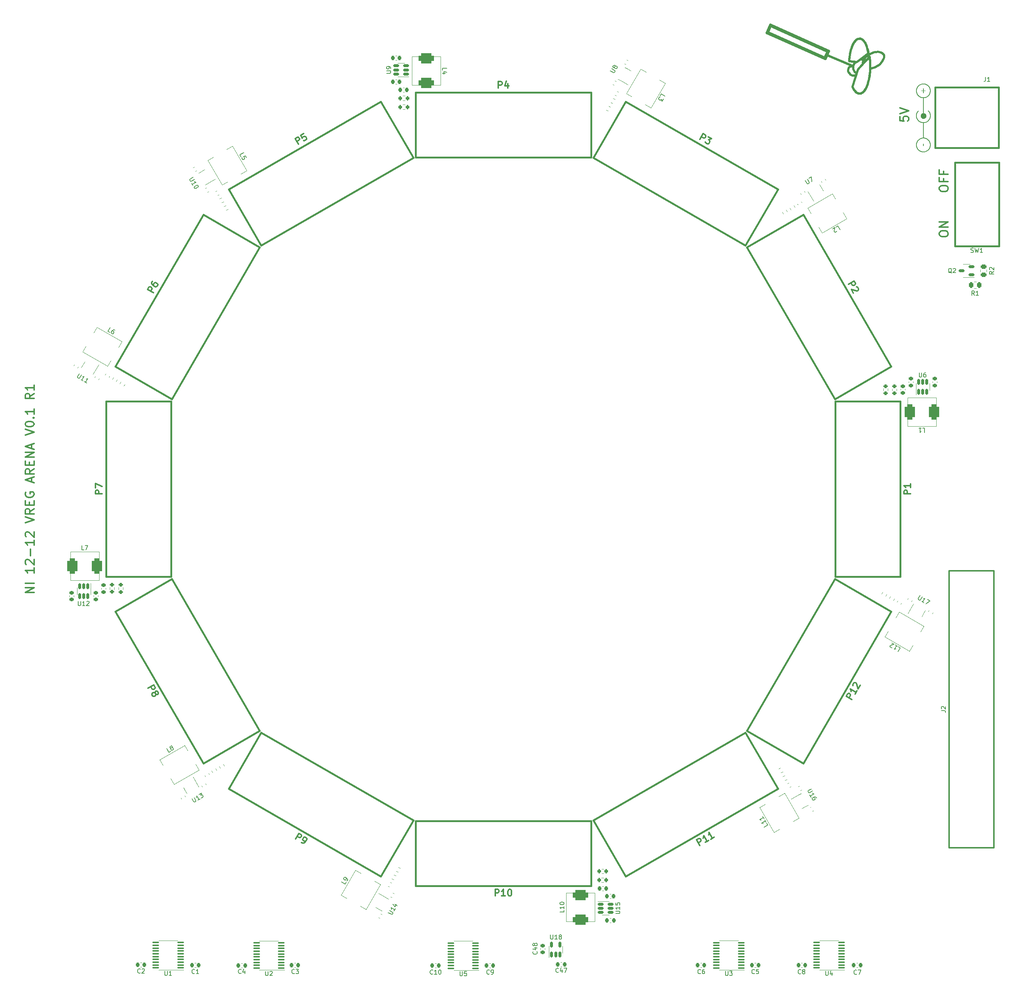
<source format=gto>
%TF.GenerationSoftware,KiCad,Pcbnew,7.0.10-7.0.10~ubuntu22.04.1*%
%TF.CreationDate,2024-10-03T13:21:00-07:00*%
%TF.ProjectId,ni_arena_12-12,6e695f61-7265-46e6-915f-31322d31322e,rev?*%
%TF.SameCoordinates,Original*%
%TF.FileFunction,Legend,Top*%
%TF.FilePolarity,Positive*%
%FSLAX46Y46*%
G04 Gerber Fmt 4.6, Leading zero omitted, Abs format (unit mm)*
G04 Created by KiCad (PCBNEW 7.0.10-7.0.10~ubuntu22.04.1) date 2024-10-03 13:21:00*
%MOMM*%
%LPD*%
G01*
G04 APERTURE LIST*
G04 Aperture macros list*
%AMRoundRect*
0 Rectangle with rounded corners*
0 $1 Rounding radius*
0 $2 $3 $4 $5 $6 $7 $8 $9 X,Y pos of 4 corners*
0 Add a 4 corners polygon primitive as box body*
4,1,4,$2,$3,$4,$5,$6,$7,$8,$9,$2,$3,0*
0 Add four circle primitives for the rounded corners*
1,1,$1+$1,$2,$3*
1,1,$1+$1,$4,$5*
1,1,$1+$1,$6,$7*
1,1,$1+$1,$8,$9*
0 Add four rect primitives between the rounded corners*
20,1,$1+$1,$2,$3,$4,$5,0*
20,1,$1+$1,$4,$5,$6,$7,0*
20,1,$1+$1,$6,$7,$8,$9,0*
20,1,$1+$1,$8,$9,$2,$3,0*%
%AMRotRect*
0 Rectangle, with rotation*
0 The origin of the aperture is its center*
0 $1 length*
0 $2 width*
0 $3 Rotation angle, in degrees counterclockwise*
0 Add horizontal line*
21,1,$1,$2,0,0,$3*%
G04 Aperture macros list end*
%ADD10C,0.514144*%
%ADD11C,0.154870*%
%ADD12C,0.179621*%
%ADD13C,0.168772*%
%ADD14C,0.000000*%
%ADD15C,0.125869*%
%ADD16C,0.355600*%
%ADD17C,0.150000*%
%ADD18C,0.304800*%
%ADD19C,0.203200*%
%ADD20C,0.120000*%
%ADD21C,0.381000*%
%ADD22C,0.100000*%
%ADD23C,0.300000*%
%ADD24RoundRect,0.200000X-0.200000X-0.275000X0.200000X-0.275000X0.200000X0.275000X-0.200000X0.275000X0*%
%ADD25RoundRect,0.225000X0.319856X0.104006X-0.069856X0.329006X-0.319856X-0.104006X0.069856X-0.329006X0*%
%ADD26RoundRect,0.225000X-0.225000X-0.250000X0.225000X-0.250000X0.225000X0.250000X-0.225000X0.250000X0*%
%ADD27RoundRect,0.150000X0.126346X0.518838X-0.386154X-0.368838X-0.126346X-0.518838X0.386154X0.368838X0*%
%ADD28RoundRect,0.150000X-0.518838X0.126346X0.368838X-0.386154X0.518838X-0.126346X-0.368838X0.386154X0*%
%ADD29C,9.000000*%
%ADD30R,1.600000X1.600000*%
%ADD31C,1.600000*%
%ADD32RoundRect,0.225000X0.225000X0.250000X-0.225000X0.250000X-0.225000X-0.250000X0.225000X-0.250000X0*%
%ADD33RoundRect,0.150000X-0.150000X0.512500X-0.150000X-0.512500X0.150000X-0.512500X0.150000X0.512500X0*%
%ADD34RotRect,1.600000X1.600000X240.000000*%
%ADD35RoundRect,0.225000X-0.069856X-0.329006X0.319856X-0.104006X0.069856X0.329006X-0.319856X0.104006X0*%
%ADD36RoundRect,0.150000X-0.386154X0.368838X0.126346X-0.518838X0.386154X-0.368838X-0.126346X0.518838X0*%
%ADD37RoundRect,0.225000X-0.104006X0.319856X-0.329006X-0.069856X0.104006X-0.319856X0.329006X0.069856X0*%
%ADD38C,2.540000*%
%ADD39RoundRect,0.100000X0.637500X0.100000X-0.637500X0.100000X-0.637500X-0.100000X0.637500X-0.100000X0*%
%ADD40RoundRect,0.587500X-1.300505X-0.072460X-0.713005X-1.090040X1.300505X0.072460X0.713005X1.090040X0*%
%ADD41RoundRect,0.200000X0.035705X0.338157X-0.310705X0.138157X-0.035705X-0.338157X0.310705X-0.138157X0*%
%ADD42RoundRect,0.587500X-0.587500X-1.162500X0.587500X-1.162500X0.587500X1.162500X-0.587500X1.162500X0*%
%ADD43RoundRect,0.225000X-0.250000X0.225000X-0.250000X-0.225000X0.250000X-0.225000X0.250000X0.225000X0*%
%ADD44RotRect,1.600000X1.600000X150.000000*%
%ADD45RotRect,1.600000X1.600000X210.000000*%
%ADD46RoundRect,0.200000X-0.310705X-0.138157X0.035705X-0.338157X0.310705X0.138157X-0.035705X0.338157X0*%
%ADD47RoundRect,0.587500X1.162500X-0.587500X1.162500X0.587500X-1.162500X0.587500X-1.162500X-0.587500X0*%
%ADD48RoundRect,0.150000X0.512500X0.150000X-0.512500X0.150000X-0.512500X-0.150000X0.512500X-0.150000X0*%
%ADD49RoundRect,0.150000X0.150000X-0.512500X0.150000X0.512500X-0.150000X0.512500X-0.150000X-0.512500X0*%
%ADD50RoundRect,0.225000X0.069856X0.329006X-0.319856X0.104006X-0.069856X-0.329006X0.319856X-0.104006X0*%
%ADD51RoundRect,0.200000X0.338157X-0.035705X0.138157X0.310705X-0.338157X0.035705X-0.138157X-0.310705X0*%
%ADD52RoundRect,0.587500X0.072460X-1.300505X1.090040X-0.713005X-0.072460X1.300505X-1.090040X0.713005X0*%
%ADD53RoundRect,0.200000X-0.275000X0.200000X-0.275000X-0.200000X0.275000X-0.200000X0.275000X0.200000X0*%
%ADD54RoundRect,0.587500X-0.713005X1.090040X-1.300505X0.072460X0.713005X-1.090040X1.300505X-0.072460X0*%
%ADD55RoundRect,0.200000X-0.338157X0.035705X-0.138157X-0.310705X0.338157X-0.035705X0.138157X0.310705X0*%
%ADD56RoundRect,0.587500X0.587500X1.162500X-0.587500X1.162500X-0.587500X-1.162500X0.587500X-1.162500X0*%
%ADD57RoundRect,0.200000X0.310705X0.138157X-0.035705X0.338157X-0.310705X-0.138157X0.035705X-0.338157X0*%
%ADD58RoundRect,0.225000X0.250000X-0.225000X0.250000X0.225000X-0.250000X0.225000X-0.250000X-0.225000X0*%
%ADD59RoundRect,0.225000X-0.319856X-0.104006X0.069856X-0.329006X0.319856X0.104006X-0.069856X0.329006X0*%
%ADD60RoundRect,0.225000X-0.329006X0.069856X-0.104006X-0.319856X0.329006X-0.069856X0.104006X0.319856X0*%
%ADD61C,3.556000*%
%ADD62C,1.930400*%
%ADD63C,4.064000*%
%ADD64RoundRect,0.225000X0.329006X-0.069856X0.104006X0.319856X-0.329006X0.069856X-0.104006X-0.319856X0*%
%ADD65RotRect,1.600000X1.600000X30.000000*%
%ADD66RoundRect,0.587500X1.300505X0.072460X0.713005X1.090040X-1.300505X-0.072460X-0.713005X-1.090040X0*%
%ADD67RoundRect,0.250000X-0.262500X-0.450000X0.262500X-0.450000X0.262500X0.450000X-0.262500X0.450000X0*%
%ADD68RoundRect,0.200000X-0.035705X-0.338157X0.310705X-0.138157X0.035705X0.338157X-0.310705X0.138157X0*%
%ADD69RoundRect,0.150000X0.518838X-0.126346X-0.368838X0.386154X-0.518838X0.126346X0.368838X-0.386154X0*%
%ADD70RoundRect,0.200000X0.275000X-0.200000X0.275000X0.200000X-0.275000X0.200000X-0.275000X-0.200000X0*%
%ADD71RoundRect,0.587500X1.090040X0.713005X0.072460X1.300505X-1.090040X-0.713005X-0.072460X-1.300505X0*%
%ADD72RoundRect,0.225000X0.104006X-0.319856X0.329006X0.069856X-0.104006X0.319856X-0.329006X-0.069856X0*%
%ADD73RotRect,1.600000X1.600000X60.000000*%
%ADD74RoundRect,0.150000X0.368838X0.386154X-0.518838X-0.126346X-0.368838X-0.386154X0.518838X0.126346X0*%
%ADD75RotRect,1.600000X1.600000X120.000000*%
%ADD76RoundRect,0.200000X-0.138157X0.310705X-0.338157X-0.035705X0.138157X-0.310705X0.338157X0.035705X0*%
%ADD77RoundRect,0.200000X0.200000X0.275000X-0.200000X0.275000X-0.200000X-0.275000X0.200000X-0.275000X0*%
%ADD78RoundRect,0.587500X-1.162500X0.587500X-1.162500X-0.587500X1.162500X-0.587500X1.162500X0.587500X0*%
%ADD79RoundRect,0.150000X-0.512500X-0.150000X0.512500X-0.150000X0.512500X0.150000X-0.512500X0.150000X0*%
%ADD80RoundRect,0.587500X0.713005X-1.090040X1.300505X-0.072460X-0.713005X1.090040X-1.300505X0.072460X0*%
%ADD81RoundRect,0.150000X0.386154X-0.368838X-0.126346X0.518838X-0.386154X0.368838X0.126346X-0.518838X0*%
%ADD82RotRect,1.600000X1.600000X300.000000*%
%ADD83RoundRect,0.587500X-1.090040X-0.713005X-0.072460X-1.300505X1.090040X0.713005X0.072460X1.300505X0*%
%ADD84RoundRect,0.200000X0.138157X-0.310705X0.338157X0.035705X-0.138157X0.310705X-0.338157X-0.035705X0*%
%ADD85C,1.400000*%
%ADD86C,3.700000*%
%ADD87RotRect,1.600000X1.600000X330.000000*%
%ADD88RoundRect,0.150000X-0.368838X-0.386154X0.518838X0.126346X0.368838X0.386154X-0.518838X-0.126346X0*%
%ADD89RoundRect,0.250000X-0.450000X0.262500X-0.450000X-0.262500X0.450000X-0.262500X0.450000X0.262500X0*%
%ADD90RoundRect,0.587500X-0.072460X1.300505X-1.090040X0.713005X0.072460X-1.300505X1.090040X-0.713005X0*%
%ADD91RoundRect,0.150000X-0.126346X-0.518838X0.386154X0.368838X0.126346X0.518838X-0.386154X-0.368838X0*%
G04 APERTURE END LIST*
D10*
X261869046Y-84235629D02*
X261941978Y-83996274D01*
X258998130Y-86023131D02*
X259098897Y-86128731D01*
X259068645Y-82308853D02*
X258717929Y-82409537D01*
D11*
X273382477Y-92585887D02*
X273336417Y-92519801D01*
D12*
X275003458Y-84324863D02*
X275080765Y-84342706D01*
X273725344Y-84609849D02*
X273787993Y-84565299D01*
D10*
X262352669Y-81788771D02*
X262380098Y-81482222D01*
X257687722Y-79102057D02*
X257547538Y-79107867D01*
X257723346Y-80298042D02*
X258007200Y-80217521D01*
X258318284Y-84933399D02*
X258534906Y-85362848D01*
X261038343Y-85916534D02*
X261144288Y-85776614D01*
D12*
X275230838Y-99879067D02*
X275156592Y-99904189D01*
X276047991Y-97549536D02*
X276086466Y-97616452D01*
D10*
X259522398Y-86435015D02*
X259632794Y-86481079D01*
X258777057Y-85766629D02*
X258999103Y-86077093D01*
D12*
X274438075Y-87469819D02*
X274359386Y-87455767D01*
D11*
X276068771Y-92451998D02*
X276026396Y-92519801D01*
D10*
X259269515Y-86342375D02*
X259551597Y-86474135D01*
D12*
X273607013Y-99560919D02*
X273551517Y-99508010D01*
X273852841Y-99744693D02*
X273788008Y-99703130D01*
D11*
X276275119Y-91864932D02*
X276262222Y-91941320D01*
D10*
X261195859Y-79169296D02*
X259579265Y-80914514D01*
D12*
X273664980Y-97145084D02*
X273725344Y-97097647D01*
D10*
X258222097Y-75712175D02*
X258508193Y-75082810D01*
X257639291Y-81892298D02*
X257444240Y-81585420D01*
X259105015Y-74263825D02*
X259311569Y-74094352D01*
D12*
X274599194Y-87486151D02*
X274518045Y-87479981D01*
D10*
X264846868Y-77036940D02*
X265195150Y-77227932D01*
D12*
X273356395Y-99271523D02*
X273314831Y-99206690D01*
X273101902Y-85646968D02*
X273115954Y-85568280D01*
D10*
X257836877Y-82084950D02*
X257639291Y-81892298D01*
X258363097Y-84991946D02*
X258445460Y-85168472D01*
D12*
X275755818Y-87073121D02*
X275697839Y-87123344D01*
D10*
X257444240Y-81585420D02*
X257354114Y-81357061D01*
D12*
X276086466Y-85128654D02*
X276121754Y-85197553D01*
X274681423Y-87488231D02*
X274599194Y-87486151D01*
X274924769Y-84310811D02*
X275003458Y-84324863D01*
D10*
X260733432Y-86263588D02*
X261151004Y-85835117D01*
D12*
X273314823Y-85061738D02*
X273356386Y-84996906D01*
X276271073Y-98214736D02*
X276277243Y-98295885D01*
X275374182Y-96937769D02*
X275443080Y-96973057D01*
D11*
X273602839Y-92829524D02*
X273542765Y-92772411D01*
D10*
X260706413Y-79477825D02*
X260712024Y-79395359D01*
D12*
X276121754Y-86583077D02*
X276086466Y-86651976D01*
D10*
X260946139Y-74368048D02*
X261016220Y-74452941D01*
D12*
X276246859Y-85568280D02*
X276260911Y-85646968D01*
D10*
X259191337Y-74160326D02*
X259635724Y-73899427D01*
D12*
X275864220Y-97303711D02*
X275914443Y-97361691D01*
D10*
X262545324Y-80771909D02*
X262412185Y-80815627D01*
X260324618Y-73925972D02*
X260408233Y-73957619D01*
D12*
X274059426Y-84417972D02*
X274131991Y-84389361D01*
D11*
X273161389Y-92166478D02*
X273137438Y-92092236D01*
D12*
X274438068Y-96798609D02*
X274518039Y-96788447D01*
X275230838Y-87391269D02*
X275156592Y-87416391D01*
X276277243Y-98460342D02*
X276271073Y-98541491D01*
X273725358Y-99658579D02*
X273664993Y-99611142D01*
D10*
X259801304Y-86526091D02*
X259858193Y-86534526D01*
D11*
X274835757Y-93236685D02*
X274758653Y-93242212D01*
D12*
X275509996Y-87256895D02*
X275443080Y-87295371D01*
D11*
X274758653Y-93242212D02*
X274681406Y-93244055D01*
D10*
X265212543Y-79059189D02*
X264973430Y-79423887D01*
X261102430Y-78444621D02*
X261315995Y-78173283D01*
D13*
X274681423Y-90986001D02*
X274681423Y-87561242D01*
D12*
X273314831Y-99206690D02*
X273276354Y-99139774D01*
D10*
X258805038Y-79584245D02*
X258962692Y-79400971D01*
X257528226Y-80472031D02*
X257723346Y-80298042D01*
D12*
X274059439Y-99850456D02*
X273988657Y-99818457D01*
X273085570Y-85808087D02*
X273091740Y-85726938D01*
X274518045Y-87479981D02*
X274438075Y-87469819D01*
X275374182Y-87330659D02*
X275303401Y-87362658D01*
X276153753Y-99000094D02*
X276121754Y-99070875D01*
D10*
X260890935Y-74300249D02*
X261297105Y-74857027D01*
X265195150Y-77227932D02*
X265459892Y-77445818D01*
X252018284Y-78418166D02*
X238718666Y-72463535D01*
D11*
X273078482Y-91479414D02*
X273087694Y-91402597D01*
X276284331Y-91788114D02*
X276275119Y-91864932D01*
D10*
X252133761Y-78470301D02*
X252892946Y-76689761D01*
X259973209Y-73869262D02*
X260063605Y-73872837D01*
X261710483Y-84685573D02*
X261791830Y-84465528D01*
D12*
X274131991Y-96877159D02*
X274206238Y-96852037D01*
D10*
X259551597Y-86474135D02*
X259994684Y-86548802D01*
D11*
X275359457Y-93094824D02*
X275287362Y-93126144D01*
X274604159Y-93242212D02*
X274527055Y-93236685D01*
D10*
X263514703Y-76966002D02*
X263881629Y-76910616D01*
D11*
X275633528Y-92932696D02*
X275567443Y-92978755D01*
X274450238Y-93227473D02*
X274373849Y-93214577D01*
D12*
X274763651Y-87486151D02*
X274681423Y-87488231D01*
D10*
X264512155Y-76955573D02*
X264846868Y-77036940D01*
X258962692Y-79400971D02*
X259082687Y-79281825D01*
X262125243Y-77541033D02*
X262317544Y-77429839D01*
X265620054Y-78101997D02*
X265506257Y-78457494D01*
X260817915Y-86156861D02*
X260929500Y-86043416D01*
D11*
X275064779Y-93197996D02*
X274988963Y-93214577D01*
D12*
X275811312Y-84760418D02*
X275864220Y-84815913D01*
D10*
X259635364Y-73926715D02*
X259746568Y-73894972D01*
X265459892Y-77445818D02*
X265636571Y-77627093D01*
D12*
X273180450Y-85340898D02*
X273209061Y-85268335D01*
X274132004Y-99879067D02*
X274059439Y-99850456D01*
X274359386Y-99943564D02*
X274282078Y-99925722D01*
X276277243Y-85808087D02*
X276279322Y-85890315D01*
D10*
X262348726Y-78582461D02*
X262320169Y-78325753D01*
X260152305Y-73883520D02*
X260239309Y-73901252D01*
D12*
X275374182Y-84449971D02*
X275443080Y-84485259D01*
D11*
X275820048Y-92772411D02*
X275759973Y-92829524D01*
X273294042Y-90815531D02*
X273336417Y-90747728D01*
X273137438Y-91175293D02*
X273161389Y-91101051D01*
D12*
X273133798Y-98777457D02*
X273115955Y-98700149D01*
D10*
X257547538Y-79107867D02*
X257592519Y-78552196D01*
X239427243Y-70801690D02*
X252726861Y-76756319D01*
D12*
X275811312Y-97248216D02*
X275864220Y-97303711D01*
D11*
X276026396Y-92519801D02*
X275980336Y-92585887D01*
D10*
X261536013Y-85094508D02*
X261625159Y-84895366D01*
D11*
X276275119Y-91402597D02*
X276284331Y-91479414D01*
D10*
X259972961Y-86541318D02*
X260099431Y-86533073D01*
D12*
X276246859Y-98700149D02*
X276229017Y-98777457D01*
D10*
X261341306Y-74971955D02*
X261401263Y-75094245D01*
D12*
X276047991Y-85061738D02*
X276086466Y-85128654D01*
D11*
X273087694Y-91402597D02*
X273100591Y-91326209D01*
D10*
X261675791Y-75794806D02*
X261773826Y-76115488D01*
X263449756Y-80470019D02*
X263104776Y-80627747D01*
X262027618Y-77209965D02*
X261376386Y-77701929D01*
D12*
X273664993Y-87123344D02*
X273607013Y-87073121D01*
D10*
X263760860Y-80342364D02*
X263449756Y-80470019D01*
X265636571Y-77627093D02*
X265663369Y-77776798D01*
D12*
X276153753Y-97756132D02*
X276182363Y-97828696D01*
D10*
X262612989Y-77277899D02*
X262838926Y-77169467D01*
X262420712Y-79650396D02*
X262409246Y-79377787D01*
X258939250Y-81596985D02*
X258793315Y-81442199D01*
D12*
X275755818Y-99560919D02*
X275697839Y-99611142D01*
X274681423Y-99976028D02*
X274599194Y-99973949D01*
X273209061Y-97756132D02*
X273241060Y-97685351D01*
X276271073Y-85726938D02*
X276277243Y-85808087D01*
X275574827Y-84565299D02*
X275637475Y-84609849D01*
D11*
X275877162Y-90555193D02*
X275930591Y-90617416D01*
X275930591Y-92650113D02*
X275877162Y-92712335D01*
D10*
X258230422Y-80071917D02*
X258212991Y-80112954D01*
D11*
X273087694Y-91864932D02*
X273078482Y-91788115D01*
D12*
X276182363Y-85340898D02*
X276207485Y-85415144D01*
X273180454Y-86439732D02*
X273155331Y-86365486D01*
D11*
X276068771Y-90815530D02*
X276107461Y-90884907D01*
D10*
X259342710Y-79259526D02*
X257547538Y-79107869D01*
X262320169Y-78325753D02*
X262287582Y-78073696D01*
D11*
X274075451Y-93126144D02*
X274003355Y-93094824D01*
D12*
X275637475Y-87170781D02*
X275574827Y-87215332D01*
X273276354Y-99139774D02*
X273241065Y-99070875D01*
X273607000Y-84707509D02*
X273664980Y-84657286D01*
D10*
X257934495Y-76603553D02*
X258222097Y-75712175D01*
D11*
X273485651Y-90555193D02*
X273542765Y-90495117D01*
X273485651Y-92712335D02*
X273432221Y-92650113D01*
D12*
X273115954Y-98056078D02*
X273133796Y-97978769D01*
X275303401Y-87362658D02*
X275230838Y-87391269D01*
X273448373Y-84873893D02*
X273498596Y-84815913D01*
X273276354Y-86651976D02*
X273241065Y-86583077D01*
X273725344Y-97097647D02*
X273787993Y-97053096D01*
X276207485Y-98853284D02*
X276182363Y-98927530D01*
D10*
X258483390Y-80268263D02*
X258584924Y-79920481D01*
D12*
X274059439Y-87362658D02*
X273988657Y-87330659D01*
X275755818Y-97195307D02*
X275811312Y-97248216D01*
D11*
X273255351Y-92382622D02*
X273220346Y-92311814D01*
D12*
X275961879Y-97422055D02*
X276006429Y-97484703D01*
X273551517Y-99508010D02*
X273498607Y-99452515D01*
D10*
X260712024Y-79395359D02*
X260716824Y-79334517D01*
X257547538Y-79107869D02*
X257578124Y-78652664D01*
D11*
X273432221Y-92650113D02*
X273382477Y-92585887D01*
D12*
X274438068Y-84310811D02*
X274518039Y-84300649D01*
X275961879Y-84934257D02*
X276006429Y-84996906D01*
X275697839Y-87123344D02*
X275637475Y-87170781D01*
D10*
X262430002Y-80205245D02*
X262427663Y-79926306D01*
D12*
X273664993Y-99611142D02*
X273607013Y-99560919D01*
D10*
X238718666Y-72463535D02*
X239427243Y-70801690D01*
D12*
X273241060Y-97685351D02*
X273276348Y-97616452D01*
X275697839Y-97145084D02*
X275755818Y-97195307D01*
D10*
X260929500Y-86043416D02*
X261038343Y-85916534D01*
D12*
X275230838Y-84389361D02*
X275303401Y-84417972D01*
D11*
X276245641Y-91250393D02*
X276262222Y-91326208D01*
D10*
X259098897Y-86128731D02*
X259201825Y-86223015D01*
D12*
X276260911Y-85646968D02*
X276271073Y-85726938D01*
D10*
X257834421Y-77017428D02*
X257947699Y-76556915D01*
X260490153Y-73996134D02*
X260570380Y-74041455D01*
X262133521Y-83225451D02*
X262187771Y-82952251D01*
D14*
G36*
X274747310Y-85821918D02*
G01*
X275196443Y-85821918D01*
X275196443Y-85958716D01*
X274747310Y-85958716D01*
X274747310Y-86407842D01*
X274615471Y-86407842D01*
X274615471Y-85958716D01*
X274166338Y-85958716D01*
X274166338Y-85821918D01*
X274615471Y-85821918D01*
X274615471Y-85372790D01*
X274747310Y-85372790D01*
X274747310Y-85821918D01*
G37*
D12*
X273498607Y-99452515D02*
X273448383Y-99394536D01*
X274282078Y-99925722D02*
X274206250Y-99904189D01*
X276277243Y-98295885D02*
X276279322Y-98378113D01*
D10*
X264693561Y-79736955D02*
X264392804Y-79964002D01*
D12*
X274924769Y-96798609D02*
X275003458Y-96812662D01*
X275961879Y-99334171D02*
X275914443Y-99394536D01*
D11*
X275820048Y-90495117D02*
X275877162Y-90555193D01*
D12*
X275080765Y-99925722D02*
X275003458Y-99943564D01*
X274518039Y-84300649D02*
X274599191Y-84294479D01*
D10*
X261459536Y-75222556D02*
X261516125Y-75356828D01*
D12*
X276207485Y-85415144D02*
X276229017Y-85490971D01*
D10*
X258803546Y-85779168D02*
X258899641Y-85906511D01*
D13*
X274681423Y-96718470D02*
X274681423Y-93293712D01*
D12*
X275864220Y-86964717D02*
X275811312Y-87020212D01*
X273155328Y-85415144D02*
X273180450Y-85340898D01*
D10*
X260543439Y-74014543D02*
X260890935Y-74300249D01*
D12*
X274924769Y-87469819D02*
X274844800Y-87479981D01*
X273091740Y-98541491D02*
X273085570Y-98460342D01*
X273155328Y-97902942D02*
X273180450Y-97828696D01*
D11*
X276142467Y-90955715D02*
X276173787Y-91027810D01*
D10*
X262373156Y-78843549D02*
X262348726Y-78582461D01*
X257947699Y-76556915D02*
X258075796Y-76125437D01*
X260716824Y-79334517D02*
X260719077Y-79311514D01*
D12*
X273919757Y-99783169D02*
X273852841Y-99744693D01*
D10*
X258584924Y-79920481D02*
X258805038Y-79584245D01*
D12*
X274282067Y-96830504D02*
X274359377Y-96812662D01*
X273988643Y-96937769D02*
X274059426Y-96905770D01*
X273083490Y-85890315D02*
X273085570Y-85808087D01*
X274438075Y-99957617D02*
X274359386Y-99943564D01*
X273448373Y-97361691D02*
X273498596Y-97303711D01*
D10*
X260063605Y-73872837D02*
X260152305Y-73883520D01*
D12*
X274599191Y-96782277D02*
X274681423Y-96780198D01*
X276121754Y-97685351D02*
X276153753Y-97756132D01*
D11*
X273729285Y-92932696D02*
X273665060Y-92882953D01*
D10*
X252083147Y-78589004D02*
X252133761Y-78470301D01*
D11*
X276225374Y-92092236D02*
X276201423Y-92166478D01*
D12*
X275637475Y-97097647D02*
X275697839Y-97145084D01*
X273276348Y-97616452D02*
X273314823Y-97549536D01*
X275574827Y-97053096D02*
X275637475Y-97097647D01*
D10*
X257736863Y-77504878D02*
X257834421Y-77017428D01*
D12*
X273448383Y-86906737D02*
X273400946Y-86846373D01*
D10*
X260099431Y-86533073D02*
X260224237Y-86508607D01*
D12*
X275811312Y-99508010D02*
X275755818Y-99560919D01*
D10*
X263104776Y-80627747D02*
X262817113Y-80676663D01*
D12*
X273115954Y-85568280D02*
X273133796Y-85490971D01*
D10*
X262236965Y-82671585D02*
X262280948Y-82383851D01*
D12*
X275443080Y-96973057D02*
X275509996Y-97011533D01*
D10*
X257655928Y-78017167D02*
X257736863Y-77504878D01*
X262258439Y-78077567D02*
X259579290Y-80914513D01*
D11*
X275930591Y-90617416D02*
X275980336Y-90681642D01*
D10*
X261534156Y-75386764D02*
X261757138Y-76062194D01*
X261443199Y-85282602D02*
X261536013Y-85094508D01*
X258532260Y-80945726D02*
X258474645Y-80594653D01*
X252612176Y-77684386D02*
X258230422Y-80071917D01*
X262280948Y-82383851D02*
X262319568Y-82089447D01*
D12*
X276260911Y-98621460D02*
X276246859Y-98700149D01*
D10*
X259417751Y-74026667D02*
X259525720Y-73970701D01*
D14*
G36*
X274755966Y-98635228D02*
G01*
X274606815Y-98635228D01*
X274606815Y-98120997D01*
X274755966Y-98120997D01*
X274755966Y-98635228D01*
G37*
D10*
X262401699Y-81170196D02*
X262417320Y-80853093D01*
D12*
X276086466Y-97616452D02*
X276121754Y-97685351D01*
X273400946Y-86846373D02*
X273356395Y-86783724D01*
D10*
X264392804Y-79964002D02*
X264041229Y-80164147D01*
X259579265Y-80914514D02*
X258318284Y-84933399D01*
X262838926Y-77169467D02*
X263155786Y-77057192D01*
X261949735Y-76823550D02*
X262027620Y-77209963D01*
D12*
X275811312Y-87020212D02*
X275755818Y-87073121D01*
D10*
X258899641Y-85906511D02*
X258998130Y-86023131D01*
D12*
X273988657Y-87330659D02*
X273919757Y-87295371D01*
X274282067Y-84342706D02*
X274359377Y-84324863D01*
X275914443Y-84873893D02*
X275961879Y-84934257D01*
X275303401Y-99850456D02*
X275230838Y-99879067D01*
D10*
X258357822Y-82347861D02*
X258072309Y-82246450D01*
D12*
X273448383Y-99394536D02*
X273400946Y-99334171D01*
D10*
X260090564Y-73832652D02*
X260543439Y-74014543D01*
D11*
X273863172Y-93021129D02*
X273795370Y-92978755D01*
X274912575Y-93227473D02*
X274835757Y-93236685D01*
D10*
X260743139Y-79671010D02*
X260706413Y-79477825D01*
D12*
X273988643Y-84449971D02*
X274059426Y-84417972D01*
D10*
X252892946Y-76689761D02*
X239359053Y-70630239D01*
X257379686Y-80766400D02*
X257528226Y-80472031D01*
D11*
X273336417Y-92519801D02*
X273294042Y-92451998D01*
X274148691Y-93153779D02*
X274075451Y-93126144D01*
D10*
X259744765Y-86514348D02*
X259801304Y-86526091D01*
D12*
X273133798Y-86289659D02*
X273115955Y-86212351D01*
D11*
X273100591Y-91941320D02*
X273087694Y-91864932D01*
D12*
X276229017Y-97978769D02*
X276246859Y-98056078D01*
D11*
X273078482Y-91788115D02*
X273072955Y-91711011D01*
D10*
X261144288Y-85776614D02*
X261247182Y-85624053D01*
D12*
X273788008Y-87215332D02*
X273725358Y-87170781D01*
D10*
X260570380Y-74041455D02*
X260648915Y-74093522D01*
D11*
X274988963Y-93214577D02*
X274912575Y-93227473D01*
D10*
X252594745Y-77725423D02*
X252612176Y-77684386D01*
X258230432Y-80071917D02*
X257248216Y-79666281D01*
D12*
X273115955Y-98700149D02*
X273101902Y-98621460D01*
X276279322Y-85890315D02*
X276277243Y-85972543D01*
D10*
X265506257Y-78457494D02*
X265366229Y-78764871D01*
D12*
X273101902Y-98621460D02*
X273091740Y-98541491D01*
X273314831Y-86718892D02*
X273276354Y-86651976D01*
X274599194Y-99973949D02*
X274518045Y-99967779D01*
D10*
X259994684Y-86548802D02*
X260335027Y-86509059D01*
X258619009Y-85493493D02*
X258709963Y-85641397D01*
D12*
X273276348Y-85128654D02*
X273314823Y-85061738D01*
D10*
X264041229Y-80164147D02*
X263760860Y-80342364D01*
X258858468Y-74535633D02*
X259191337Y-74160326D01*
X258445460Y-85168472D02*
X258530803Y-85335753D01*
D12*
X273356395Y-86783724D02*
X273314831Y-86718892D01*
D10*
X258343599Y-80217521D02*
X258343599Y-80191952D01*
X261376386Y-77701929D02*
X260624223Y-78301334D01*
X261460887Y-85333751D02*
X261918973Y-84147486D01*
D12*
X276229017Y-98777457D02*
X276207485Y-98853284D01*
D11*
X273795370Y-92978755D02*
X273729285Y-92932696D01*
D12*
X276086466Y-86651976D02*
X276047991Y-86718892D01*
X276006429Y-99271523D02*
X275961879Y-99334171D01*
X273852826Y-84523735D02*
X273919743Y-84485259D01*
X276260911Y-98134766D02*
X276271073Y-98214736D01*
X274681423Y-96780198D02*
X274763651Y-96782277D01*
D10*
X257592519Y-78552196D02*
X257655928Y-78017167D01*
X258999103Y-86077093D02*
X259269515Y-86342375D01*
X259306968Y-81792739D02*
X259127744Y-81731266D01*
X261151316Y-74641818D02*
X261216333Y-74745681D01*
X262100597Y-77211190D02*
X259342710Y-79259525D01*
D11*
X274003355Y-93094824D02*
X273932548Y-93059819D01*
D10*
X261625159Y-84895366D02*
X261710483Y-84685573D01*
D11*
X276201423Y-91101051D02*
X276225374Y-91175292D01*
X274373849Y-93214577D02*
X274298033Y-93197996D01*
D12*
X275864220Y-99452515D02*
X275811312Y-99508010D01*
X274844800Y-87479981D02*
X274763651Y-87486151D01*
D10*
X260408233Y-73957619D02*
X260490153Y-73996134D01*
D12*
X275574827Y-99703130D02*
X275509996Y-99744693D01*
X274206238Y-84364239D02*
X274282067Y-84342706D01*
D10*
X260335027Y-86509059D02*
X260733432Y-86263588D01*
X259859221Y-73875733D02*
X259973209Y-73869262D01*
X260624223Y-78301334D02*
X259342710Y-79259526D01*
D11*
X273189025Y-92239718D02*
X273161389Y-92166478D01*
D10*
X252559633Y-76823253D02*
X251952284Y-78247685D01*
D12*
X274681423Y-84292399D02*
X274763651Y-84294479D01*
X273115955Y-86212351D02*
X273101902Y-86133662D01*
X275230838Y-96877159D02*
X275303401Y-96905770D01*
D11*
X276289858Y-91711011D02*
X276284331Y-91788114D01*
D10*
X258539969Y-75026200D02*
X258718313Y-74731848D01*
X260327020Y-78683993D02*
X260674497Y-78690716D01*
X261084612Y-74544218D02*
X261151316Y-74641818D01*
D11*
X273382477Y-90681642D02*
X273432221Y-90617416D01*
D10*
X261865139Y-76458564D02*
X261949735Y-76823550D01*
D12*
X273209065Y-99000094D02*
X273180454Y-98927530D01*
X274359377Y-84324863D02*
X274438068Y-84310811D01*
X275914443Y-99394536D02*
X275864220Y-99452515D01*
X276047991Y-99206690D02*
X276006429Y-99271523D01*
X273551517Y-87020212D02*
X273498607Y-86964717D01*
X276153753Y-85268335D02*
X276182363Y-85340898D01*
D10*
X262409246Y-79377787D02*
X262393361Y-79108748D01*
D11*
X275499641Y-93021129D02*
X275430264Y-93059819D01*
D10*
X262187771Y-82952251D02*
X262236965Y-82671585D01*
X258717929Y-82409537D02*
X258357822Y-82347861D01*
D12*
X276121754Y-99070875D02*
X276086466Y-99139774D01*
D11*
X273220346Y-90955715D02*
X273255351Y-90884907D01*
D10*
X239359053Y-70630239D02*
X238549255Y-72529481D01*
X262380098Y-81482222D02*
X262401699Y-81170196D01*
D12*
X275080765Y-96830504D02*
X275156592Y-96852037D01*
D10*
X259858193Y-86534526D02*
X259915417Y-86539613D01*
X260703740Y-86256471D02*
X260817915Y-86156861D01*
D11*
X273137438Y-92092236D02*
X273117172Y-92017136D01*
D12*
X273607000Y-97195307D02*
X273664980Y-97145084D01*
X276271073Y-86053692D02*
X276260911Y-86133662D01*
D11*
X275214122Y-93153779D02*
X275139880Y-93177730D01*
D12*
X274599191Y-84294479D02*
X274681423Y-84292399D01*
X273551505Y-84760418D02*
X273607000Y-84707509D01*
D10*
X257767726Y-77390870D02*
X257934495Y-76603553D01*
D11*
X275287362Y-93126144D02*
X275214122Y-93153779D01*
D10*
X261216333Y-74745681D02*
X261279662Y-74855747D01*
X260468241Y-86412596D02*
X260587131Y-86341849D01*
D12*
X273919757Y-87295371D02*
X273852841Y-87256895D01*
D10*
X258646911Y-81194187D02*
X258532260Y-80945726D01*
X261279662Y-74855747D02*
X261341306Y-74971955D01*
D12*
X276229017Y-86289659D02*
X276207485Y-86365486D01*
X275156592Y-87416391D02*
X275080765Y-87437924D01*
D11*
X275980336Y-92585887D02*
X275930591Y-92650113D01*
X276142467Y-92311814D02*
X276107461Y-92382621D01*
D10*
X257578124Y-78652664D02*
X257632049Y-78232856D01*
X259413692Y-86376453D02*
X259522398Y-86435015D01*
D12*
X275637475Y-99658579D02*
X275574827Y-99703130D01*
X273180454Y-98927530D02*
X273155331Y-98853284D01*
X274844800Y-99967779D02*
X274763651Y-99973949D01*
D10*
X258217808Y-75725093D02*
X258372833Y-75357981D01*
D12*
X273091740Y-98214736D02*
X273101902Y-98134766D01*
D10*
X265366229Y-78764871D02*
X265212543Y-79059189D01*
X260801397Y-78988559D02*
X260836065Y-78901070D01*
D11*
X276245641Y-92017136D02*
X276225374Y-92092236D01*
D12*
X275374182Y-99818457D02*
X275303401Y-99850456D01*
X276182363Y-86439732D02*
X276153753Y-86512296D01*
X273133796Y-97978769D02*
X273155328Y-97902942D01*
X274763651Y-84294479D02*
X274844800Y-84300649D01*
D11*
X273100591Y-91326209D02*
X273117172Y-91250393D01*
D12*
X273551505Y-97248216D02*
X273607000Y-97195307D01*
X275509996Y-99744693D02*
X275443080Y-99783169D01*
D10*
X258007200Y-80217521D02*
X258343599Y-80217521D01*
D12*
X273101902Y-98134766D02*
X273115954Y-98056078D01*
X273919743Y-84485259D02*
X273988643Y-84449971D01*
X276277243Y-85972543D02*
X276271073Y-86053692D01*
D10*
X239493381Y-70973108D02*
X252559633Y-76823253D01*
X260720987Y-79298150D02*
X260801397Y-78988559D01*
D12*
X276182363Y-98927530D02*
X276153753Y-99000094D01*
D10*
X258212991Y-80112954D02*
X252594745Y-77725423D01*
X261297105Y-74857027D02*
X261534156Y-75386764D01*
X258793315Y-81442199D02*
X258646911Y-81194187D01*
X260587131Y-86341849D02*
X260703740Y-86256471D01*
D11*
X276107461Y-92382621D02*
X276068771Y-92451998D01*
D10*
X261624252Y-75643014D02*
X261675791Y-75794806D01*
D12*
X275574827Y-87215332D02*
X275509996Y-87256895D01*
X273314823Y-97549536D02*
X273356386Y-97484703D01*
D11*
X276289858Y-91556518D02*
X276291700Y-91633764D01*
D10*
X251952284Y-78247685D02*
X238886032Y-72397539D01*
D12*
X274059426Y-96905770D02*
X274131991Y-96877159D01*
D10*
X238549255Y-72529481D02*
X252083147Y-78589004D01*
D12*
X274518045Y-99967779D02*
X274438075Y-99957617D01*
X276006429Y-86783724D02*
X275961879Y-86846373D01*
D10*
X259342710Y-79259525D02*
X257687722Y-79102057D01*
X261401263Y-75094245D02*
X261459536Y-75222556D01*
D12*
X273155331Y-86365486D02*
X273133798Y-86289659D01*
D11*
X276262222Y-91941320D02*
X276245641Y-92017136D01*
D12*
X273498596Y-97303711D02*
X273551505Y-97248216D01*
X276121754Y-85197553D02*
X276153753Y-85268335D01*
X273852841Y-87256895D02*
X273788008Y-87215332D01*
X275003458Y-99943564D02*
X274924769Y-99957617D01*
D11*
X274527055Y-93236685D02*
X274450238Y-93227473D01*
D10*
X262317544Y-77429839D02*
X262612989Y-77277899D01*
X262817113Y-80676663D02*
X262545324Y-80771909D01*
D11*
X273161389Y-91101051D02*
X273189025Y-91027811D01*
D10*
X265663369Y-77776798D02*
X265620054Y-78101997D01*
D12*
X274206250Y-87416391D02*
X274132004Y-87391269D01*
D10*
X262393361Y-79108748D02*
X262373156Y-78843549D01*
X258075796Y-76125437D02*
X258217808Y-75725093D01*
D11*
X273665060Y-92882953D02*
X273602839Y-92829524D01*
D10*
X258474645Y-80594653D02*
X258483390Y-80268263D01*
X259082687Y-79281825D02*
X259109039Y-79240446D01*
D11*
X273220346Y-92311814D02*
X273189025Y-92239718D01*
D10*
X262417320Y-80853093D02*
X262426805Y-80531310D01*
D12*
X273725358Y-87170781D02*
X273664993Y-87123344D01*
D10*
X260224237Y-86508607D02*
X260347225Y-86468315D01*
D11*
X275877162Y-92712335D02*
X275820048Y-92772411D01*
X273072955Y-91711011D02*
X273071112Y-91633765D01*
D12*
X273180450Y-97828696D02*
X273209061Y-97756132D01*
D10*
X258372833Y-75357981D02*
X258539969Y-75026200D01*
D11*
X276284331Y-91479414D02*
X276289858Y-91556518D01*
D10*
X261016220Y-74452941D02*
X261084612Y-74544218D01*
D12*
X275697839Y-84657286D02*
X275755818Y-84707509D01*
D10*
X261791830Y-84465528D02*
X261869046Y-84235629D01*
D12*
X274924769Y-99957617D02*
X274844800Y-99967779D01*
X275755818Y-84707509D02*
X275811312Y-84760418D01*
D10*
X258709963Y-85641397D02*
X258803546Y-85779168D01*
X262426805Y-80531310D02*
X262430002Y-80205245D01*
D12*
X275080765Y-87437924D02*
X275003458Y-87455767D01*
D10*
X260719077Y-79311514D02*
X260720987Y-79298150D01*
D12*
X273664980Y-84657286D02*
X273725344Y-84609849D01*
X276006429Y-97484703D02*
X276047991Y-97549536D01*
D11*
X275567443Y-92978755D02*
X275499641Y-93021129D01*
X274222933Y-93177730D02*
X274148691Y-93153779D01*
D12*
X273241065Y-99070875D02*
X273209065Y-99000094D01*
X275156592Y-96852037D02*
X275230838Y-96877159D01*
D10*
X262418971Y-79673973D02*
X262287555Y-78073697D01*
D11*
X273336417Y-90747728D02*
X273382477Y-90681642D01*
D12*
X273085570Y-98295885D02*
X273091740Y-98214736D01*
X274282078Y-87437924D02*
X274206250Y-87416391D01*
X274763651Y-96782277D02*
X274844800Y-96788447D01*
X273091740Y-85726938D02*
X273101902Y-85646968D01*
X275509996Y-84523735D02*
X275574827Y-84565299D01*
D10*
X262417838Y-81257044D02*
X262418971Y-79673973D01*
D11*
X276173787Y-91027810D02*
X276201423Y-91101051D01*
X276201423Y-92166478D02*
X276173787Y-92239718D01*
D12*
X273209065Y-86512296D02*
X273180454Y-86439732D01*
X273787993Y-84565299D02*
X273852826Y-84523735D01*
X273919743Y-96973057D02*
X273988643Y-96937769D01*
X273209061Y-85268335D02*
X273241060Y-85197553D01*
D11*
X276107461Y-90884907D02*
X276142467Y-90955715D01*
X276225374Y-91175292D02*
X276245641Y-91250393D01*
D12*
X273083490Y-98378113D02*
X273085570Y-98295885D01*
D11*
X275759973Y-92829524D02*
X275697752Y-92882953D01*
X276291700Y-91633764D02*
X276289858Y-91711011D01*
D10*
X260725757Y-74152276D02*
X260800908Y-74217655D01*
X261918973Y-84147486D02*
X262315217Y-82438591D01*
D11*
X273189025Y-91027811D02*
X273220346Y-90955715D01*
X273117172Y-92017136D02*
X273100591Y-91941320D01*
D10*
X259915417Y-86539613D02*
X259972961Y-86541318D01*
D12*
X275864220Y-84815913D02*
X275914443Y-84873893D01*
X274131991Y-84389361D02*
X274206238Y-84364239D01*
X273787993Y-97053096D02*
X273852826Y-97011533D01*
X276153753Y-86512296D02*
X276121754Y-86583077D01*
X275156592Y-99904189D02*
X275080765Y-99925722D01*
X276207485Y-86365486D02*
X276182363Y-86439732D01*
D10*
X257318687Y-81063663D02*
X257379686Y-80766400D01*
D12*
X274844800Y-84300649D02*
X274924769Y-84310811D01*
X275156592Y-84364239D02*
X275230838Y-84389361D01*
D11*
X273542765Y-92772411D02*
X273485651Y-92712335D01*
D10*
X260874369Y-74289599D02*
X260946139Y-74368048D01*
D12*
X276246859Y-86212351D02*
X276229017Y-86289659D01*
X273133796Y-85490971D02*
X273155328Y-85415144D01*
D10*
X238886032Y-72397539D02*
X239493381Y-70973108D01*
D12*
X275509996Y-97011533D02*
X275574827Y-97053096D01*
X274359386Y-87455767D02*
X274282078Y-87437924D01*
D10*
X261922122Y-78432629D02*
X261195859Y-79169296D01*
D12*
X273988657Y-99818457D02*
X273919757Y-99783169D01*
D10*
X260888046Y-78725546D02*
X261102430Y-78444621D01*
D12*
X274844800Y-96788447D02*
X274924769Y-96798609D01*
D11*
X275139880Y-93177730D02*
X275064779Y-93197996D01*
X273072955Y-91556518D02*
X273078482Y-91479414D01*
D12*
X275443080Y-87295371D02*
X275374182Y-87330659D01*
D10*
X259579290Y-80914513D02*
X258318286Y-84933399D01*
D12*
X274763651Y-99973949D02*
X274681423Y-99976028D01*
D10*
X259201825Y-86223015D02*
X259306796Y-86305687D01*
D12*
X276182363Y-97828696D02*
X276207485Y-97902942D01*
D10*
X261571030Y-75497001D02*
X261624252Y-75643014D01*
X258318286Y-84933399D02*
X258363097Y-84991946D01*
D12*
X275003458Y-96812662D02*
X275080765Y-96830504D01*
D11*
X275697752Y-92882953D02*
X275633528Y-92932696D01*
D10*
X259311569Y-74094352D02*
X259417751Y-74026667D01*
D12*
X275961879Y-86846373D02*
X275914443Y-86906737D01*
X275303401Y-96905770D02*
X275374182Y-96937769D01*
D10*
X257354114Y-81357061D02*
X257318687Y-81063663D01*
D11*
X276173787Y-92239718D02*
X276142467Y-92311814D01*
D10*
X261247182Y-85624053D02*
X261346870Y-85459250D01*
D11*
X275430264Y-93059819D02*
X275359457Y-93094824D01*
D10*
X262287555Y-78073697D02*
X261922122Y-78432629D01*
X261941978Y-83996274D02*
X262010470Y-83747860D01*
D12*
X276086466Y-99139774D02*
X276047991Y-99206690D01*
X274359377Y-96812662D02*
X274438068Y-96798609D01*
D11*
X273255351Y-90884907D02*
X273294042Y-90815531D01*
D10*
X262315217Y-82438591D02*
X262417838Y-81257044D01*
X261346870Y-85459250D02*
X261443199Y-85282602D01*
X261812690Y-77724130D02*
X262125243Y-77541033D01*
D12*
X274206250Y-99904189D02*
X274132004Y-99879067D01*
X276229017Y-85490971D02*
X276246859Y-85568280D01*
D11*
X273294042Y-92451998D02*
X273255351Y-92382622D01*
X276262222Y-91326208D02*
X276275119Y-91402597D01*
D12*
X273852826Y-97011533D02*
X273919743Y-96973057D01*
D10*
X260800908Y-74217655D02*
X260874369Y-74289599D01*
D12*
X276279322Y-98378113D02*
X276277243Y-98460342D01*
D11*
X273932548Y-93059819D02*
X273863172Y-93021129D01*
D10*
X260239309Y-73901252D02*
X260324618Y-73925972D01*
X262319568Y-82089447D02*
X262352669Y-81788771D01*
D12*
X275914443Y-97361691D02*
X275961879Y-97422055D01*
X273788008Y-99703130D02*
X273725358Y-99658579D01*
D10*
X264176090Y-76899773D02*
X264512155Y-76955573D01*
D12*
X275443080Y-99783169D02*
X275374182Y-99818457D01*
D10*
X257248216Y-79666281D02*
X252391283Y-77598937D01*
D12*
X275080765Y-84342706D02*
X275156592Y-84364239D01*
X273241065Y-86583077D02*
X273209065Y-86512296D01*
X275003458Y-87455767D02*
X274924769Y-87469819D01*
X273607013Y-87073121D02*
X273551517Y-87020212D01*
X275443080Y-84485259D02*
X275509996Y-84523735D01*
D10*
X259632794Y-86481079D02*
X259688590Y-86499331D01*
D12*
X275637475Y-84609849D02*
X275697839Y-84657286D01*
D10*
X260836065Y-78901070D02*
X260888046Y-78725546D01*
D12*
X274518039Y-96788447D02*
X274599191Y-96782277D01*
D10*
X261773826Y-76115488D02*
X261865139Y-76458564D01*
D11*
X273117172Y-91250393D02*
X273137438Y-91175293D01*
D12*
X273155331Y-98853284D02*
X273133798Y-98777457D01*
X273400946Y-99334171D02*
X273356395Y-99271523D01*
D11*
X273071112Y-91633765D02*
X273072955Y-91556518D01*
D10*
X260065233Y-78715638D02*
X260327020Y-78683993D01*
D12*
X276006429Y-84996906D02*
X276047991Y-85061738D01*
X274206238Y-96852037D02*
X274282067Y-96830504D01*
D11*
X276026396Y-90747727D02*
X276068771Y-90815530D01*
D10*
X261151004Y-85835117D02*
X261460887Y-85333751D01*
X259306796Y-86305687D02*
X259413692Y-86376453D01*
X263881629Y-76910616D02*
X264176090Y-76899773D01*
D12*
X275303401Y-84417972D02*
X275374182Y-84449971D01*
X275914443Y-86906737D02*
X275864220Y-86964717D01*
D11*
X274681406Y-93244055D02*
X274604159Y-93242212D01*
D10*
X258072309Y-82246450D02*
X257836877Y-82084950D01*
X258718313Y-74731848D02*
X258906962Y-74477023D01*
D12*
X276260911Y-86133662D02*
X276246859Y-86212351D01*
D10*
X259635724Y-73899427D02*
X260090564Y-73832652D01*
X261516125Y-75356828D02*
X261571030Y-75497001D01*
X258508193Y-75082810D02*
X258858468Y-74535633D01*
D11*
X275980336Y-90681642D02*
X276026396Y-90747727D01*
X273432221Y-90617416D02*
X273485651Y-90555193D01*
D10*
X258534906Y-85362848D02*
X258777057Y-85766629D01*
D12*
X276207485Y-97902942D02*
X276229017Y-97978769D01*
X273498607Y-86964717D02*
X273448383Y-86906737D01*
D10*
X262427663Y-79926306D02*
X262420712Y-79650396D01*
X257632049Y-78232856D02*
X257767726Y-77390870D01*
D12*
X273241060Y-85197553D02*
X273276348Y-85128654D01*
D10*
X258906962Y-74477023D02*
X259105015Y-74263825D01*
X260648915Y-74093522D02*
X260725757Y-74152276D01*
D12*
X275697839Y-99611142D02*
X275637475Y-99658579D01*
X273400936Y-84934257D02*
X273448373Y-84873893D01*
D10*
X259746568Y-73894972D02*
X259859221Y-73875733D01*
D12*
X273085570Y-85972543D02*
X273083490Y-85890315D01*
D10*
X259688590Y-86499331D02*
X259744765Y-86514348D01*
D12*
X273400936Y-97422055D02*
X273448373Y-97361691D01*
X273101902Y-86133662D02*
X273091740Y-86053692D01*
X273356386Y-97484703D02*
X273400936Y-97422055D01*
D10*
X252726861Y-76756319D02*
X252018284Y-78418166D01*
X262074369Y-83490787D02*
X262133521Y-83225451D01*
D12*
X274132004Y-87391269D02*
X274059439Y-87362658D01*
D10*
X260674497Y-78690716D02*
X260888046Y-78725544D01*
D12*
X276047991Y-86718892D02*
X276006429Y-86783724D01*
D15*
X274712925Y-91046103D02*
X274744013Y-91048467D01*
X274774649Y-91052360D01*
X274804795Y-91057743D01*
X274834412Y-91064578D01*
X274863461Y-91072827D01*
X274891904Y-91082452D01*
X274919702Y-91093412D01*
X274946818Y-91105671D01*
X274973212Y-91119190D01*
X274998847Y-91133930D01*
X275023683Y-91149853D01*
X275047683Y-91166920D01*
X275070808Y-91185093D01*
X275093018Y-91204333D01*
X275114277Y-91224602D01*
X275134546Y-91245862D01*
X275153785Y-91268074D01*
X275171957Y-91291199D01*
X275189023Y-91315200D01*
X275204945Y-91340037D01*
X275219684Y-91365672D01*
X275233201Y-91392067D01*
X275245460Y-91419183D01*
X275256420Y-91446982D01*
X275266043Y-91475425D01*
X275274291Y-91504475D01*
X275281126Y-91534091D01*
X275286509Y-91564237D01*
X275290402Y-91594873D01*
X275292766Y-91625961D01*
X275293562Y-91657462D01*
X275292766Y-91688964D01*
X275290402Y-91720051D01*
X275286509Y-91750687D01*
X275281126Y-91780833D01*
X275274291Y-91810449D01*
X275266043Y-91839498D01*
X275256420Y-91867942D01*
X275245460Y-91895741D01*
X275233201Y-91922857D01*
X275219684Y-91949252D01*
X275204945Y-91974887D01*
X275189023Y-91999724D01*
X275171957Y-92023724D01*
X275153785Y-92046850D01*
X275134546Y-92069061D01*
X275114277Y-92090321D01*
X275093018Y-92110590D01*
X275070808Y-92129831D01*
X275047683Y-92148004D01*
X275023683Y-92165071D01*
X274998847Y-92180993D01*
X274973212Y-92195733D01*
X274946818Y-92209252D01*
X274919702Y-92221511D01*
X274891904Y-92232472D01*
X274863461Y-92242096D01*
X274834412Y-92250345D01*
X274804795Y-92257180D01*
X274774649Y-92262564D01*
X274744013Y-92266457D01*
X274712925Y-92268821D01*
X274681423Y-92269617D01*
X274649920Y-92268821D01*
X274618832Y-92266457D01*
X274588195Y-92262564D01*
X274558049Y-92257180D01*
X274528431Y-92250345D01*
X274499381Y-92242096D01*
X274470937Y-92232472D01*
X274443138Y-92221511D01*
X274416021Y-92209252D01*
X274389625Y-92195733D01*
X274363989Y-92180993D01*
X274339152Y-92165071D01*
X274315150Y-92148004D01*
X274292024Y-92129831D01*
X274269812Y-92110590D01*
X274248552Y-92090321D01*
X274228282Y-92069061D01*
X274209041Y-92046850D01*
X274190868Y-92023724D01*
X274173800Y-91999724D01*
X274157877Y-91974887D01*
X274143137Y-91949252D01*
X274129618Y-91922857D01*
X274117358Y-91895741D01*
X274106397Y-91867942D01*
X274096773Y-91839498D01*
X274088523Y-91810449D01*
X274081688Y-91780833D01*
X274076304Y-91750687D01*
X274072411Y-91720051D01*
X274070047Y-91688964D01*
X274069251Y-91657462D01*
X274070047Y-91625961D01*
X274072411Y-91594873D01*
X274076304Y-91564237D01*
X274081688Y-91534091D01*
X274088523Y-91504475D01*
X274096773Y-91475425D01*
X274106397Y-91446982D01*
X274117358Y-91419183D01*
X274129618Y-91392067D01*
X274143137Y-91365672D01*
X274157877Y-91340037D01*
X274173800Y-91315200D01*
X274190868Y-91291199D01*
X274209041Y-91268074D01*
X274228282Y-91245862D01*
X274248552Y-91224602D01*
X274269812Y-91204333D01*
X274292024Y-91185093D01*
X274315150Y-91166920D01*
X274339152Y-91149853D01*
X274363989Y-91133930D01*
X274389625Y-91119190D01*
X274416021Y-91105671D01*
X274443138Y-91093412D01*
X274470937Y-91082452D01*
X274499381Y-91072827D01*
X274528431Y-91064578D01*
X274558049Y-91057743D01*
X274588195Y-91052360D01*
X274618832Y-91048467D01*
X274649920Y-91046103D01*
X274681423Y-91045306D01*
X274712925Y-91046103D01*
G36*
X274712925Y-91046103D02*
G01*
X274744013Y-91048467D01*
X274774649Y-91052360D01*
X274804795Y-91057743D01*
X274834412Y-91064578D01*
X274863461Y-91072827D01*
X274891904Y-91082452D01*
X274919702Y-91093412D01*
X274946818Y-91105671D01*
X274973212Y-91119190D01*
X274998847Y-91133930D01*
X275023683Y-91149853D01*
X275047683Y-91166920D01*
X275070808Y-91185093D01*
X275093018Y-91204333D01*
X275114277Y-91224602D01*
X275134546Y-91245862D01*
X275153785Y-91268074D01*
X275171957Y-91291199D01*
X275189023Y-91315200D01*
X275204945Y-91340037D01*
X275219684Y-91365672D01*
X275233201Y-91392067D01*
X275245460Y-91419183D01*
X275256420Y-91446982D01*
X275266043Y-91475425D01*
X275274291Y-91504475D01*
X275281126Y-91534091D01*
X275286509Y-91564237D01*
X275290402Y-91594873D01*
X275292766Y-91625961D01*
X275293562Y-91657462D01*
X275292766Y-91688964D01*
X275290402Y-91720051D01*
X275286509Y-91750687D01*
X275281126Y-91780833D01*
X275274291Y-91810449D01*
X275266043Y-91839498D01*
X275256420Y-91867942D01*
X275245460Y-91895741D01*
X275233201Y-91922857D01*
X275219684Y-91949252D01*
X275204945Y-91974887D01*
X275189023Y-91999724D01*
X275171957Y-92023724D01*
X275153785Y-92046850D01*
X275134546Y-92069061D01*
X275114277Y-92090321D01*
X275093018Y-92110590D01*
X275070808Y-92129831D01*
X275047683Y-92148004D01*
X275023683Y-92165071D01*
X274998847Y-92180993D01*
X274973212Y-92195733D01*
X274946818Y-92209252D01*
X274919702Y-92221511D01*
X274891904Y-92232472D01*
X274863461Y-92242096D01*
X274834412Y-92250345D01*
X274804795Y-92257180D01*
X274774649Y-92262564D01*
X274744013Y-92266457D01*
X274712925Y-92268821D01*
X274681423Y-92269617D01*
X274649920Y-92268821D01*
X274618832Y-92266457D01*
X274588195Y-92262564D01*
X274558049Y-92257180D01*
X274528431Y-92250345D01*
X274499381Y-92242096D01*
X274470937Y-92232472D01*
X274443138Y-92221511D01*
X274416021Y-92209252D01*
X274389625Y-92195733D01*
X274363989Y-92180993D01*
X274339152Y-92165071D01*
X274315150Y-92148004D01*
X274292024Y-92129831D01*
X274269812Y-92110590D01*
X274248552Y-92090321D01*
X274228282Y-92069061D01*
X274209041Y-92046850D01*
X274190868Y-92023724D01*
X274173800Y-91999724D01*
X274157877Y-91974887D01*
X274143137Y-91949252D01*
X274129618Y-91922857D01*
X274117358Y-91895741D01*
X274106397Y-91867942D01*
X274096773Y-91839498D01*
X274088523Y-91810449D01*
X274081688Y-91780833D01*
X274076304Y-91750687D01*
X274072411Y-91720051D01*
X274070047Y-91688964D01*
X274069251Y-91657462D01*
X274070047Y-91625961D01*
X274072411Y-91594873D01*
X274076304Y-91564237D01*
X274081688Y-91534091D01*
X274088523Y-91504475D01*
X274096773Y-91475425D01*
X274106397Y-91446982D01*
X274117358Y-91419183D01*
X274129618Y-91392067D01*
X274143137Y-91365672D01*
X274157877Y-91340037D01*
X274173800Y-91315200D01*
X274190868Y-91291199D01*
X274209041Y-91268074D01*
X274228282Y-91245862D01*
X274248552Y-91224602D01*
X274269812Y-91204333D01*
X274292024Y-91185093D01*
X274315150Y-91166920D01*
X274339152Y-91149853D01*
X274363989Y-91133930D01*
X274389625Y-91119190D01*
X274416021Y-91105671D01*
X274443138Y-91093412D01*
X274470937Y-91082452D01*
X274499381Y-91072827D01*
X274528431Y-91064578D01*
X274558049Y-91057743D01*
X274588195Y-91052360D01*
X274618832Y-91048467D01*
X274649920Y-91046103D01*
X274681423Y-91045306D01*
X274712925Y-91046103D01*
G37*
D10*
X258530803Y-85335753D02*
X258619009Y-85493493D01*
D12*
X273091740Y-86053692D02*
X273085570Y-85972543D01*
D10*
X261571777Y-77934574D02*
X261812690Y-77724130D01*
X263155786Y-77057192D02*
X263514703Y-76966002D01*
D12*
X276246859Y-98056078D02*
X276260911Y-98134766D01*
D11*
X274298033Y-93197996D02*
X274222933Y-93177730D01*
D10*
X261315995Y-78173283D02*
X261571777Y-77934574D01*
D12*
X273085570Y-98460342D02*
X273083490Y-98378113D01*
X276271073Y-98541491D02*
X276260911Y-98621460D01*
D10*
X264973430Y-79423887D02*
X264693561Y-79736955D01*
X262010470Y-83747860D02*
X262074369Y-83490787D01*
X259525720Y-73970701D02*
X259635364Y-73926715D01*
D12*
X273498596Y-84815913D02*
X273551505Y-84760418D01*
D10*
X261757138Y-76062194D02*
X262027618Y-77209965D01*
D12*
X273356386Y-84996906D02*
X273400936Y-84934257D01*
D10*
X260347225Y-86468315D02*
X260468241Y-86412596D01*
X259127744Y-81731266D02*
X258939250Y-81596985D01*
D16*
X269234629Y-91839824D02*
X269234629Y-92807443D01*
X269234629Y-92807443D02*
X270202248Y-92904205D01*
X270202248Y-92904205D02*
X270105487Y-92807443D01*
X270105487Y-92807443D02*
X270008725Y-92613919D01*
X270008725Y-92613919D02*
X270008725Y-92130110D01*
X270008725Y-92130110D02*
X270105487Y-91936586D01*
X270105487Y-91936586D02*
X270202248Y-91839824D01*
X270202248Y-91839824D02*
X270395772Y-91743062D01*
X270395772Y-91743062D02*
X270879582Y-91743062D01*
X270879582Y-91743062D02*
X271073106Y-91839824D01*
X271073106Y-91839824D02*
X271169868Y-91936586D01*
X271169868Y-91936586D02*
X271266629Y-92130110D01*
X271266629Y-92130110D02*
X271266629Y-92613919D01*
X271266629Y-92613919D02*
X271169868Y-92807443D01*
X271169868Y-92807443D02*
X271073106Y-92904205D01*
X269234629Y-91162491D02*
X271266629Y-90485157D01*
X271266629Y-90485157D02*
X269234629Y-89807824D01*
X278362229Y-119062595D02*
X278362229Y-118675548D01*
X278362229Y-118675548D02*
X278458991Y-118482024D01*
X278458991Y-118482024D02*
X278652515Y-118288500D01*
X278652515Y-118288500D02*
X279039563Y-118191738D01*
X279039563Y-118191738D02*
X279716896Y-118191738D01*
X279716896Y-118191738D02*
X280103944Y-118288500D01*
X280103944Y-118288500D02*
X280297468Y-118482024D01*
X280297468Y-118482024D02*
X280394229Y-118675548D01*
X280394229Y-118675548D02*
X280394229Y-119062595D01*
X280394229Y-119062595D02*
X280297468Y-119256119D01*
X280297468Y-119256119D02*
X280103944Y-119449643D01*
X280103944Y-119449643D02*
X279716896Y-119546405D01*
X279716896Y-119546405D02*
X279039563Y-119546405D01*
X279039563Y-119546405D02*
X278652515Y-119449643D01*
X278652515Y-119449643D02*
X278458991Y-119256119D01*
X278458991Y-119256119D02*
X278362229Y-119062595D01*
X280394229Y-117320881D02*
X278362229Y-117320881D01*
X278362229Y-117320881D02*
X280394229Y-116159738D01*
X280394229Y-116159738D02*
X278362229Y-116159738D01*
X278362229Y-108612311D02*
X278362229Y-108225264D01*
X278362229Y-108225264D02*
X278458991Y-108031740D01*
X278458991Y-108031740D02*
X278652515Y-107838216D01*
X278652515Y-107838216D02*
X279039563Y-107741454D01*
X279039563Y-107741454D02*
X279716896Y-107741454D01*
X279716896Y-107741454D02*
X280103944Y-107838216D01*
X280103944Y-107838216D02*
X280297468Y-108031740D01*
X280297468Y-108031740D02*
X280394229Y-108225264D01*
X280394229Y-108225264D02*
X280394229Y-108612311D01*
X280394229Y-108612311D02*
X280297468Y-108805835D01*
X280297468Y-108805835D02*
X280103944Y-108999359D01*
X280103944Y-108999359D02*
X279716896Y-109096121D01*
X279716896Y-109096121D02*
X279039563Y-109096121D01*
X279039563Y-109096121D02*
X278652515Y-108999359D01*
X278652515Y-108999359D02*
X278458991Y-108805835D01*
X278458991Y-108805835D02*
X278362229Y-108612311D01*
X279329848Y-106193264D02*
X279329848Y-106870597D01*
X280394229Y-106870597D02*
X278362229Y-106870597D01*
X278362229Y-106870597D02*
X278362229Y-105902978D01*
X279329848Y-104451550D02*
X279329848Y-105128883D01*
X280394229Y-105128883D02*
X278362229Y-105128883D01*
X278362229Y-105128883D02*
X278362229Y-104161264D01*
X69582829Y-201700188D02*
X67550829Y-201700188D01*
X67550829Y-201700188D02*
X69582829Y-200539045D01*
X69582829Y-200539045D02*
X67550829Y-200539045D01*
X69582829Y-199571426D02*
X67550829Y-199571426D01*
X69582829Y-195991236D02*
X69582829Y-197152379D01*
X69582829Y-196571807D02*
X67550829Y-196571807D01*
X67550829Y-196571807D02*
X67841115Y-196765331D01*
X67841115Y-196765331D02*
X68034639Y-196958855D01*
X68034639Y-196958855D02*
X68131401Y-197152379D01*
X67744353Y-195217141D02*
X67647591Y-195120379D01*
X67647591Y-195120379D02*
X67550829Y-194926855D01*
X67550829Y-194926855D02*
X67550829Y-194443046D01*
X67550829Y-194443046D02*
X67647591Y-194249522D01*
X67647591Y-194249522D02*
X67744353Y-194152760D01*
X67744353Y-194152760D02*
X67937877Y-194055998D01*
X67937877Y-194055998D02*
X68131401Y-194055998D01*
X68131401Y-194055998D02*
X68421687Y-194152760D01*
X68421687Y-194152760D02*
X69582829Y-195313903D01*
X69582829Y-195313903D02*
X69582829Y-194055998D01*
X68808734Y-193185141D02*
X68808734Y-191636951D01*
X69582829Y-189604950D02*
X69582829Y-190766093D01*
X69582829Y-190185521D02*
X67550829Y-190185521D01*
X67550829Y-190185521D02*
X67841115Y-190379045D01*
X67841115Y-190379045D02*
X68034639Y-190572569D01*
X68034639Y-190572569D02*
X68131401Y-190766093D01*
X67744353Y-188830855D02*
X67647591Y-188734093D01*
X67647591Y-188734093D02*
X67550829Y-188540569D01*
X67550829Y-188540569D02*
X67550829Y-188056760D01*
X67550829Y-188056760D02*
X67647591Y-187863236D01*
X67647591Y-187863236D02*
X67744353Y-187766474D01*
X67744353Y-187766474D02*
X67937877Y-187669712D01*
X67937877Y-187669712D02*
X68131401Y-187669712D01*
X68131401Y-187669712D02*
X68421687Y-187766474D01*
X68421687Y-187766474D02*
X69582829Y-188927617D01*
X69582829Y-188927617D02*
X69582829Y-187669712D01*
X67550829Y-185540951D02*
X69582829Y-184863617D01*
X69582829Y-184863617D02*
X67550829Y-184186284D01*
X69582829Y-182347808D02*
X68615210Y-183025141D01*
X69582829Y-183508951D02*
X67550829Y-183508951D01*
X67550829Y-183508951D02*
X67550829Y-182734856D01*
X67550829Y-182734856D02*
X67647591Y-182541332D01*
X67647591Y-182541332D02*
X67744353Y-182444570D01*
X67744353Y-182444570D02*
X67937877Y-182347808D01*
X67937877Y-182347808D02*
X68228163Y-182347808D01*
X68228163Y-182347808D02*
X68421687Y-182444570D01*
X68421687Y-182444570D02*
X68518448Y-182541332D01*
X68518448Y-182541332D02*
X68615210Y-182734856D01*
X68615210Y-182734856D02*
X68615210Y-183508951D01*
X68518448Y-181476951D02*
X68518448Y-180799618D01*
X69582829Y-180509332D02*
X69582829Y-181476951D01*
X69582829Y-181476951D02*
X67550829Y-181476951D01*
X67550829Y-181476951D02*
X67550829Y-180509332D01*
X67647591Y-178574094D02*
X67550829Y-178767618D01*
X67550829Y-178767618D02*
X67550829Y-179057904D01*
X67550829Y-179057904D02*
X67647591Y-179348189D01*
X67647591Y-179348189D02*
X67841115Y-179541713D01*
X67841115Y-179541713D02*
X68034639Y-179638475D01*
X68034639Y-179638475D02*
X68421687Y-179735237D01*
X68421687Y-179735237D02*
X68711972Y-179735237D01*
X68711972Y-179735237D02*
X69099020Y-179638475D01*
X69099020Y-179638475D02*
X69292544Y-179541713D01*
X69292544Y-179541713D02*
X69486068Y-179348189D01*
X69486068Y-179348189D02*
X69582829Y-179057904D01*
X69582829Y-179057904D02*
X69582829Y-178864380D01*
X69582829Y-178864380D02*
X69486068Y-178574094D01*
X69486068Y-178574094D02*
X69389306Y-178477332D01*
X69389306Y-178477332D02*
X68711972Y-178477332D01*
X68711972Y-178477332D02*
X68711972Y-178864380D01*
X69002258Y-176155047D02*
X69002258Y-175187428D01*
X69582829Y-176348571D02*
X67550829Y-175671237D01*
X67550829Y-175671237D02*
X69582829Y-174993904D01*
X69582829Y-173155428D02*
X68615210Y-173832761D01*
X69582829Y-174316571D02*
X67550829Y-174316571D01*
X67550829Y-174316571D02*
X67550829Y-173542476D01*
X67550829Y-173542476D02*
X67647591Y-173348952D01*
X67647591Y-173348952D02*
X67744353Y-173252190D01*
X67744353Y-173252190D02*
X67937877Y-173155428D01*
X67937877Y-173155428D02*
X68228163Y-173155428D01*
X68228163Y-173155428D02*
X68421687Y-173252190D01*
X68421687Y-173252190D02*
X68518448Y-173348952D01*
X68518448Y-173348952D02*
X68615210Y-173542476D01*
X68615210Y-173542476D02*
X68615210Y-174316571D01*
X68518448Y-172284571D02*
X68518448Y-171607238D01*
X69582829Y-171316952D02*
X69582829Y-172284571D01*
X69582829Y-172284571D02*
X67550829Y-172284571D01*
X67550829Y-172284571D02*
X67550829Y-171316952D01*
X69582829Y-170446095D02*
X67550829Y-170446095D01*
X67550829Y-170446095D02*
X69582829Y-169284952D01*
X69582829Y-169284952D02*
X67550829Y-169284952D01*
X69002258Y-168414095D02*
X69002258Y-167446476D01*
X69582829Y-168607619D02*
X67550829Y-167930285D01*
X67550829Y-167930285D02*
X69582829Y-167252952D01*
X67550829Y-165317715D02*
X69582829Y-164640381D01*
X69582829Y-164640381D02*
X67550829Y-163963048D01*
X67550829Y-162898667D02*
X67550829Y-162705144D01*
X67550829Y-162705144D02*
X67647591Y-162511620D01*
X67647591Y-162511620D02*
X67744353Y-162414858D01*
X67744353Y-162414858D02*
X67937877Y-162318096D01*
X67937877Y-162318096D02*
X68324925Y-162221334D01*
X68324925Y-162221334D02*
X68808734Y-162221334D01*
X68808734Y-162221334D02*
X69195782Y-162318096D01*
X69195782Y-162318096D02*
X69389306Y-162414858D01*
X69389306Y-162414858D02*
X69486068Y-162511620D01*
X69486068Y-162511620D02*
X69582829Y-162705144D01*
X69582829Y-162705144D02*
X69582829Y-162898667D01*
X69582829Y-162898667D02*
X69486068Y-163092191D01*
X69486068Y-163092191D02*
X69389306Y-163188953D01*
X69389306Y-163188953D02*
X69195782Y-163285715D01*
X69195782Y-163285715D02*
X68808734Y-163382477D01*
X68808734Y-163382477D02*
X68324925Y-163382477D01*
X68324925Y-163382477D02*
X67937877Y-163285715D01*
X67937877Y-163285715D02*
X67744353Y-163188953D01*
X67744353Y-163188953D02*
X67647591Y-163092191D01*
X67647591Y-163092191D02*
X67550829Y-162898667D01*
X69389306Y-161350477D02*
X69486068Y-161253715D01*
X69486068Y-161253715D02*
X69582829Y-161350477D01*
X69582829Y-161350477D02*
X69486068Y-161447239D01*
X69486068Y-161447239D02*
X69389306Y-161350477D01*
X69389306Y-161350477D02*
X69582829Y-161350477D01*
X69582829Y-159318477D02*
X69582829Y-160479620D01*
X69582829Y-159899048D02*
X67550829Y-159899048D01*
X67550829Y-159899048D02*
X67841115Y-160092572D01*
X67841115Y-160092572D02*
X68034639Y-160286096D01*
X68034639Y-160286096D02*
X68131401Y-160479620D01*
X69582829Y-155738287D02*
X68615210Y-156415620D01*
X69582829Y-156899430D02*
X67550829Y-156899430D01*
X67550829Y-156899430D02*
X67550829Y-156125335D01*
X67550829Y-156125335D02*
X67647591Y-155931811D01*
X67647591Y-155931811D02*
X67744353Y-155835049D01*
X67744353Y-155835049D02*
X67937877Y-155738287D01*
X67937877Y-155738287D02*
X68228163Y-155738287D01*
X68228163Y-155738287D02*
X68421687Y-155835049D01*
X68421687Y-155835049D02*
X68518448Y-155931811D01*
X68518448Y-155931811D02*
X68615210Y-156125335D01*
X68615210Y-156125335D02*
X68615210Y-156899430D01*
X69582829Y-153803049D02*
X69582829Y-154964192D01*
X69582829Y-154383620D02*
X67550829Y-154383620D01*
X67550829Y-154383620D02*
X67841115Y-154577144D01*
X67841115Y-154577144D02*
X68034639Y-154770668D01*
X68034639Y-154770668D02*
X68131401Y-154964192D01*
D17*
X129660533Y-289543980D02*
X129612914Y-289591600D01*
X129612914Y-289591600D02*
X129470057Y-289639219D01*
X129470057Y-289639219D02*
X129374819Y-289639219D01*
X129374819Y-289639219D02*
X129231962Y-289591600D01*
X129231962Y-289591600D02*
X129136724Y-289496361D01*
X129136724Y-289496361D02*
X129089105Y-289401123D01*
X129089105Y-289401123D02*
X129041486Y-289210647D01*
X129041486Y-289210647D02*
X129041486Y-289067790D01*
X129041486Y-289067790D02*
X129089105Y-288877314D01*
X129089105Y-288877314D02*
X129136724Y-288782076D01*
X129136724Y-288782076D02*
X129231962Y-288686838D01*
X129231962Y-288686838D02*
X129374819Y-288639219D01*
X129374819Y-288639219D02*
X129470057Y-288639219D01*
X129470057Y-288639219D02*
X129612914Y-288686838D01*
X129612914Y-288686838D02*
X129660533Y-288734457D01*
X129993867Y-288639219D02*
X130612914Y-288639219D01*
X130612914Y-288639219D02*
X130279581Y-289020171D01*
X130279581Y-289020171D02*
X130422438Y-289020171D01*
X130422438Y-289020171D02*
X130517676Y-289067790D01*
X130517676Y-289067790D02*
X130565295Y-289115409D01*
X130565295Y-289115409D02*
X130612914Y-289210647D01*
X130612914Y-289210647D02*
X130612914Y-289448742D01*
X130612914Y-289448742D02*
X130565295Y-289543980D01*
X130565295Y-289543980D02*
X130517676Y-289591600D01*
X130517676Y-289591600D02*
X130422438Y-289639219D01*
X130422438Y-289639219D02*
X130136724Y-289639219D01*
X130136724Y-289639219D02*
X130041486Y-289591600D01*
X130041486Y-289591600D02*
X129993867Y-289543980D01*
X80058163Y-151160597D02*
X79653402Y-151861665D01*
X79653402Y-151861665D02*
X79647022Y-151967953D01*
X79647022Y-151967953D02*
X79664452Y-152033002D01*
X79664452Y-152033002D02*
X79723121Y-152121860D01*
X79723121Y-152121860D02*
X79888078Y-152217098D01*
X79888078Y-152217098D02*
X79994366Y-152223478D01*
X79994366Y-152223478D02*
X80059415Y-152206048D01*
X80059415Y-152206048D02*
X80148273Y-152147379D01*
X80148273Y-152147379D02*
X80553035Y-151446311D01*
X80919060Y-152812336D02*
X80424189Y-152526622D01*
X80671625Y-152669479D02*
X81171625Y-151803454D01*
X81171625Y-151803454D02*
X81017717Y-151879553D01*
X81017717Y-151879553D02*
X80887620Y-151914412D01*
X80887620Y-151914412D02*
X80781332Y-151908032D01*
X81743847Y-153288527D02*
X81248975Y-153002812D01*
X81496411Y-153145670D02*
X81996411Y-152279644D01*
X81996411Y-152279644D02*
X81842504Y-152355743D01*
X81842504Y-152355743D02*
X81712406Y-152390603D01*
X81712406Y-152390603D02*
X81606118Y-152384223D01*
X151262198Y-275541837D02*
X151963266Y-275946598D01*
X151963266Y-275946598D02*
X152069554Y-275952978D01*
X152069554Y-275952978D02*
X152134603Y-275935548D01*
X152134603Y-275935548D02*
X152223461Y-275876879D01*
X152223461Y-275876879D02*
X152318699Y-275711922D01*
X152318699Y-275711922D02*
X152325079Y-275605634D01*
X152325079Y-275605634D02*
X152307649Y-275540585D01*
X152307649Y-275540585D02*
X152248980Y-275451727D01*
X152248980Y-275451727D02*
X151547912Y-275046965D01*
X152913937Y-274680940D02*
X152628223Y-275175811D01*
X152771080Y-274928375D02*
X151905055Y-274428375D01*
X151905055Y-274428375D02*
X151981154Y-274582283D01*
X151981154Y-274582283D02*
X152016013Y-274712380D01*
X152016013Y-274712380D02*
X152009633Y-274818668D01*
X152765158Y-273605299D02*
X153342509Y-273938632D01*
X152316196Y-273621019D02*
X152815738Y-274184358D01*
X152815738Y-274184358D02*
X153125262Y-273648247D01*
D18*
X175949428Y-271713181D02*
X175949428Y-270189181D01*
X175949428Y-270189181D02*
X176529999Y-270189181D01*
X176529999Y-270189181D02*
X176675142Y-270261752D01*
X176675142Y-270261752D02*
X176747713Y-270334324D01*
X176747713Y-270334324D02*
X176820285Y-270479467D01*
X176820285Y-270479467D02*
X176820285Y-270697181D01*
X176820285Y-270697181D02*
X176747713Y-270842324D01*
X176747713Y-270842324D02*
X176675142Y-270914895D01*
X176675142Y-270914895D02*
X176529999Y-270987467D01*
X176529999Y-270987467D02*
X175949428Y-270987467D01*
X178271713Y-271713181D02*
X177400856Y-271713181D01*
X177836285Y-271713181D02*
X177836285Y-270189181D01*
X177836285Y-270189181D02*
X177691142Y-270406895D01*
X177691142Y-270406895D02*
X177545999Y-270552038D01*
X177545999Y-270552038D02*
X177400856Y-270624610D01*
X179215142Y-270189181D02*
X179360285Y-270189181D01*
X179360285Y-270189181D02*
X179505428Y-270261752D01*
X179505428Y-270261752D02*
X179578000Y-270334324D01*
X179578000Y-270334324D02*
X179650571Y-270479467D01*
X179650571Y-270479467D02*
X179723142Y-270769752D01*
X179723142Y-270769752D02*
X179723142Y-271132610D01*
X179723142Y-271132610D02*
X179650571Y-271422895D01*
X179650571Y-271422895D02*
X179578000Y-271568038D01*
X179578000Y-271568038D02*
X179505428Y-271640610D01*
X179505428Y-271640610D02*
X179360285Y-271713181D01*
X179360285Y-271713181D02*
X179215142Y-271713181D01*
X179215142Y-271713181D02*
X179070000Y-271640610D01*
X179070000Y-271640610D02*
X178997428Y-271568038D01*
X178997428Y-271568038D02*
X178924857Y-271422895D01*
X178924857Y-271422895D02*
X178852285Y-271132610D01*
X178852285Y-271132610D02*
X178852285Y-270769752D01*
X178852285Y-270769752D02*
X178924857Y-270479467D01*
X178924857Y-270479467D02*
X178997428Y-270334324D01*
X178997428Y-270334324D02*
X179070000Y-270261752D01*
X179070000Y-270261752D02*
X179215142Y-270189181D01*
D17*
X223299333Y-289573980D02*
X223251714Y-289621600D01*
X223251714Y-289621600D02*
X223108857Y-289669219D01*
X223108857Y-289669219D02*
X223013619Y-289669219D01*
X223013619Y-289669219D02*
X222870762Y-289621600D01*
X222870762Y-289621600D02*
X222775524Y-289526361D01*
X222775524Y-289526361D02*
X222727905Y-289431123D01*
X222727905Y-289431123D02*
X222680286Y-289240647D01*
X222680286Y-289240647D02*
X222680286Y-289097790D01*
X222680286Y-289097790D02*
X222727905Y-288907314D01*
X222727905Y-288907314D02*
X222775524Y-288812076D01*
X222775524Y-288812076D02*
X222870762Y-288716838D01*
X222870762Y-288716838D02*
X223013619Y-288669219D01*
X223013619Y-288669219D02*
X223108857Y-288669219D01*
X223108857Y-288669219D02*
X223251714Y-288716838D01*
X223251714Y-288716838D02*
X223299333Y-288764457D01*
X224156476Y-288669219D02*
X223966000Y-288669219D01*
X223966000Y-288669219D02*
X223870762Y-288716838D01*
X223870762Y-288716838D02*
X223823143Y-288764457D01*
X223823143Y-288764457D02*
X223727905Y-288907314D01*
X223727905Y-288907314D02*
X223680286Y-289097790D01*
X223680286Y-289097790D02*
X223680286Y-289478742D01*
X223680286Y-289478742D02*
X223727905Y-289573980D01*
X223727905Y-289573980D02*
X223775524Y-289621600D01*
X223775524Y-289621600D02*
X223870762Y-289669219D01*
X223870762Y-289669219D02*
X224061238Y-289669219D01*
X224061238Y-289669219D02*
X224156476Y-289621600D01*
X224156476Y-289621600D02*
X224204095Y-289573980D01*
X224204095Y-289573980D02*
X224251714Y-289478742D01*
X224251714Y-289478742D02*
X224251714Y-289240647D01*
X224251714Y-289240647D02*
X224204095Y-289145409D01*
X224204095Y-289145409D02*
X224156476Y-289097790D01*
X224156476Y-289097790D02*
X224061238Y-289050171D01*
X224061238Y-289050171D02*
X223870762Y-289050171D01*
X223870762Y-289050171D02*
X223775524Y-289097790D01*
X223775524Y-289097790D02*
X223727905Y-289145409D01*
X223727905Y-289145409D02*
X223680286Y-289240647D01*
X79772706Y-203696219D02*
X79772706Y-204505742D01*
X79772706Y-204505742D02*
X79820325Y-204600980D01*
X79820325Y-204600980D02*
X79867944Y-204648600D01*
X79867944Y-204648600D02*
X79963182Y-204696219D01*
X79963182Y-204696219D02*
X80153658Y-204696219D01*
X80153658Y-204696219D02*
X80248896Y-204648600D01*
X80248896Y-204648600D02*
X80296515Y-204600980D01*
X80296515Y-204600980D02*
X80344134Y-204505742D01*
X80344134Y-204505742D02*
X80344134Y-203696219D01*
X81344134Y-204696219D02*
X80772706Y-204696219D01*
X81058420Y-204696219D02*
X81058420Y-203696219D01*
X81058420Y-203696219D02*
X80963182Y-203839076D01*
X80963182Y-203839076D02*
X80867944Y-203934314D01*
X80867944Y-203934314D02*
X80772706Y-203981933D01*
X81725087Y-203791457D02*
X81772706Y-203743838D01*
X81772706Y-203743838D02*
X81867944Y-203696219D01*
X81867944Y-203696219D02*
X82106039Y-203696219D01*
X82106039Y-203696219D02*
X82201277Y-203743838D01*
X82201277Y-203743838D02*
X82248896Y-203791457D01*
X82248896Y-203791457D02*
X82296515Y-203886695D01*
X82296515Y-203886695D02*
X82296515Y-203981933D01*
X82296515Y-203981933D02*
X82248896Y-204124790D01*
X82248896Y-204124790D02*
X81677468Y-204696219D01*
X81677468Y-204696219D02*
X82296515Y-204696219D01*
D18*
X258205978Y-226359232D02*
X256886155Y-225597232D01*
X256886155Y-225597232D02*
X257176441Y-225094443D01*
X257176441Y-225094443D02*
X257311861Y-225005031D01*
X257311861Y-225005031D02*
X257410996Y-224978468D01*
X257410996Y-224978468D02*
X257572979Y-224988191D01*
X257572979Y-224988191D02*
X257761525Y-225097048D01*
X257761525Y-225097048D02*
X257850937Y-225232468D01*
X257850937Y-225232468D02*
X257877500Y-225331603D01*
X257877500Y-225331603D02*
X257867777Y-225493586D01*
X257867777Y-225493586D02*
X257577491Y-225996375D01*
X259367121Y-224348074D02*
X258931692Y-225102258D01*
X259149407Y-224725166D02*
X257829584Y-223963166D01*
X257829584Y-223963166D02*
X257945559Y-224197721D01*
X257945559Y-224197721D02*
X257998685Y-224395990D01*
X257998685Y-224395990D02*
X257988962Y-224557973D01*
X258463282Y-223155855D02*
X258436719Y-223056721D01*
X258436719Y-223056721D02*
X258446441Y-222894738D01*
X258446441Y-222894738D02*
X258627870Y-222580494D01*
X258627870Y-222580494D02*
X258763290Y-222491083D01*
X258763290Y-222491083D02*
X258862425Y-222464520D01*
X258862425Y-222464520D02*
X259024408Y-222474243D01*
X259024408Y-222474243D02*
X259150105Y-222546814D01*
X259150105Y-222546814D02*
X259302365Y-222718520D01*
X259302365Y-222718520D02*
X259621121Y-223908133D01*
X259621121Y-223908133D02*
X260092836Y-223091100D01*
X85265181Y-178924856D02*
X83741181Y-178924856D01*
X83741181Y-178924856D02*
X83741181Y-178344285D01*
X83741181Y-178344285D02*
X83813752Y-178199142D01*
X83813752Y-178199142D02*
X83886324Y-178126571D01*
X83886324Y-178126571D02*
X84031467Y-178053999D01*
X84031467Y-178053999D02*
X84249181Y-178053999D01*
X84249181Y-178053999D02*
X84394324Y-178126571D01*
X84394324Y-178126571D02*
X84466895Y-178199142D01*
X84466895Y-178199142D02*
X84539467Y-178344285D01*
X84539467Y-178344285D02*
X84539467Y-178924856D01*
X83741181Y-177545999D02*
X83741181Y-176529999D01*
X83741181Y-176529999D02*
X85265181Y-177183142D01*
D17*
X106005183Y-249238691D02*
X106409944Y-249939760D01*
X106409944Y-249939760D02*
X106498803Y-249998429D01*
X106498803Y-249998429D02*
X106563852Y-250015858D01*
X106563852Y-250015858D02*
X106670140Y-250009479D01*
X106670140Y-250009479D02*
X106835097Y-249914241D01*
X106835097Y-249914241D02*
X106893766Y-249825382D01*
X106893766Y-249825382D02*
X106911196Y-249760333D01*
X106911196Y-249760333D02*
X106904816Y-249654045D01*
X106904816Y-249654045D02*
X106500054Y-248952977D01*
X107866080Y-249319002D02*
X107371208Y-249604717D01*
X107618644Y-249461860D02*
X107118644Y-248595834D01*
X107118644Y-248595834D02*
X107107594Y-248767171D01*
X107107594Y-248767171D02*
X107072734Y-248897269D01*
X107072734Y-248897269D02*
X107014065Y-248986127D01*
X107654755Y-248286310D02*
X108190866Y-247976787D01*
X108190866Y-247976787D02*
X108092667Y-248473368D01*
X108092667Y-248473368D02*
X108216385Y-248401939D01*
X108216385Y-248401939D02*
X108322673Y-248395559D01*
X108322673Y-248395559D02*
X108387722Y-248412989D01*
X108387722Y-248412989D02*
X108476580Y-248471658D01*
X108476580Y-248471658D02*
X108595628Y-248677855D01*
X108595628Y-248677855D02*
X108602007Y-248784143D01*
X108602007Y-248784143D02*
X108584578Y-248849192D01*
X108584578Y-248849192D02*
X108525908Y-248938050D01*
X108525908Y-248938050D02*
X108278473Y-249080907D01*
X108278473Y-249080907D02*
X108172184Y-249087287D01*
X108172184Y-249087287D02*
X108107136Y-249069857D01*
D19*
X285639933Y-123143873D02*
X285785076Y-123192253D01*
X285785076Y-123192253D02*
X286026981Y-123192253D01*
X286026981Y-123192253D02*
X286123743Y-123143873D01*
X286123743Y-123143873D02*
X286172124Y-123095492D01*
X286172124Y-123095492D02*
X286220505Y-122998730D01*
X286220505Y-122998730D02*
X286220505Y-122901968D01*
X286220505Y-122901968D02*
X286172124Y-122805206D01*
X286172124Y-122805206D02*
X286123743Y-122756825D01*
X286123743Y-122756825D02*
X286026981Y-122708444D01*
X286026981Y-122708444D02*
X285833457Y-122660063D01*
X285833457Y-122660063D02*
X285736695Y-122611682D01*
X285736695Y-122611682D02*
X285688314Y-122563301D01*
X285688314Y-122563301D02*
X285639933Y-122466539D01*
X285639933Y-122466539D02*
X285639933Y-122369777D01*
X285639933Y-122369777D02*
X285688314Y-122273015D01*
X285688314Y-122273015D02*
X285736695Y-122224634D01*
X285736695Y-122224634D02*
X285833457Y-122176253D01*
X285833457Y-122176253D02*
X286075362Y-122176253D01*
X286075362Y-122176253D02*
X286220505Y-122224634D01*
X286559171Y-122176253D02*
X286801076Y-123192253D01*
X286801076Y-123192253D02*
X286994600Y-122466539D01*
X286994600Y-122466539D02*
X287188124Y-123192253D01*
X287188124Y-123192253D02*
X287430029Y-122176253D01*
X288349267Y-123192253D02*
X287768695Y-123192253D01*
X288058981Y-123192253D02*
X288058981Y-122176253D01*
X288058981Y-122176253D02*
X287962219Y-122321396D01*
X287962219Y-122321396D02*
X287865457Y-122418158D01*
X287865457Y-122418158D02*
X287768695Y-122466539D01*
D17*
X229045295Y-289065219D02*
X229045295Y-289874742D01*
X229045295Y-289874742D02*
X229092914Y-289969980D01*
X229092914Y-289969980D02*
X229140533Y-290017600D01*
X229140533Y-290017600D02*
X229235771Y-290065219D01*
X229235771Y-290065219D02*
X229426247Y-290065219D01*
X229426247Y-290065219D02*
X229521485Y-290017600D01*
X229521485Y-290017600D02*
X229569104Y-289969980D01*
X229569104Y-289969980D02*
X229616723Y-289874742D01*
X229616723Y-289874742D02*
X229616723Y-289065219D01*
X229997676Y-289065219D02*
X230616723Y-289065219D01*
X230616723Y-289065219D02*
X230283390Y-289446171D01*
X230283390Y-289446171D02*
X230426247Y-289446171D01*
X230426247Y-289446171D02*
X230521485Y-289493790D01*
X230521485Y-289493790D02*
X230569104Y-289541409D01*
X230569104Y-289541409D02*
X230616723Y-289636647D01*
X230616723Y-289636647D02*
X230616723Y-289874742D01*
X230616723Y-289874742D02*
X230569104Y-289969980D01*
X230569104Y-289969980D02*
X230521485Y-290017600D01*
X230521485Y-290017600D02*
X230426247Y-290065219D01*
X230426247Y-290065219D02*
X230140533Y-290065219D01*
X230140533Y-290065219D02*
X230045295Y-290017600D01*
X230045295Y-290017600D02*
X229997676Y-289969980D01*
X117302189Y-101084272D02*
X117064093Y-100671879D01*
X117064093Y-100671879D02*
X117930119Y-100171879D01*
X118572976Y-101285340D02*
X118334881Y-100872947D01*
X118334881Y-100872947D02*
X117898678Y-101069803D01*
X117898678Y-101069803D02*
X117963727Y-101087233D01*
X117963727Y-101087233D02*
X118052585Y-101145902D01*
X118052585Y-101145902D02*
X118171633Y-101352098D01*
X118171633Y-101352098D02*
X118178013Y-101458387D01*
X118178013Y-101458387D02*
X118160583Y-101523435D01*
X118160583Y-101523435D02*
X118101914Y-101612294D01*
X118101914Y-101612294D02*
X117895717Y-101731341D01*
X117895717Y-101731341D02*
X117789429Y-101737721D01*
X117789429Y-101737721D02*
X117724380Y-101720291D01*
X117724380Y-101720291D02*
X117635522Y-101661622D01*
X117635522Y-101661622D02*
X117516474Y-101455426D01*
X117516474Y-101455426D02*
X117510095Y-101349138D01*
X117510095Y-101349138D02*
X117527524Y-101284089D01*
X246405033Y-289597380D02*
X246357414Y-289645000D01*
X246357414Y-289645000D02*
X246214557Y-289692619D01*
X246214557Y-289692619D02*
X246119319Y-289692619D01*
X246119319Y-289692619D02*
X245976462Y-289645000D01*
X245976462Y-289645000D02*
X245881224Y-289549761D01*
X245881224Y-289549761D02*
X245833605Y-289454523D01*
X245833605Y-289454523D02*
X245785986Y-289264047D01*
X245785986Y-289264047D02*
X245785986Y-289121190D01*
X245785986Y-289121190D02*
X245833605Y-288930714D01*
X245833605Y-288930714D02*
X245881224Y-288835476D01*
X245881224Y-288835476D02*
X245976462Y-288740238D01*
X245976462Y-288740238D02*
X246119319Y-288692619D01*
X246119319Y-288692619D02*
X246214557Y-288692619D01*
X246214557Y-288692619D02*
X246357414Y-288740238D01*
X246357414Y-288740238D02*
X246405033Y-288787857D01*
X246976462Y-289121190D02*
X246881224Y-289073571D01*
X246881224Y-289073571D02*
X246833605Y-289025952D01*
X246833605Y-289025952D02*
X246785986Y-288930714D01*
X246785986Y-288930714D02*
X246785986Y-288883095D01*
X246785986Y-288883095D02*
X246833605Y-288787857D01*
X246833605Y-288787857D02*
X246881224Y-288740238D01*
X246881224Y-288740238D02*
X246976462Y-288692619D01*
X246976462Y-288692619D02*
X247166938Y-288692619D01*
X247166938Y-288692619D02*
X247262176Y-288740238D01*
X247262176Y-288740238D02*
X247309795Y-288787857D01*
X247309795Y-288787857D02*
X247357414Y-288883095D01*
X247357414Y-288883095D02*
X247357414Y-288930714D01*
X247357414Y-288930714D02*
X247309795Y-289025952D01*
X247309795Y-289025952D02*
X247262176Y-289073571D01*
X247262176Y-289073571D02*
X247166938Y-289121190D01*
X247166938Y-289121190D02*
X246976462Y-289121190D01*
X246976462Y-289121190D02*
X246881224Y-289168809D01*
X246881224Y-289168809D02*
X246833605Y-289216428D01*
X246833605Y-289216428D02*
X246785986Y-289311666D01*
X246785986Y-289311666D02*
X246785986Y-289502142D01*
X246785986Y-289502142D02*
X246833605Y-289597380D01*
X246833605Y-289597380D02*
X246881224Y-289645000D01*
X246881224Y-289645000D02*
X246976462Y-289692619D01*
X246976462Y-289692619D02*
X247166938Y-289692619D01*
X247166938Y-289692619D02*
X247262176Y-289645000D01*
X247262176Y-289645000D02*
X247309795Y-289597380D01*
X247309795Y-289597380D02*
X247357414Y-289502142D01*
X247357414Y-289502142D02*
X247357414Y-289311666D01*
X247357414Y-289311666D02*
X247309795Y-289216428D01*
X247309795Y-289216428D02*
X247262176Y-289168809D01*
X247262176Y-289168809D02*
X247166938Y-289121190D01*
X122991495Y-289096019D02*
X122991495Y-289905542D01*
X122991495Y-289905542D02*
X123039114Y-290000780D01*
X123039114Y-290000780D02*
X123086733Y-290048400D01*
X123086733Y-290048400D02*
X123181971Y-290096019D01*
X123181971Y-290096019D02*
X123372447Y-290096019D01*
X123372447Y-290096019D02*
X123467685Y-290048400D01*
X123467685Y-290048400D02*
X123515304Y-290000780D01*
X123515304Y-290000780D02*
X123562923Y-289905542D01*
X123562923Y-289905542D02*
X123562923Y-289096019D01*
X123991495Y-289191257D02*
X124039114Y-289143638D01*
X124039114Y-289143638D02*
X124134352Y-289096019D01*
X124134352Y-289096019D02*
X124372447Y-289096019D01*
X124372447Y-289096019D02*
X124467685Y-289143638D01*
X124467685Y-289143638D02*
X124515304Y-289191257D01*
X124515304Y-289191257D02*
X124562923Y-289286495D01*
X124562923Y-289286495D02*
X124562923Y-289381733D01*
X124562923Y-289381733D02*
X124515304Y-289524590D01*
X124515304Y-289524590D02*
X123943876Y-290096019D01*
X123943876Y-290096019D02*
X124562923Y-290096019D01*
X81113333Y-191834819D02*
X80637143Y-191834819D01*
X80637143Y-191834819D02*
X80637143Y-190834819D01*
X81351429Y-190834819D02*
X82018095Y-190834819D01*
X82018095Y-190834819D02*
X81589524Y-191834819D01*
D18*
X129869254Y-258568836D02*
X130631254Y-257249013D01*
X130631254Y-257249013D02*
X131134044Y-257539299D01*
X131134044Y-257539299D02*
X131223455Y-257674719D01*
X131223455Y-257674719D02*
X131250018Y-257773853D01*
X131250018Y-257773853D02*
X131240296Y-257935836D01*
X131240296Y-257935836D02*
X131131439Y-258124382D01*
X131131439Y-258124382D02*
X130996018Y-258213794D01*
X130996018Y-258213794D02*
X130896884Y-258240357D01*
X130896884Y-258240357D02*
X130734901Y-258230634D01*
X130734901Y-258230634D02*
X130232111Y-257940349D01*
X131251926Y-259367121D02*
X131503320Y-259512264D01*
X131503320Y-259512264D02*
X131665304Y-259521987D01*
X131665304Y-259521987D02*
X131764438Y-259495424D01*
X131764438Y-259495424D02*
X131998992Y-259379449D01*
X131998992Y-259379449D02*
X132206984Y-259164340D01*
X132206984Y-259164340D02*
X132497270Y-258661551D01*
X132497270Y-258661551D02*
X132506992Y-258499568D01*
X132506992Y-258499568D02*
X132480429Y-258400433D01*
X132480429Y-258400433D02*
X132391018Y-258265013D01*
X132391018Y-258265013D02*
X132139623Y-258119870D01*
X132139623Y-258119870D02*
X131977640Y-258110147D01*
X131977640Y-258110147D02*
X131878505Y-258136710D01*
X131878505Y-258136710D02*
X131743085Y-258226122D01*
X131743085Y-258226122D02*
X131561657Y-258540366D01*
X131561657Y-258540366D02*
X131551934Y-258702349D01*
X131551934Y-258702349D02*
X131578497Y-258801483D01*
X131578497Y-258801483D02*
X131667909Y-258936903D01*
X131667909Y-258936903D02*
X131919304Y-259082046D01*
X131919304Y-259082046D02*
X132081287Y-259091769D01*
X132081287Y-259091769D02*
X132180421Y-259065206D01*
X132180421Y-259065206D02*
X132315841Y-258975794D01*
X223153948Y-260056550D02*
X222391948Y-258736727D01*
X222391948Y-258736727D02*
X222894738Y-258446442D01*
X222894738Y-258446442D02*
X223056721Y-258436719D01*
X223056721Y-258436719D02*
X223155855Y-258463282D01*
X223155855Y-258463282D02*
X223291275Y-258552694D01*
X223291275Y-258552694D02*
X223400132Y-258741240D01*
X223400132Y-258741240D02*
X223409855Y-258903223D01*
X223409855Y-258903223D02*
X223383292Y-259002357D01*
X223383292Y-259002357D02*
X223293880Y-259137777D01*
X223293880Y-259137777D02*
X222791091Y-259428063D01*
X225165106Y-258895407D02*
X224410922Y-259330836D01*
X224788014Y-259113121D02*
X224026014Y-257793299D01*
X224026014Y-257793299D02*
X224009174Y-258054416D01*
X224009174Y-258054416D02*
X223956048Y-258252685D01*
X223956048Y-258252685D02*
X223866636Y-258388105D01*
X226422081Y-258169693D02*
X225667896Y-258605121D01*
X226044989Y-258387407D02*
X225282989Y-257067584D01*
X225282989Y-257067584D02*
X225266148Y-257328702D01*
X225266148Y-257328702D02*
X225213022Y-257526971D01*
X225213022Y-257526971D02*
X225123611Y-257662391D01*
D17*
X191834819Y-274962857D02*
X191834819Y-275439047D01*
X191834819Y-275439047D02*
X190834819Y-275439047D01*
X191834819Y-274105714D02*
X191834819Y-274677142D01*
X191834819Y-274391428D02*
X190834819Y-274391428D01*
X190834819Y-274391428D02*
X190977676Y-274486666D01*
X190977676Y-274486666D02*
X191072914Y-274581904D01*
X191072914Y-274581904D02*
X191120533Y-274677142D01*
X190834819Y-273486666D02*
X190834819Y-273391428D01*
X190834819Y-273391428D02*
X190882438Y-273296190D01*
X190882438Y-273296190D02*
X190930057Y-273248571D01*
X190930057Y-273248571D02*
X191025295Y-273200952D01*
X191025295Y-273200952D02*
X191215771Y-273153333D01*
X191215771Y-273153333D02*
X191453866Y-273153333D01*
X191453866Y-273153333D02*
X191644342Y-273200952D01*
X191644342Y-273200952D02*
X191739580Y-273248571D01*
X191739580Y-273248571D02*
X191787200Y-273296190D01*
X191787200Y-273296190D02*
X191834819Y-273391428D01*
X191834819Y-273391428D02*
X191834819Y-273486666D01*
X191834819Y-273486666D02*
X191787200Y-273581904D01*
X191787200Y-273581904D02*
X191739580Y-273629523D01*
X191739580Y-273629523D02*
X191644342Y-273677142D01*
X191644342Y-273677142D02*
X191453866Y-273724761D01*
X191453866Y-273724761D02*
X191215771Y-273724761D01*
X191215771Y-273724761D02*
X191025295Y-273677142D01*
X191025295Y-273677142D02*
X190930057Y-273629523D01*
X190930057Y-273629523D02*
X190882438Y-273581904D01*
X190882438Y-273581904D02*
X190834819Y-273486666D01*
X174598333Y-289665580D02*
X174550714Y-289713200D01*
X174550714Y-289713200D02*
X174407857Y-289760819D01*
X174407857Y-289760819D02*
X174312619Y-289760819D01*
X174312619Y-289760819D02*
X174169762Y-289713200D01*
X174169762Y-289713200D02*
X174074524Y-289617961D01*
X174074524Y-289617961D02*
X174026905Y-289522723D01*
X174026905Y-289522723D02*
X173979286Y-289332247D01*
X173979286Y-289332247D02*
X173979286Y-289189390D01*
X173979286Y-289189390D02*
X174026905Y-288998914D01*
X174026905Y-288998914D02*
X174074524Y-288903676D01*
X174074524Y-288903676D02*
X174169762Y-288808438D01*
X174169762Y-288808438D02*
X174312619Y-288760819D01*
X174312619Y-288760819D02*
X174407857Y-288760819D01*
X174407857Y-288760819D02*
X174550714Y-288808438D01*
X174550714Y-288808438D02*
X174598333Y-288856057D01*
X175074524Y-289760819D02*
X175265000Y-289760819D01*
X175265000Y-289760819D02*
X175360238Y-289713200D01*
X175360238Y-289713200D02*
X175407857Y-289665580D01*
X175407857Y-289665580D02*
X175503095Y-289522723D01*
X175503095Y-289522723D02*
X175550714Y-289332247D01*
X175550714Y-289332247D02*
X175550714Y-288951295D01*
X175550714Y-288951295D02*
X175503095Y-288856057D01*
X175503095Y-288856057D02*
X175455476Y-288808438D01*
X175455476Y-288808438D02*
X175360238Y-288760819D01*
X175360238Y-288760819D02*
X175169762Y-288760819D01*
X175169762Y-288760819D02*
X175074524Y-288808438D01*
X175074524Y-288808438D02*
X175026905Y-288856057D01*
X175026905Y-288856057D02*
X174979286Y-288951295D01*
X174979286Y-288951295D02*
X174979286Y-289189390D01*
X174979286Y-289189390D02*
X175026905Y-289284628D01*
X175026905Y-289284628D02*
X175074524Y-289332247D01*
X175074524Y-289332247D02*
X175169762Y-289379866D01*
X175169762Y-289379866D02*
X175360238Y-289379866D01*
X175360238Y-289379866D02*
X175455476Y-289332247D01*
X175455476Y-289332247D02*
X175503095Y-289284628D01*
X175503095Y-289284628D02*
X175550714Y-289189390D01*
X94103833Y-289422580D02*
X94056214Y-289470200D01*
X94056214Y-289470200D02*
X93913357Y-289517819D01*
X93913357Y-289517819D02*
X93818119Y-289517819D01*
X93818119Y-289517819D02*
X93675262Y-289470200D01*
X93675262Y-289470200D02*
X93580024Y-289374961D01*
X93580024Y-289374961D02*
X93532405Y-289279723D01*
X93532405Y-289279723D02*
X93484786Y-289089247D01*
X93484786Y-289089247D02*
X93484786Y-288946390D01*
X93484786Y-288946390D02*
X93532405Y-288755914D01*
X93532405Y-288755914D02*
X93580024Y-288660676D01*
X93580024Y-288660676D02*
X93675262Y-288565438D01*
X93675262Y-288565438D02*
X93818119Y-288517819D01*
X93818119Y-288517819D02*
X93913357Y-288517819D01*
X93913357Y-288517819D02*
X94056214Y-288565438D01*
X94056214Y-288565438D02*
X94103833Y-288613057D01*
X94484786Y-288613057D02*
X94532405Y-288565438D01*
X94532405Y-288565438D02*
X94627643Y-288517819D01*
X94627643Y-288517819D02*
X94865738Y-288517819D01*
X94865738Y-288517819D02*
X94960976Y-288565438D01*
X94960976Y-288565438D02*
X95008595Y-288613057D01*
X95008595Y-288613057D02*
X95056214Y-288708295D01*
X95056214Y-288708295D02*
X95056214Y-288803533D01*
X95056214Y-288803533D02*
X95008595Y-288946390D01*
X95008595Y-288946390D02*
X94437167Y-289517819D01*
X94437167Y-289517819D02*
X95056214Y-289517819D01*
X235748533Y-289563980D02*
X235700914Y-289611600D01*
X235700914Y-289611600D02*
X235558057Y-289659219D01*
X235558057Y-289659219D02*
X235462819Y-289659219D01*
X235462819Y-289659219D02*
X235319962Y-289611600D01*
X235319962Y-289611600D02*
X235224724Y-289516361D01*
X235224724Y-289516361D02*
X235177105Y-289421123D01*
X235177105Y-289421123D02*
X235129486Y-289230647D01*
X235129486Y-289230647D02*
X235129486Y-289087790D01*
X235129486Y-289087790D02*
X235177105Y-288897314D01*
X235177105Y-288897314D02*
X235224724Y-288802076D01*
X235224724Y-288802076D02*
X235319962Y-288706838D01*
X235319962Y-288706838D02*
X235462819Y-288659219D01*
X235462819Y-288659219D02*
X235558057Y-288659219D01*
X235558057Y-288659219D02*
X235700914Y-288706838D01*
X235700914Y-288706838D02*
X235748533Y-288754457D01*
X236653295Y-288659219D02*
X236177105Y-288659219D01*
X236177105Y-288659219D02*
X236129486Y-289135409D01*
X236129486Y-289135409D02*
X236177105Y-289087790D01*
X236177105Y-289087790D02*
X236272343Y-289040171D01*
X236272343Y-289040171D02*
X236510438Y-289040171D01*
X236510438Y-289040171D02*
X236605676Y-289087790D01*
X236605676Y-289087790D02*
X236653295Y-289135409D01*
X236653295Y-289135409D02*
X236700914Y-289230647D01*
X236700914Y-289230647D02*
X236700914Y-289468742D01*
X236700914Y-289468742D02*
X236653295Y-289563980D01*
X236653295Y-289563980D02*
X236605676Y-289611600D01*
X236605676Y-289611600D02*
X236510438Y-289659219D01*
X236510438Y-289659219D02*
X236272343Y-289659219D01*
X236272343Y-289659219D02*
X236177105Y-289611600D01*
X236177105Y-289611600D02*
X236129486Y-289563980D01*
X150864219Y-81823505D02*
X151673742Y-81823505D01*
X151673742Y-81823505D02*
X151768980Y-81775886D01*
X151768980Y-81775886D02*
X151816600Y-81728267D01*
X151816600Y-81728267D02*
X151864219Y-81633029D01*
X151864219Y-81633029D02*
X151864219Y-81442553D01*
X151864219Y-81442553D02*
X151816600Y-81347315D01*
X151816600Y-81347315D02*
X151768980Y-81299696D01*
X151768980Y-81299696D02*
X151673742Y-81252077D01*
X151673742Y-81252077D02*
X150864219Y-81252077D01*
X151864219Y-80728267D02*
X151864219Y-80537791D01*
X151864219Y-80537791D02*
X151816600Y-80442553D01*
X151816600Y-80442553D02*
X151768980Y-80394934D01*
X151768980Y-80394934D02*
X151626123Y-80299696D01*
X151626123Y-80299696D02*
X151435647Y-80252077D01*
X151435647Y-80252077D02*
X151054695Y-80252077D01*
X151054695Y-80252077D02*
X150959457Y-80299696D01*
X150959457Y-80299696D02*
X150911838Y-80347315D01*
X150911838Y-80347315D02*
X150864219Y-80442553D01*
X150864219Y-80442553D02*
X150864219Y-80633029D01*
X150864219Y-80633029D02*
X150911838Y-80728267D01*
X150911838Y-80728267D02*
X150959457Y-80775886D01*
X150959457Y-80775886D02*
X151054695Y-80823505D01*
X151054695Y-80823505D02*
X151292790Y-80823505D01*
X151292790Y-80823505D02*
X151388028Y-80775886D01*
X151388028Y-80775886D02*
X151435647Y-80728267D01*
X151435647Y-80728267D02*
X151483266Y-80633029D01*
X151483266Y-80633029D02*
X151483266Y-80442553D01*
X151483266Y-80442553D02*
X151435647Y-80347315D01*
X151435647Y-80347315D02*
X151388028Y-80299696D01*
X151388028Y-80299696D02*
X151292790Y-80252077D01*
X273725695Y-150965819D02*
X273725695Y-151775342D01*
X273725695Y-151775342D02*
X273773314Y-151870580D01*
X273773314Y-151870580D02*
X273820933Y-151918200D01*
X273820933Y-151918200D02*
X273916171Y-151965819D01*
X273916171Y-151965819D02*
X274106647Y-151965819D01*
X274106647Y-151965819D02*
X274201885Y-151918200D01*
X274201885Y-151918200D02*
X274249504Y-151870580D01*
X274249504Y-151870580D02*
X274297123Y-151775342D01*
X274297123Y-151775342D02*
X274297123Y-150965819D01*
X275201885Y-150965819D02*
X275011409Y-150965819D01*
X275011409Y-150965819D02*
X274916171Y-151013438D01*
X274916171Y-151013438D02*
X274868552Y-151061057D01*
X274868552Y-151061057D02*
X274773314Y-151203914D01*
X274773314Y-151203914D02*
X274725695Y-151394390D01*
X274725695Y-151394390D02*
X274725695Y-151775342D01*
X274725695Y-151775342D02*
X274773314Y-151870580D01*
X274773314Y-151870580D02*
X274820933Y-151918200D01*
X274820933Y-151918200D02*
X274916171Y-151965819D01*
X274916171Y-151965819D02*
X275106647Y-151965819D01*
X275106647Y-151965819D02*
X275201885Y-151918200D01*
X275201885Y-151918200D02*
X275249504Y-151870580D01*
X275249504Y-151870580D02*
X275297123Y-151775342D01*
X275297123Y-151775342D02*
X275297123Y-151537247D01*
X275297123Y-151537247D02*
X275249504Y-151442009D01*
X275249504Y-151442009D02*
X275201885Y-151394390D01*
X275201885Y-151394390D02*
X275106647Y-151346771D01*
X275106647Y-151346771D02*
X274916171Y-151346771D01*
X274916171Y-151346771D02*
X274820933Y-151394390D01*
X274820933Y-151394390D02*
X274773314Y-151442009D01*
X274773314Y-151442009D02*
X274725695Y-151537247D01*
X161546342Y-289684780D02*
X161498723Y-289732400D01*
X161498723Y-289732400D02*
X161355866Y-289780019D01*
X161355866Y-289780019D02*
X161260628Y-289780019D01*
X161260628Y-289780019D02*
X161117771Y-289732400D01*
X161117771Y-289732400D02*
X161022533Y-289637161D01*
X161022533Y-289637161D02*
X160974914Y-289541923D01*
X160974914Y-289541923D02*
X160927295Y-289351447D01*
X160927295Y-289351447D02*
X160927295Y-289208590D01*
X160927295Y-289208590D02*
X160974914Y-289018114D01*
X160974914Y-289018114D02*
X161022533Y-288922876D01*
X161022533Y-288922876D02*
X161117771Y-288827638D01*
X161117771Y-288827638D02*
X161260628Y-288780019D01*
X161260628Y-288780019D02*
X161355866Y-288780019D01*
X161355866Y-288780019D02*
X161498723Y-288827638D01*
X161498723Y-288827638D02*
X161546342Y-288875257D01*
X162498723Y-289780019D02*
X161927295Y-289780019D01*
X162213009Y-289780019D02*
X162213009Y-288780019D01*
X162213009Y-288780019D02*
X162117771Y-288922876D01*
X162117771Y-288922876D02*
X162022533Y-289018114D01*
X162022533Y-289018114D02*
X161927295Y-289065733D01*
X163117771Y-288780019D02*
X163213009Y-288780019D01*
X163213009Y-288780019D02*
X163308247Y-288827638D01*
X163308247Y-288827638D02*
X163355866Y-288875257D01*
X163355866Y-288875257D02*
X163403485Y-288970495D01*
X163403485Y-288970495D02*
X163451104Y-289160971D01*
X163451104Y-289160971D02*
X163451104Y-289399066D01*
X163451104Y-289399066D02*
X163403485Y-289589542D01*
X163403485Y-289589542D02*
X163355866Y-289684780D01*
X163355866Y-289684780D02*
X163308247Y-289732400D01*
X163308247Y-289732400D02*
X163213009Y-289780019D01*
X163213009Y-289780019D02*
X163117771Y-289780019D01*
X163117771Y-289780019D02*
X163022533Y-289732400D01*
X163022533Y-289732400D02*
X162974914Y-289684780D01*
X162974914Y-289684780D02*
X162927295Y-289589542D01*
X162927295Y-289589542D02*
X162879676Y-289399066D01*
X162879676Y-289399066D02*
X162879676Y-289160971D01*
X162879676Y-289160971D02*
X162927295Y-288970495D01*
X162927295Y-288970495D02*
X162974914Y-288875257D01*
X162974914Y-288875257D02*
X163022533Y-288827638D01*
X163022533Y-288827638D02*
X163117771Y-288780019D01*
X101084272Y-238297810D02*
X100671879Y-238535906D01*
X100671879Y-238535906D02*
X100171879Y-237669880D01*
X101210951Y-237564843D02*
X101104663Y-237571223D01*
X101104663Y-237571223D02*
X101039614Y-237553793D01*
X101039614Y-237553793D02*
X100950755Y-237495124D01*
X100950755Y-237495124D02*
X100926946Y-237453885D01*
X100926946Y-237453885D02*
X100920566Y-237347597D01*
X100920566Y-237347597D02*
X100937996Y-237282548D01*
X100937996Y-237282548D02*
X100996665Y-237193690D01*
X100996665Y-237193690D02*
X101161622Y-237098452D01*
X101161622Y-237098452D02*
X101267910Y-237092072D01*
X101267910Y-237092072D02*
X101332959Y-237109502D01*
X101332959Y-237109502D02*
X101421818Y-237168171D01*
X101421818Y-237168171D02*
X101445627Y-237209410D01*
X101445627Y-237209410D02*
X101452007Y-237315698D01*
X101452007Y-237315698D02*
X101434577Y-237380747D01*
X101434577Y-237380747D02*
X101375908Y-237469605D01*
X101375908Y-237469605D02*
X101210951Y-237564843D01*
X101210951Y-237564843D02*
X101152282Y-237653702D01*
X101152282Y-237653702D02*
X101134852Y-237718751D01*
X101134852Y-237718751D02*
X101141232Y-237825039D01*
X101141232Y-237825039D02*
X101236470Y-237989996D01*
X101236470Y-237989996D02*
X101325328Y-238048665D01*
X101325328Y-238048665D02*
X101390377Y-238066095D01*
X101390377Y-238066095D02*
X101496665Y-238059715D01*
X101496665Y-238059715D02*
X101661622Y-237964477D01*
X101661622Y-237964477D02*
X101720291Y-237875619D01*
X101720291Y-237875619D02*
X101737721Y-237810570D01*
X101737721Y-237810570D02*
X101731341Y-237704282D01*
X101731341Y-237704282D02*
X101636103Y-237539325D01*
X101636103Y-237539325D02*
X101547245Y-237480655D01*
X101547245Y-237480655D02*
X101482196Y-237463226D01*
X101482196Y-237463226D02*
X101375908Y-237469605D01*
X213988855Y-87049453D02*
X214226950Y-86637060D01*
X214226950Y-86637060D02*
X215092975Y-87137060D01*
X214735832Y-87755649D02*
X214426309Y-88291760D01*
X214426309Y-88291760D02*
X214263061Y-87812609D01*
X214263061Y-87812609D02*
X214191632Y-87936327D01*
X214191632Y-87936327D02*
X214102774Y-87994996D01*
X214102774Y-87994996D02*
X214037725Y-88012426D01*
X214037725Y-88012426D02*
X213931437Y-88006046D01*
X213931437Y-88006046D02*
X213725240Y-87886998D01*
X213725240Y-87886998D02*
X213666571Y-87798140D01*
X213666571Y-87798140D02*
X213649142Y-87733091D01*
X213649142Y-87733091D02*
X213655521Y-87626803D01*
X213655521Y-87626803D02*
X213798379Y-87379367D01*
X213798379Y-87379367D02*
X213887237Y-87320698D01*
X213887237Y-87320698D02*
X213952286Y-87303268D01*
X274486666Y-163765180D02*
X274962856Y-163765180D01*
X274962856Y-163765180D02*
X274962856Y-164765180D01*
X273629523Y-163765180D02*
X274200951Y-163765180D01*
X273915237Y-163765180D02*
X273915237Y-164765180D01*
X273915237Y-164765180D02*
X274010475Y-164622323D01*
X274010475Y-164622323D02*
X274105713Y-164527085D01*
X274105713Y-164527085D02*
X274200951Y-164479466D01*
X99753595Y-289027819D02*
X99753595Y-289837342D01*
X99753595Y-289837342D02*
X99801214Y-289932580D01*
X99801214Y-289932580D02*
X99848833Y-289980200D01*
X99848833Y-289980200D02*
X99944071Y-290027819D01*
X99944071Y-290027819D02*
X100134547Y-290027819D01*
X100134547Y-290027819D02*
X100229785Y-289980200D01*
X100229785Y-289980200D02*
X100277404Y-289932580D01*
X100277404Y-289932580D02*
X100325023Y-289837342D01*
X100325023Y-289837342D02*
X100325023Y-289027819D01*
X101325023Y-290027819D02*
X100753595Y-290027819D01*
X101039309Y-290027819D02*
X101039309Y-289027819D01*
X101039309Y-289027819D02*
X100944071Y-289170676D01*
X100944071Y-289170676D02*
X100848833Y-289265914D01*
X100848833Y-289265914D02*
X100753595Y-289313533D01*
X185532980Y-284540057D02*
X185580600Y-284587676D01*
X185580600Y-284587676D02*
X185628219Y-284730533D01*
X185628219Y-284730533D02*
X185628219Y-284825771D01*
X185628219Y-284825771D02*
X185580600Y-284968628D01*
X185580600Y-284968628D02*
X185485361Y-285063866D01*
X185485361Y-285063866D02*
X185390123Y-285111485D01*
X185390123Y-285111485D02*
X185199647Y-285159104D01*
X185199647Y-285159104D02*
X185056790Y-285159104D01*
X185056790Y-285159104D02*
X184866314Y-285111485D01*
X184866314Y-285111485D02*
X184771076Y-285063866D01*
X184771076Y-285063866D02*
X184675838Y-284968628D01*
X184675838Y-284968628D02*
X184628219Y-284825771D01*
X184628219Y-284825771D02*
X184628219Y-284730533D01*
X184628219Y-284730533D02*
X184675838Y-284587676D01*
X184675838Y-284587676D02*
X184723457Y-284540057D01*
X184961552Y-283682914D02*
X185628219Y-283682914D01*
X184580600Y-283921009D02*
X185294885Y-284159104D01*
X185294885Y-284159104D02*
X185294885Y-283540057D01*
X185056790Y-283016247D02*
X185009171Y-283111485D01*
X185009171Y-283111485D02*
X184961552Y-283159104D01*
X184961552Y-283159104D02*
X184866314Y-283206723D01*
X184866314Y-283206723D02*
X184818695Y-283206723D01*
X184818695Y-283206723D02*
X184723457Y-283159104D01*
X184723457Y-283159104D02*
X184675838Y-283111485D01*
X184675838Y-283111485D02*
X184628219Y-283016247D01*
X184628219Y-283016247D02*
X184628219Y-282825771D01*
X184628219Y-282825771D02*
X184675838Y-282730533D01*
X184675838Y-282730533D02*
X184723457Y-282682914D01*
X184723457Y-282682914D02*
X184818695Y-282635295D01*
X184818695Y-282635295D02*
X184866314Y-282635295D01*
X184866314Y-282635295D02*
X184961552Y-282682914D01*
X184961552Y-282682914D02*
X185009171Y-282730533D01*
X185009171Y-282730533D02*
X185056790Y-282825771D01*
X185056790Y-282825771D02*
X185056790Y-283016247D01*
X185056790Y-283016247D02*
X185104409Y-283111485D01*
X185104409Y-283111485D02*
X185152028Y-283159104D01*
X185152028Y-283159104D02*
X185247266Y-283206723D01*
X185247266Y-283206723D02*
X185437742Y-283206723D01*
X185437742Y-283206723D02*
X185532980Y-283159104D01*
X185532980Y-283159104D02*
X185580600Y-283111485D01*
X185580600Y-283111485D02*
X185628219Y-283016247D01*
X185628219Y-283016247D02*
X185628219Y-282825771D01*
X185628219Y-282825771D02*
X185580600Y-282730533D01*
X185580600Y-282730533D02*
X185532980Y-282682914D01*
X185532980Y-282682914D02*
X185437742Y-282635295D01*
X185437742Y-282635295D02*
X185247266Y-282635295D01*
X185247266Y-282635295D02*
X185152028Y-282682914D01*
X185152028Y-282682914D02*
X185104409Y-282730533D01*
X185104409Y-282730533D02*
X185056790Y-282825771D01*
X281209761Y-127956457D02*
X281114523Y-127908838D01*
X281114523Y-127908838D02*
X281019285Y-127813600D01*
X281019285Y-127813600D02*
X280876428Y-127670742D01*
X280876428Y-127670742D02*
X280781190Y-127623123D01*
X280781190Y-127623123D02*
X280685952Y-127623123D01*
X280733571Y-127861219D02*
X280638333Y-127813600D01*
X280638333Y-127813600D02*
X280543095Y-127718361D01*
X280543095Y-127718361D02*
X280495476Y-127527885D01*
X280495476Y-127527885D02*
X280495476Y-127194552D01*
X280495476Y-127194552D02*
X280543095Y-127004076D01*
X280543095Y-127004076D02*
X280638333Y-126908838D01*
X280638333Y-126908838D02*
X280733571Y-126861219D01*
X280733571Y-126861219D02*
X280924047Y-126861219D01*
X280924047Y-126861219D02*
X281019285Y-126908838D01*
X281019285Y-126908838D02*
X281114523Y-127004076D01*
X281114523Y-127004076D02*
X281162142Y-127194552D01*
X281162142Y-127194552D02*
X281162142Y-127527885D01*
X281162142Y-127527885D02*
X281114523Y-127718361D01*
X281114523Y-127718361D02*
X281019285Y-127813600D01*
X281019285Y-127813600D02*
X280924047Y-127861219D01*
X280924047Y-127861219D02*
X280733571Y-127861219D01*
X281543095Y-126956457D02*
X281590714Y-126908838D01*
X281590714Y-126908838D02*
X281685952Y-126861219D01*
X281685952Y-126861219D02*
X281924047Y-126861219D01*
X281924047Y-126861219D02*
X282019285Y-126908838D01*
X282019285Y-126908838D02*
X282066904Y-126956457D01*
X282066904Y-126956457D02*
X282114523Y-127051695D01*
X282114523Y-127051695D02*
X282114523Y-127146933D01*
X282114523Y-127146933D02*
X282066904Y-127289790D01*
X282066904Y-127289790D02*
X281495476Y-127861219D01*
X281495476Y-127861219D02*
X282114523Y-127861219D01*
D19*
X289018133Y-82704653D02*
X289018133Y-83430368D01*
X289018133Y-83430368D02*
X288969752Y-83575511D01*
X288969752Y-83575511D02*
X288872990Y-83672273D01*
X288872990Y-83672273D02*
X288727847Y-83720653D01*
X288727847Y-83720653D02*
X288631085Y-83720653D01*
X290034133Y-83720653D02*
X289453561Y-83720653D01*
X289743847Y-83720653D02*
X289743847Y-82704653D01*
X289743847Y-82704653D02*
X289647085Y-82849796D01*
X289647085Y-82849796D02*
X289550323Y-82946558D01*
X289550323Y-82946558D02*
X289453561Y-82994939D01*
D18*
X130558436Y-98224861D02*
X129796436Y-96905038D01*
X129796436Y-96905038D02*
X130299225Y-96614752D01*
X130299225Y-96614752D02*
X130461208Y-96605029D01*
X130461208Y-96605029D02*
X130560343Y-96631592D01*
X130560343Y-96631592D02*
X130695763Y-96721004D01*
X130695763Y-96721004D02*
X130804620Y-96909550D01*
X130804620Y-96909550D02*
X130814343Y-97071533D01*
X130814343Y-97071533D02*
X130787780Y-97170668D01*
X130787780Y-97170668D02*
X130698368Y-97306088D01*
X130698368Y-97306088D02*
X130195578Y-97596374D01*
X131744745Y-95780181D02*
X131116258Y-96143038D01*
X131116258Y-96143038D02*
X131416267Y-96807811D01*
X131416267Y-96807811D02*
X131442830Y-96708676D01*
X131442830Y-96708676D02*
X131532241Y-96573256D01*
X131532241Y-96573256D02*
X131846485Y-96391827D01*
X131846485Y-96391827D02*
X132008468Y-96382105D01*
X132008468Y-96382105D02*
X132107602Y-96408668D01*
X132107602Y-96408668D02*
X132243023Y-96498079D01*
X132243023Y-96498079D02*
X132424451Y-96812323D01*
X132424451Y-96812323D02*
X132434174Y-96974306D01*
X132434174Y-96974306D02*
X132407611Y-97073440D01*
X132407611Y-97073440D02*
X132318199Y-97208861D01*
X132318199Y-97208861D02*
X132003956Y-97390289D01*
X132003956Y-97390289D02*
X131841973Y-97400012D01*
X131841973Y-97400012D02*
X131742838Y-97373449D01*
D17*
X252153595Y-289027819D02*
X252153595Y-289837342D01*
X252153595Y-289837342D02*
X252201214Y-289932580D01*
X252201214Y-289932580D02*
X252248833Y-289980200D01*
X252248833Y-289980200D02*
X252344071Y-290027819D01*
X252344071Y-290027819D02*
X252534547Y-290027819D01*
X252534547Y-290027819D02*
X252629785Y-289980200D01*
X252629785Y-289980200D02*
X252677404Y-289932580D01*
X252677404Y-289932580D02*
X252725023Y-289837342D01*
X252725023Y-289837342D02*
X252725023Y-289027819D01*
X253629785Y-289361152D02*
X253629785Y-290027819D01*
X253391690Y-288980200D02*
X253153595Y-289694485D01*
X253153595Y-289694485D02*
X253772642Y-289694485D01*
X238535906Y-254928121D02*
X238774001Y-255340514D01*
X238774001Y-255340514D02*
X237907976Y-255840514D01*
X238107334Y-254185813D02*
X238393049Y-254680685D01*
X238250192Y-254433249D02*
X237384166Y-254933249D01*
X237384166Y-254933249D02*
X237555503Y-254944299D01*
X237555503Y-254944299D02*
X237685601Y-254979158D01*
X237685601Y-254979158D02*
X237774459Y-255037828D01*
X237631144Y-253361027D02*
X237916858Y-253855899D01*
X237774001Y-253608463D02*
X236907976Y-254108463D01*
X236907976Y-254108463D02*
X237079313Y-254119513D01*
X237079313Y-254119513D02*
X237209410Y-254154372D01*
X237209410Y-254154372D02*
X237298269Y-254213041D01*
D18*
X176675143Y-85265181D02*
X176675143Y-83741181D01*
X176675143Y-83741181D02*
X177255714Y-83741181D01*
X177255714Y-83741181D02*
X177400857Y-83813752D01*
X177400857Y-83813752D02*
X177473428Y-83886324D01*
X177473428Y-83886324D02*
X177546000Y-84031467D01*
X177546000Y-84031467D02*
X177546000Y-84249181D01*
X177546000Y-84249181D02*
X177473428Y-84394324D01*
X177473428Y-84394324D02*
X177400857Y-84466895D01*
X177400857Y-84466895D02*
X177255714Y-84539467D01*
X177255714Y-84539467D02*
X176675143Y-84539467D01*
X178852286Y-84249181D02*
X178852286Y-85265181D01*
X178489428Y-83668610D02*
X178126571Y-84757181D01*
X178126571Y-84757181D02*
X179070000Y-84757181D01*
D17*
X286448833Y-133068219D02*
X286115500Y-132592028D01*
X285877405Y-133068219D02*
X285877405Y-132068219D01*
X285877405Y-132068219D02*
X286258357Y-132068219D01*
X286258357Y-132068219D02*
X286353595Y-132115838D01*
X286353595Y-132115838D02*
X286401214Y-132163457D01*
X286401214Y-132163457D02*
X286448833Y-132258695D01*
X286448833Y-132258695D02*
X286448833Y-132401552D01*
X286448833Y-132401552D02*
X286401214Y-132496790D01*
X286401214Y-132496790D02*
X286353595Y-132544409D01*
X286353595Y-132544409D02*
X286258357Y-132592028D01*
X286258357Y-132592028D02*
X285877405Y-132592028D01*
X287401214Y-133068219D02*
X286829786Y-133068219D01*
X287115500Y-133068219D02*
X287115500Y-132068219D01*
X287115500Y-132068219D02*
X287020262Y-132211076D01*
X287020262Y-132211076D02*
X286925024Y-132306314D01*
X286925024Y-132306314D02*
X286829786Y-132353933D01*
X188705305Y-280692019D02*
X188705305Y-281501542D01*
X188705305Y-281501542D02*
X188752924Y-281596780D01*
X188752924Y-281596780D02*
X188800543Y-281644400D01*
X188800543Y-281644400D02*
X188895781Y-281692019D01*
X188895781Y-281692019D02*
X189086257Y-281692019D01*
X189086257Y-281692019D02*
X189181495Y-281644400D01*
X189181495Y-281644400D02*
X189229114Y-281596780D01*
X189229114Y-281596780D02*
X189276733Y-281501542D01*
X189276733Y-281501542D02*
X189276733Y-280692019D01*
X190276733Y-281692019D02*
X189705305Y-281692019D01*
X189991019Y-281692019D02*
X189991019Y-280692019D01*
X189991019Y-280692019D02*
X189895781Y-280834876D01*
X189895781Y-280834876D02*
X189800543Y-280930114D01*
X189800543Y-280930114D02*
X189705305Y-280977733D01*
X190848162Y-281120590D02*
X190752924Y-281072971D01*
X190752924Y-281072971D02*
X190705305Y-281025352D01*
X190705305Y-281025352D02*
X190657686Y-280930114D01*
X190657686Y-280930114D02*
X190657686Y-280882495D01*
X190657686Y-280882495D02*
X190705305Y-280787257D01*
X190705305Y-280787257D02*
X190752924Y-280739638D01*
X190752924Y-280739638D02*
X190848162Y-280692019D01*
X190848162Y-280692019D02*
X191038638Y-280692019D01*
X191038638Y-280692019D02*
X191133876Y-280739638D01*
X191133876Y-280739638D02*
X191181495Y-280787257D01*
X191181495Y-280787257D02*
X191229114Y-280882495D01*
X191229114Y-280882495D02*
X191229114Y-280930114D01*
X191229114Y-280930114D02*
X191181495Y-281025352D01*
X191181495Y-281025352D02*
X191133876Y-281072971D01*
X191133876Y-281072971D02*
X191038638Y-281120590D01*
X191038638Y-281120590D02*
X190848162Y-281120590D01*
X190848162Y-281120590D02*
X190752924Y-281168209D01*
X190752924Y-281168209D02*
X190705305Y-281215828D01*
X190705305Y-281215828D02*
X190657686Y-281311066D01*
X190657686Y-281311066D02*
X190657686Y-281501542D01*
X190657686Y-281501542D02*
X190705305Y-281596780D01*
X190705305Y-281596780D02*
X190752924Y-281644400D01*
X190752924Y-281644400D02*
X190848162Y-281692019D01*
X190848162Y-281692019D02*
X191038638Y-281692019D01*
X191038638Y-281692019D02*
X191133876Y-281644400D01*
X191133876Y-281644400D02*
X191181495Y-281596780D01*
X191181495Y-281596780D02*
X191229114Y-281501542D01*
X191229114Y-281501542D02*
X191229114Y-281311066D01*
X191229114Y-281311066D02*
X191181495Y-281215828D01*
X191181495Y-281215828D02*
X191133876Y-281168209D01*
X191133876Y-281168209D02*
X191038638Y-281120590D01*
X202495122Y-81245033D02*
X203196190Y-81649795D01*
X203196190Y-81649795D02*
X203302478Y-81656175D01*
X203302478Y-81656175D02*
X203367527Y-81638745D01*
X203367527Y-81638745D02*
X203456385Y-81580076D01*
X203456385Y-81580076D02*
X203551623Y-81415118D01*
X203551623Y-81415118D02*
X203558003Y-81308830D01*
X203558003Y-81308830D02*
X203540573Y-81243782D01*
X203540573Y-81243782D02*
X203481904Y-81154923D01*
X203481904Y-81154923D02*
X202780836Y-80750161D01*
X203461513Y-80428336D02*
X203372655Y-80487005D01*
X203372655Y-80487005D02*
X203307606Y-80504435D01*
X203307606Y-80504435D02*
X203201318Y-80498055D01*
X203201318Y-80498055D02*
X203160079Y-80474246D01*
X203160079Y-80474246D02*
X203101410Y-80385387D01*
X203101410Y-80385387D02*
X203083980Y-80320338D01*
X203083980Y-80320338D02*
X203090360Y-80214050D01*
X203090360Y-80214050D02*
X203185598Y-80049093D01*
X203185598Y-80049093D02*
X203274456Y-79990424D01*
X203274456Y-79990424D02*
X203339505Y-79972994D01*
X203339505Y-79972994D02*
X203445793Y-79979374D01*
X203445793Y-79979374D02*
X203487032Y-80003184D01*
X203487032Y-80003184D02*
X203545701Y-80092042D01*
X203545701Y-80092042D02*
X203563131Y-80157091D01*
X203563131Y-80157091D02*
X203556751Y-80263379D01*
X203556751Y-80263379D02*
X203461513Y-80428336D01*
X203461513Y-80428336D02*
X203455134Y-80534624D01*
X203455134Y-80534624D02*
X203472563Y-80599673D01*
X203472563Y-80599673D02*
X203531233Y-80688531D01*
X203531233Y-80688531D02*
X203696190Y-80783769D01*
X203696190Y-80783769D02*
X203802478Y-80790149D01*
X203802478Y-80790149D02*
X203867527Y-80772719D01*
X203867527Y-80772719D02*
X203956385Y-80714050D01*
X203956385Y-80714050D02*
X204051623Y-80549093D01*
X204051623Y-80549093D02*
X204058003Y-80442805D01*
X204058003Y-80442805D02*
X204040573Y-80377756D01*
X204040573Y-80377756D02*
X203981904Y-80288898D01*
X203981904Y-80288898D02*
X203816947Y-80193660D01*
X203816947Y-80193660D02*
X203710659Y-80187280D01*
X203710659Y-80187280D02*
X203645610Y-80204710D01*
X203645610Y-80204710D02*
X203556751Y-80263379D01*
X268962940Y-214226950D02*
X269375333Y-214465046D01*
X269375333Y-214465046D02*
X268875333Y-215331071D01*
X268220632Y-213798379D02*
X268715504Y-214084093D01*
X268468068Y-213941236D02*
X267968068Y-214807261D01*
X267968068Y-214807261D02*
X268121975Y-214731162D01*
X268121975Y-214731162D02*
X268252073Y-214696303D01*
X268252073Y-214696303D02*
X268358361Y-214702683D01*
X267438337Y-214391449D02*
X267373288Y-214408879D01*
X267373288Y-214408879D02*
X267267000Y-214402499D01*
X267267000Y-214402499D02*
X267060803Y-214283452D01*
X267060803Y-214283452D02*
X267002134Y-214194593D01*
X267002134Y-214194593D02*
X266984704Y-214129545D01*
X266984704Y-214129545D02*
X266991084Y-214023256D01*
X266991084Y-214023256D02*
X267038703Y-213940778D01*
X267038703Y-213940778D02*
X267151371Y-213840869D01*
X267151371Y-213840869D02*
X267931957Y-213631712D01*
X267931957Y-213631712D02*
X267395846Y-213322188D01*
D18*
X271713181Y-178924856D02*
X270189181Y-178924856D01*
X270189181Y-178924856D02*
X270189181Y-178344285D01*
X270189181Y-178344285D02*
X270261752Y-178199142D01*
X270261752Y-178199142D02*
X270334324Y-178126571D01*
X270334324Y-178126571D02*
X270479467Y-178053999D01*
X270479467Y-178053999D02*
X270697181Y-178053999D01*
X270697181Y-178053999D02*
X270842324Y-178126571D01*
X270842324Y-178126571D02*
X270914895Y-178199142D01*
X270914895Y-178199142D02*
X270987467Y-178344285D01*
X270987467Y-178344285D02*
X270987467Y-178924856D01*
X271713181Y-176602571D02*
X271713181Y-177473428D01*
X271713181Y-177037999D02*
X270189181Y-177037999D01*
X270189181Y-177037999D02*
X270406895Y-177183142D01*
X270406895Y-177183142D02*
X270552038Y-177328285D01*
X270552038Y-177328285D02*
X270624610Y-177473428D01*
X97100004Y-132506745D02*
X95780181Y-131744745D01*
X95780181Y-131744745D02*
X96070467Y-131241955D01*
X96070467Y-131241955D02*
X96205887Y-131152544D01*
X96205887Y-131152544D02*
X96305021Y-131125981D01*
X96305021Y-131125981D02*
X96467004Y-131135703D01*
X96467004Y-131135703D02*
X96655550Y-131244560D01*
X96655550Y-131244560D02*
X96744962Y-131379981D01*
X96744962Y-131379981D02*
X96771525Y-131479115D01*
X96771525Y-131479115D02*
X96761802Y-131641098D01*
X96761802Y-131641098D02*
X96471517Y-132143888D01*
X96868752Y-129859284D02*
X96723610Y-130110679D01*
X96723610Y-130110679D02*
X96713887Y-130272662D01*
X96713887Y-130272662D02*
X96740450Y-130371796D01*
X96740450Y-130371796D02*
X96856424Y-130606351D01*
X96856424Y-130606351D02*
X97071534Y-130814342D01*
X97071534Y-130814342D02*
X97574323Y-131104628D01*
X97574323Y-131104628D02*
X97736306Y-131114351D01*
X97736306Y-131114351D02*
X97835441Y-131087788D01*
X97835441Y-131087788D02*
X97970861Y-130998376D01*
X97970861Y-130998376D02*
X98116004Y-130746981D01*
X98116004Y-130746981D02*
X98125726Y-130584998D01*
X98125726Y-130584998D02*
X98099163Y-130485864D01*
X98099163Y-130485864D02*
X98009752Y-130350444D01*
X98009752Y-130350444D02*
X97695508Y-130169015D01*
X97695508Y-130169015D02*
X97533525Y-130159292D01*
X97533525Y-130159292D02*
X97434391Y-130185855D01*
X97434391Y-130185855D02*
X97298971Y-130275267D01*
X97298971Y-130275267D02*
X97153828Y-130526662D01*
X97153828Y-130526662D02*
X97144105Y-130688645D01*
X97144105Y-130688645D02*
X97170668Y-130787779D01*
X97170668Y-130787779D02*
X97260080Y-130923199D01*
D17*
X106310509Y-105852783D02*
X105609440Y-106257544D01*
X105609440Y-106257544D02*
X105550771Y-106346403D01*
X105550771Y-106346403D02*
X105533342Y-106411452D01*
X105533342Y-106411452D02*
X105539721Y-106517740D01*
X105539721Y-106517740D02*
X105634959Y-106682697D01*
X105634959Y-106682697D02*
X105723818Y-106741366D01*
X105723818Y-106741366D02*
X105788867Y-106758796D01*
X105788867Y-106758796D02*
X105895155Y-106752416D01*
X105895155Y-106752416D02*
X106596223Y-106347654D01*
X106230198Y-107713680D02*
X105944483Y-107218808D01*
X106087340Y-107466244D02*
X106953366Y-106966244D01*
X106953366Y-106966244D02*
X106782029Y-106955194D01*
X106782029Y-106955194D02*
X106651931Y-106920334D01*
X106651931Y-106920334D02*
X106563073Y-106861665D01*
X107405747Y-107749791D02*
X107453366Y-107832269D01*
X107453366Y-107832269D02*
X107459746Y-107938557D01*
X107459746Y-107938557D02*
X107442316Y-108003606D01*
X107442316Y-108003606D02*
X107383647Y-108092464D01*
X107383647Y-108092464D02*
X107242499Y-108228942D01*
X107242499Y-108228942D02*
X107036302Y-108347989D01*
X107036302Y-108347989D02*
X106847536Y-108401988D01*
X106847536Y-108401988D02*
X106741248Y-108408368D01*
X106741248Y-108408368D02*
X106676199Y-108390938D01*
X106676199Y-108390938D02*
X106587340Y-108332269D01*
X106587340Y-108332269D02*
X106539721Y-108249791D01*
X106539721Y-108249791D02*
X106533342Y-108143502D01*
X106533342Y-108143502D02*
X106550771Y-108078454D01*
X106550771Y-108078454D02*
X106609440Y-107989595D01*
X106609440Y-107989595D02*
X106750588Y-107853118D01*
X106750588Y-107853118D02*
X106956785Y-107734070D01*
X106956785Y-107734070D02*
X107145551Y-107680071D01*
X107145551Y-107680071D02*
X107251840Y-107673692D01*
X107251840Y-107673692D02*
X107316888Y-107691121D01*
X107316888Y-107691121D02*
X107405747Y-107749791D01*
D18*
X95906306Y-223782436D02*
X97226129Y-223020436D01*
X97226129Y-223020436D02*
X97516415Y-223523225D01*
X97516415Y-223523225D02*
X97526138Y-223685208D01*
X97526138Y-223685208D02*
X97499575Y-223784343D01*
X97499575Y-223784343D02*
X97410163Y-223919763D01*
X97410163Y-223919763D02*
X97221617Y-224028620D01*
X97221617Y-224028620D02*
X97059634Y-224038343D01*
X97059634Y-224038343D02*
X96960499Y-224011780D01*
X96960499Y-224011780D02*
X96825079Y-223922368D01*
X96825079Y-223922368D02*
X96534793Y-223419578D01*
X97531348Y-224855376D02*
X97521625Y-224693393D01*
X97521625Y-224693393D02*
X97548188Y-224594258D01*
X97548188Y-224594258D02*
X97637600Y-224458838D01*
X97637600Y-224458838D02*
X97700449Y-224422552D01*
X97700449Y-224422552D02*
X97862432Y-224412830D01*
X97862432Y-224412830D02*
X97961566Y-224439393D01*
X97961566Y-224439393D02*
X98096986Y-224528804D01*
X98096986Y-224528804D02*
X98242129Y-224780199D01*
X98242129Y-224780199D02*
X98251852Y-224942182D01*
X98251852Y-224942182D02*
X98225289Y-225041317D01*
X98225289Y-225041317D02*
X98135877Y-225176737D01*
X98135877Y-225176737D02*
X98073029Y-225213023D01*
X98073029Y-225213023D02*
X97911045Y-225222745D01*
X97911045Y-225222745D02*
X97811911Y-225196182D01*
X97811911Y-225196182D02*
X97676491Y-225106771D01*
X97676491Y-225106771D02*
X97531348Y-224855376D01*
X97531348Y-224855376D02*
X97395928Y-224765964D01*
X97395928Y-224765964D02*
X97296793Y-224739401D01*
X97296793Y-224739401D02*
X97134810Y-224749124D01*
X97134810Y-224749124D02*
X96883416Y-224894267D01*
X96883416Y-224894267D02*
X96794004Y-225029687D01*
X96794004Y-225029687D02*
X96767441Y-225128821D01*
X96767441Y-225128821D02*
X96777164Y-225290804D01*
X96777164Y-225290804D02*
X96922306Y-225542199D01*
X96922306Y-225542199D02*
X97057727Y-225631611D01*
X97057727Y-225631611D02*
X97156861Y-225658174D01*
X97156861Y-225658174D02*
X97318844Y-225648451D01*
X97318844Y-225648451D02*
X97570239Y-225503308D01*
X97570239Y-225503308D02*
X97659651Y-225367888D01*
X97659651Y-225367888D02*
X97686214Y-225268754D01*
X97686214Y-225268754D02*
X97676491Y-225106771D01*
D17*
X117346733Y-289520780D02*
X117299114Y-289568400D01*
X117299114Y-289568400D02*
X117156257Y-289616019D01*
X117156257Y-289616019D02*
X117061019Y-289616019D01*
X117061019Y-289616019D02*
X116918162Y-289568400D01*
X116918162Y-289568400D02*
X116822924Y-289473161D01*
X116822924Y-289473161D02*
X116775305Y-289377923D01*
X116775305Y-289377923D02*
X116727686Y-289187447D01*
X116727686Y-289187447D02*
X116727686Y-289044590D01*
X116727686Y-289044590D02*
X116775305Y-288854114D01*
X116775305Y-288854114D02*
X116822924Y-288758876D01*
X116822924Y-288758876D02*
X116918162Y-288663638D01*
X116918162Y-288663638D02*
X117061019Y-288616019D01*
X117061019Y-288616019D02*
X117156257Y-288616019D01*
X117156257Y-288616019D02*
X117299114Y-288663638D01*
X117299114Y-288663638D02*
X117346733Y-288711257D01*
X118203876Y-288949352D02*
X118203876Y-289616019D01*
X117965781Y-288568400D02*
X117727686Y-289282685D01*
X117727686Y-289282685D02*
X118346733Y-289282685D01*
X259294333Y-289716380D02*
X259246714Y-289764000D01*
X259246714Y-289764000D02*
X259103857Y-289811619D01*
X259103857Y-289811619D02*
X259008619Y-289811619D01*
X259008619Y-289811619D02*
X258865762Y-289764000D01*
X258865762Y-289764000D02*
X258770524Y-289668761D01*
X258770524Y-289668761D02*
X258722905Y-289573523D01*
X258722905Y-289573523D02*
X258675286Y-289383047D01*
X258675286Y-289383047D02*
X258675286Y-289240190D01*
X258675286Y-289240190D02*
X258722905Y-289049714D01*
X258722905Y-289049714D02*
X258770524Y-288954476D01*
X258770524Y-288954476D02*
X258865762Y-288859238D01*
X258865762Y-288859238D02*
X259008619Y-288811619D01*
X259008619Y-288811619D02*
X259103857Y-288811619D01*
X259103857Y-288811619D02*
X259246714Y-288859238D01*
X259246714Y-288859238D02*
X259294333Y-288906857D01*
X259627667Y-288811619D02*
X260294333Y-288811619D01*
X260294333Y-288811619D02*
X259865762Y-289811619D01*
X163765180Y-81113333D02*
X163765180Y-80637143D01*
X163765180Y-80637143D02*
X164765180Y-80637143D01*
X164431847Y-81875238D02*
X163765180Y-81875238D01*
X164812800Y-81637143D02*
X164098514Y-81399048D01*
X164098514Y-81399048D02*
X164098514Y-82018095D01*
X203696219Y-275776494D02*
X204505742Y-275776494D01*
X204505742Y-275776494D02*
X204600980Y-275728875D01*
X204600980Y-275728875D02*
X204648600Y-275681256D01*
X204648600Y-275681256D02*
X204696219Y-275586018D01*
X204696219Y-275586018D02*
X204696219Y-275395542D01*
X204696219Y-275395542D02*
X204648600Y-275300304D01*
X204648600Y-275300304D02*
X204600980Y-275252685D01*
X204600980Y-275252685D02*
X204505742Y-275205066D01*
X204505742Y-275205066D02*
X203696219Y-275205066D01*
X204696219Y-274205066D02*
X204696219Y-274776494D01*
X204696219Y-274490780D02*
X203696219Y-274490780D01*
X203696219Y-274490780D02*
X203839076Y-274586018D01*
X203839076Y-274586018D02*
X203934314Y-274681256D01*
X203934314Y-274681256D02*
X203981933Y-274776494D01*
X203696219Y-273300304D02*
X203696219Y-273776494D01*
X203696219Y-273776494D02*
X204172409Y-273824113D01*
X204172409Y-273824113D02*
X204124790Y-273776494D01*
X204124790Y-273776494D02*
X204077171Y-273681256D01*
X204077171Y-273681256D02*
X204077171Y-273443161D01*
X204077171Y-273443161D02*
X204124790Y-273347923D01*
X204124790Y-273347923D02*
X204172409Y-273300304D01*
X204172409Y-273300304D02*
X204267647Y-273252685D01*
X204267647Y-273252685D02*
X204505742Y-273252685D01*
X204505742Y-273252685D02*
X204600980Y-273300304D01*
X204600980Y-273300304D02*
X204648600Y-273347923D01*
X204648600Y-273347923D02*
X204696219Y-273443161D01*
X204696219Y-273443161D02*
X204696219Y-273681256D01*
X204696219Y-273681256D02*
X204648600Y-273776494D01*
X204648600Y-273776494D02*
X204600980Y-273824113D01*
X106623833Y-289546580D02*
X106576214Y-289594200D01*
X106576214Y-289594200D02*
X106433357Y-289641819D01*
X106433357Y-289641819D02*
X106338119Y-289641819D01*
X106338119Y-289641819D02*
X106195262Y-289594200D01*
X106195262Y-289594200D02*
X106100024Y-289498961D01*
X106100024Y-289498961D02*
X106052405Y-289403723D01*
X106052405Y-289403723D02*
X106004786Y-289213247D01*
X106004786Y-289213247D02*
X106004786Y-289070390D01*
X106004786Y-289070390D02*
X106052405Y-288879914D01*
X106052405Y-288879914D02*
X106100024Y-288784676D01*
X106100024Y-288784676D02*
X106195262Y-288689438D01*
X106195262Y-288689438D02*
X106338119Y-288641819D01*
X106338119Y-288641819D02*
X106433357Y-288641819D01*
X106433357Y-288641819D02*
X106576214Y-288689438D01*
X106576214Y-288689438D02*
X106623833Y-288737057D01*
X107576214Y-289641819D02*
X107004786Y-289641819D01*
X107290500Y-289641819D02*
X107290500Y-288641819D01*
X107290500Y-288641819D02*
X107195262Y-288784676D01*
X107195262Y-288784676D02*
X107100024Y-288879914D01*
X107100024Y-288879914D02*
X107004786Y-288927533D01*
X141611144Y-268550546D02*
X141373049Y-268962939D01*
X141373049Y-268962939D02*
X140507024Y-268462939D01*
X141801620Y-268220632D02*
X141896859Y-268055674D01*
X141896859Y-268055674D02*
X141903238Y-267949386D01*
X141903238Y-267949386D02*
X141885809Y-267884337D01*
X141885809Y-267884337D02*
X141809710Y-267730430D01*
X141809710Y-267730430D02*
X141668562Y-267593953D01*
X141668562Y-267593953D02*
X141338648Y-267403477D01*
X141338648Y-267403477D02*
X141232359Y-267397097D01*
X141232359Y-267397097D02*
X141167311Y-267414527D01*
X141167311Y-267414527D02*
X141078452Y-267473196D01*
X141078452Y-267473196D02*
X140983214Y-267638153D01*
X140983214Y-267638153D02*
X140976834Y-267744441D01*
X140976834Y-267744441D02*
X140994264Y-267809490D01*
X140994264Y-267809490D02*
X141052933Y-267898348D01*
X141052933Y-267898348D02*
X141259130Y-268017396D01*
X141259130Y-268017396D02*
X141365418Y-268023776D01*
X141365418Y-268023776D02*
X141430467Y-268006346D01*
X141430467Y-268006346D02*
X141519325Y-267947677D01*
X141519325Y-267947677D02*
X141614563Y-267782720D01*
X141614563Y-267782720D02*
X141620943Y-267676432D01*
X141620943Y-267676432D02*
X141603513Y-267611383D01*
X141603513Y-267611383D02*
X141544844Y-267522524D01*
X247419186Y-106569427D02*
X247823948Y-107270496D01*
X247823948Y-107270496D02*
X247912806Y-107329165D01*
X247912806Y-107329165D02*
X247977855Y-107346594D01*
X247977855Y-107346594D02*
X248084143Y-107340215D01*
X248084143Y-107340215D02*
X248249101Y-107244977D01*
X248249101Y-107244977D02*
X248307770Y-107156118D01*
X248307770Y-107156118D02*
X248325199Y-107091069D01*
X248325199Y-107091069D02*
X248318820Y-106984781D01*
X248318820Y-106984781D02*
X247914058Y-106283713D01*
X248243972Y-106093237D02*
X248821322Y-105759904D01*
X248821322Y-105759904D02*
X248950169Y-106840215D01*
D18*
X257375138Y-130558436D02*
X258694961Y-129796436D01*
X258694961Y-129796436D02*
X258985247Y-130299225D01*
X258985247Y-130299225D02*
X258994970Y-130461208D01*
X258994970Y-130461208D02*
X258968407Y-130560343D01*
X258968407Y-130560343D02*
X258878995Y-130695763D01*
X258878995Y-130695763D02*
X258690449Y-130804620D01*
X258690449Y-130804620D02*
X258528466Y-130814343D01*
X258528466Y-130814343D02*
X258429331Y-130787780D01*
X258429331Y-130787780D02*
X258293911Y-130698368D01*
X258293911Y-130698368D02*
X258003625Y-130195578D01*
X259294978Y-131125981D02*
X259394112Y-131152544D01*
X259394112Y-131152544D02*
X259529533Y-131241956D01*
X259529533Y-131241956D02*
X259710961Y-131556199D01*
X259710961Y-131556199D02*
X259720684Y-131718182D01*
X259720684Y-131718182D02*
X259694121Y-131817317D01*
X259694121Y-131817317D02*
X259604709Y-131952737D01*
X259604709Y-131952737D02*
X259479012Y-132025308D01*
X259479012Y-132025308D02*
X259254180Y-132071317D01*
X259254180Y-132071317D02*
X258064567Y-131752561D01*
X258064567Y-131752561D02*
X258536281Y-132569594D01*
D17*
X87049453Y-141611144D02*
X86637060Y-141373049D01*
X86637060Y-141373049D02*
X87137060Y-140507024D01*
X88209282Y-141126071D02*
X88044325Y-141030833D01*
X88044325Y-141030833D02*
X87938036Y-141024453D01*
X87938036Y-141024453D02*
X87872988Y-141041883D01*
X87872988Y-141041883D02*
X87719080Y-141117982D01*
X87719080Y-141117982D02*
X87582603Y-141259130D01*
X87582603Y-141259130D02*
X87392127Y-141589044D01*
X87392127Y-141589044D02*
X87385747Y-141695332D01*
X87385747Y-141695332D02*
X87403177Y-141760381D01*
X87403177Y-141760381D02*
X87461846Y-141849240D01*
X87461846Y-141849240D02*
X87626803Y-141944478D01*
X87626803Y-141944478D02*
X87733091Y-141950857D01*
X87733091Y-141950857D02*
X87798140Y-141933428D01*
X87798140Y-141933428D02*
X87886998Y-141874759D01*
X87886998Y-141874759D02*
X88006046Y-141668562D01*
X88006046Y-141668562D02*
X88012426Y-141562274D01*
X88012426Y-141562274D02*
X87994996Y-141497225D01*
X87994996Y-141497225D02*
X87936327Y-141408367D01*
X87936327Y-141408367D02*
X87771370Y-141313129D01*
X87771370Y-141313129D02*
X87665082Y-141306749D01*
X87665082Y-141306749D02*
X87600033Y-141324179D01*
X87600033Y-141324179D02*
X87511174Y-141382848D01*
X190530542Y-289266780D02*
X190482923Y-289314400D01*
X190482923Y-289314400D02*
X190340066Y-289362019D01*
X190340066Y-289362019D02*
X190244828Y-289362019D01*
X190244828Y-289362019D02*
X190101971Y-289314400D01*
X190101971Y-289314400D02*
X190006733Y-289219161D01*
X190006733Y-289219161D02*
X189959114Y-289123923D01*
X189959114Y-289123923D02*
X189911495Y-288933447D01*
X189911495Y-288933447D02*
X189911495Y-288790590D01*
X189911495Y-288790590D02*
X189959114Y-288600114D01*
X189959114Y-288600114D02*
X190006733Y-288504876D01*
X190006733Y-288504876D02*
X190101971Y-288409638D01*
X190101971Y-288409638D02*
X190244828Y-288362019D01*
X190244828Y-288362019D02*
X190340066Y-288362019D01*
X190340066Y-288362019D02*
X190482923Y-288409638D01*
X190482923Y-288409638D02*
X190530542Y-288457257D01*
X191387685Y-288695352D02*
X191387685Y-289362019D01*
X191149590Y-288314400D02*
X190911495Y-289028685D01*
X190911495Y-289028685D02*
X191530542Y-289028685D01*
X191816257Y-288362019D02*
X192482923Y-288362019D01*
X192482923Y-288362019D02*
X192054352Y-289362019D01*
X278804019Y-228958733D02*
X279518304Y-228958733D01*
X279518304Y-228958733D02*
X279661161Y-229006352D01*
X279661161Y-229006352D02*
X279756400Y-229101590D01*
X279756400Y-229101590D02*
X279804019Y-229244447D01*
X279804019Y-229244447D02*
X279804019Y-229339685D01*
X278899257Y-228530161D02*
X278851638Y-228482542D01*
X278851638Y-228482542D02*
X278804019Y-228387304D01*
X278804019Y-228387304D02*
X278804019Y-228149209D01*
X278804019Y-228149209D02*
X278851638Y-228053971D01*
X278851638Y-228053971D02*
X278899257Y-228006352D01*
X278899257Y-228006352D02*
X278994495Y-227958733D01*
X278994495Y-227958733D02*
X279089733Y-227958733D01*
X279089733Y-227958733D02*
X279232590Y-228006352D01*
X279232590Y-228006352D02*
X279804019Y-228577780D01*
X279804019Y-228577780D02*
X279804019Y-227958733D01*
D18*
X223093254Y-97100004D02*
X223855254Y-95780181D01*
X223855254Y-95780181D02*
X224358044Y-96070467D01*
X224358044Y-96070467D02*
X224447455Y-96205887D01*
X224447455Y-96205887D02*
X224474018Y-96305021D01*
X224474018Y-96305021D02*
X224464296Y-96467004D01*
X224464296Y-96467004D02*
X224355439Y-96655550D01*
X224355439Y-96655550D02*
X224220018Y-96744962D01*
X224220018Y-96744962D02*
X224120884Y-96771525D01*
X224120884Y-96771525D02*
X223958901Y-96761802D01*
X223958901Y-96761802D02*
X223456111Y-96471517D01*
X225049379Y-96469610D02*
X225866413Y-96941324D01*
X225866413Y-96941324D02*
X225136186Y-97190113D01*
X225136186Y-97190113D02*
X225324732Y-97298971D01*
X225324732Y-97298971D02*
X225414144Y-97434391D01*
X225414144Y-97434391D02*
X225440707Y-97533525D01*
X225440707Y-97533525D02*
X225430984Y-97695508D01*
X225430984Y-97695508D02*
X225249555Y-98009752D01*
X225249555Y-98009752D02*
X225114135Y-98099163D01*
X225114135Y-98099163D02*
X225015001Y-98125726D01*
X225015001Y-98125726D02*
X224853018Y-98116004D01*
X224853018Y-98116004D02*
X224475926Y-97898289D01*
X224475926Y-97898289D02*
X224386514Y-97762869D01*
X224386514Y-97762869D02*
X224359951Y-97663735D01*
D17*
X248843278Y-247006794D02*
X248142209Y-247411555D01*
X248142209Y-247411555D02*
X248083540Y-247500414D01*
X248083540Y-247500414D02*
X248066111Y-247565463D01*
X248066111Y-247565463D02*
X248072490Y-247671751D01*
X248072490Y-247671751D02*
X248167728Y-247836708D01*
X248167728Y-247836708D02*
X248256587Y-247895377D01*
X248256587Y-247895377D02*
X248321636Y-247912807D01*
X248321636Y-247912807D02*
X248427924Y-247906427D01*
X248427924Y-247906427D02*
X249128992Y-247501665D01*
X248762967Y-248867691D02*
X248477252Y-248372819D01*
X248620109Y-248620255D02*
X249486135Y-248120255D01*
X249486135Y-248120255D02*
X249314798Y-248109205D01*
X249314798Y-248109205D02*
X249184700Y-248074345D01*
X249184700Y-248074345D02*
X249095842Y-248015676D01*
X250057563Y-249109998D02*
X249962325Y-248945041D01*
X249962325Y-248945041D02*
X249873467Y-248886372D01*
X249873467Y-248886372D02*
X249808418Y-248868942D01*
X249808418Y-248868942D02*
X249637081Y-248857892D01*
X249637081Y-248857892D02*
X249448314Y-248911891D01*
X249448314Y-248911891D02*
X249118400Y-249102367D01*
X249118400Y-249102367D02*
X249059731Y-249191225D01*
X249059731Y-249191225D02*
X249042301Y-249256274D01*
X249042301Y-249256274D02*
X249048681Y-249362562D01*
X249048681Y-249362562D02*
X249143919Y-249527519D01*
X249143919Y-249527519D02*
X249232777Y-249586189D01*
X249232777Y-249586189D02*
X249297826Y-249603618D01*
X249297826Y-249603618D02*
X249404114Y-249597239D01*
X249404114Y-249597239D02*
X249610311Y-249478191D01*
X249610311Y-249478191D02*
X249668980Y-249389333D01*
X249668980Y-249389333D02*
X249686410Y-249324284D01*
X249686410Y-249324284D02*
X249680030Y-249217996D01*
X249680030Y-249217996D02*
X249584792Y-249053038D01*
X249584792Y-249053038D02*
X249495933Y-248994369D01*
X249495933Y-248994369D02*
X249430885Y-248976940D01*
X249430885Y-248976940D02*
X249324596Y-248983319D01*
X167797295Y-289156019D02*
X167797295Y-289965542D01*
X167797295Y-289965542D02*
X167844914Y-290060780D01*
X167844914Y-290060780D02*
X167892533Y-290108400D01*
X167892533Y-290108400D02*
X167987771Y-290156019D01*
X167987771Y-290156019D02*
X168178247Y-290156019D01*
X168178247Y-290156019D02*
X168273485Y-290108400D01*
X168273485Y-290108400D02*
X168321104Y-290060780D01*
X168321104Y-290060780D02*
X168368723Y-289965542D01*
X168368723Y-289965542D02*
X168368723Y-289156019D01*
X169321104Y-289156019D02*
X168844914Y-289156019D01*
X168844914Y-289156019D02*
X168797295Y-289632209D01*
X168797295Y-289632209D02*
X168844914Y-289584590D01*
X168844914Y-289584590D02*
X168940152Y-289536971D01*
X168940152Y-289536971D02*
X169178247Y-289536971D01*
X169178247Y-289536971D02*
X169273485Y-289584590D01*
X169273485Y-289584590D02*
X169321104Y-289632209D01*
X169321104Y-289632209D02*
X169368723Y-289727447D01*
X169368723Y-289727447D02*
X169368723Y-289965542D01*
X169368723Y-289965542D02*
X169321104Y-290060780D01*
X169321104Y-290060780D02*
X169273485Y-290108400D01*
X169273485Y-290108400D02*
X169178247Y-290156019D01*
X169178247Y-290156019D02*
X168940152Y-290156019D01*
X168940152Y-290156019D02*
X168844914Y-290108400D01*
X168844914Y-290108400D02*
X168797295Y-290060780D01*
X290903819Y-127573066D02*
X290427628Y-127906399D01*
X290903819Y-128144494D02*
X289903819Y-128144494D01*
X289903819Y-128144494D02*
X289903819Y-127763542D01*
X289903819Y-127763542D02*
X289951438Y-127668304D01*
X289951438Y-127668304D02*
X289999057Y-127620685D01*
X289999057Y-127620685D02*
X290094295Y-127573066D01*
X290094295Y-127573066D02*
X290237152Y-127573066D01*
X290237152Y-127573066D02*
X290332390Y-127620685D01*
X290332390Y-127620685D02*
X290380009Y-127668304D01*
X290380009Y-127668304D02*
X290427628Y-127763542D01*
X290427628Y-127763542D02*
X290427628Y-128144494D01*
X289999057Y-127192113D02*
X289951438Y-127144494D01*
X289951438Y-127144494D02*
X289903819Y-127049256D01*
X289903819Y-127049256D02*
X289903819Y-126811161D01*
X289903819Y-126811161D02*
X289951438Y-126715923D01*
X289951438Y-126715923D02*
X289999057Y-126668304D01*
X289999057Y-126668304D02*
X290094295Y-126620685D01*
X290094295Y-126620685D02*
X290189533Y-126620685D01*
X290189533Y-126620685D02*
X290332390Y-126668304D01*
X290332390Y-126668304D02*
X290903819Y-127239732D01*
X290903819Y-127239732D02*
X290903819Y-126620685D01*
X254515727Y-117302189D02*
X254928120Y-117064093D01*
X254928120Y-117064093D02*
X255428120Y-117930119D01*
X254720672Y-118228593D02*
X254703242Y-118293641D01*
X254703242Y-118293641D02*
X254644573Y-118382500D01*
X254644573Y-118382500D02*
X254438377Y-118501547D01*
X254438377Y-118501547D02*
X254332089Y-118507927D01*
X254332089Y-118507927D02*
X254267040Y-118490497D01*
X254267040Y-118490497D02*
X254178181Y-118431828D01*
X254178181Y-118431828D02*
X254130562Y-118349350D01*
X254130562Y-118349350D02*
X254100373Y-118201822D01*
X254100373Y-118201822D02*
X254309531Y-117421236D01*
X254309531Y-117421236D02*
X253773420Y-117730760D01*
X273942574Y-202358627D02*
X273537813Y-203059695D01*
X273537813Y-203059695D02*
X273531433Y-203165983D01*
X273531433Y-203165983D02*
X273548863Y-203231032D01*
X273548863Y-203231032D02*
X273607532Y-203319890D01*
X273607532Y-203319890D02*
X273772489Y-203415128D01*
X273772489Y-203415128D02*
X273878777Y-203421508D01*
X273878777Y-203421508D02*
X273943826Y-203404078D01*
X273943826Y-203404078D02*
X274032684Y-203345409D01*
X274032684Y-203345409D02*
X274437446Y-202644341D01*
X274803471Y-204010366D02*
X274308600Y-203724652D01*
X274556036Y-203867509D02*
X275056036Y-203001484D01*
X275056036Y-203001484D02*
X274902128Y-203077583D01*
X274902128Y-203077583D02*
X274772031Y-203112442D01*
X274772031Y-203112442D02*
X274665743Y-203106062D01*
X275592147Y-203311008D02*
X276169497Y-203644341D01*
X276169497Y-203644341D02*
X275298343Y-204296081D01*
D20*
%TO.C,R10*%
X154651942Y-87056700D02*
X155126458Y-87056700D01*
X154651942Y-88101700D02*
X155126458Y-88101700D01*
%TO.C,C36*%
X152057846Y-272045463D02*
X151814354Y-271904883D01*
X152567846Y-271162117D02*
X152324354Y-271021537D01*
%TO.C,C3*%
X129622820Y-287201200D02*
X129903980Y-287201200D01*
X129622820Y-288221200D02*
X129903980Y-288221200D01*
%TO.C,U11*%
X83584700Y-150628800D02*
X84484700Y-149069954D01*
X83584700Y-150628800D02*
X83184700Y-151321620D01*
X80882700Y-149068800D02*
X81282700Y-148375980D01*
X80882700Y-149068800D02*
X80482700Y-149761620D01*
%TO.C,U14*%
X150628800Y-272015300D02*
X149069954Y-271115300D01*
X150628800Y-272015300D02*
X151321620Y-272415300D01*
X149068800Y-274717300D02*
X148375980Y-274317300D01*
X149068800Y-274717300D02*
X149761620Y-275117300D01*
D21*
%TO.C,P10*%
X198050000Y-269374000D02*
X198050000Y-254374000D01*
X198050000Y-254374000D02*
X157550000Y-254374000D01*
X157550000Y-269374000D02*
X198050000Y-269374000D01*
X157550000Y-269374000D02*
X157550000Y-254374000D01*
D20*
%TO.C,C6*%
X223542780Y-288200400D02*
X223261620Y-288200400D01*
X223542780Y-287180400D02*
X223261620Y-287180400D01*
%TO.C,U12*%
X82621600Y-201376700D02*
X82621600Y-199576700D01*
X82621600Y-201376700D02*
X82621600Y-202176700D01*
X79501600Y-201376700D02*
X79501600Y-200576700D01*
X79501600Y-201376700D02*
X79501600Y-202176700D01*
D21*
%TO.C,P12*%
X267230474Y-206049986D02*
X254240093Y-198549986D01*
X254240093Y-198549986D02*
X233990093Y-233624014D01*
X246980474Y-241124014D02*
X267230474Y-206049986D01*
X246980474Y-241124014D02*
X233990093Y-233624014D01*
D20*
%TO.C,C24*%
X109052154Y-108383917D02*
X109295646Y-108243337D01*
X109562154Y-109267263D02*
X109805646Y-109126683D01*
D21*
%TO.C,P7*%
X86226000Y-198050000D02*
X101226000Y-198050000D01*
X101226000Y-198050000D02*
X101226000Y-157550000D01*
X86226000Y-157550000D02*
X86226000Y-198050000D01*
X86226000Y-157550000D02*
X101226000Y-157550000D01*
D20*
%TO.C,U13*%
X107161400Y-245807200D02*
X106261400Y-244248354D01*
X107161400Y-245807200D02*
X107561400Y-246500020D01*
X104459400Y-247367200D02*
X104059400Y-246674380D01*
X104459400Y-247367200D02*
X104859400Y-248060020D01*
%TO.C,C45*%
X272045463Y-203542154D02*
X271904883Y-203785646D01*
X271162117Y-203032154D02*
X271021537Y-203275646D01*
%TO.C,C40*%
X200914580Y-270461200D02*
X200633420Y-270461200D01*
X200914580Y-269441200D02*
X200633420Y-269441200D01*
D21*
%TO.C,SW1*%
X281940000Y-121742200D02*
X281940000Y-102438200D01*
X292100000Y-121742200D02*
X281940000Y-121742200D01*
X281940000Y-102438200D02*
X292100000Y-102438200D01*
X292100000Y-102438200D02*
X292100000Y-121742200D01*
D20*
%TO.C,U3*%
X229807200Y-288795400D02*
X233407200Y-288795400D01*
X229807200Y-288795400D02*
X227607200Y-288795400D01*
X229807200Y-282025400D02*
X232007200Y-282025400D01*
X229807200Y-282025400D02*
X227607200Y-282025400D01*
D22*
%TO.C,L5*%
X115349984Y-98593316D02*
X118649984Y-104309084D01*
X118649984Y-104309084D02*
X112934216Y-107609084D01*
X112934216Y-107609084D02*
X109634216Y-101893316D01*
X109634216Y-101893316D02*
X115349984Y-98593316D01*
D20*
%TO.C,C8*%
X246776080Y-288173000D02*
X246494920Y-288173000D01*
X246776080Y-287153000D02*
X246494920Y-287153000D01*
%TO.C,U2*%
X123753400Y-288826200D02*
X127353400Y-288826200D01*
X123753400Y-288826200D02*
X121553400Y-288826200D01*
X123753400Y-282056200D02*
X125953400Y-282056200D01*
X123753400Y-282056200D02*
X121553400Y-282056200D01*
%TO.C,R21*%
X200498942Y-265466300D02*
X200973458Y-265466300D01*
X200498942Y-266511300D02*
X200973458Y-266511300D01*
%TO.C,C46*%
X269604263Y-204112754D02*
X269463683Y-204356246D01*
X268720917Y-203602754D02*
X268580337Y-203846246D01*
%TO.C,R24*%
X243218421Y-244811969D02*
X242807479Y-245049227D01*
X242695921Y-243906973D02*
X242284979Y-244144231D01*
D22*
%TO.C,L7*%
X77980000Y-192280000D02*
X84580000Y-192280000D01*
X84580000Y-192280000D02*
X84580000Y-198880000D01*
X84580000Y-198880000D02*
X77980000Y-198880000D01*
X77980000Y-198880000D02*
X77980000Y-192280000D01*
D20*
%TO.C,C25*%
X111451554Y-109110317D02*
X111695046Y-108969737D01*
X111961554Y-109993663D02*
X112205046Y-109853083D01*
%TO.C,C12*%
X272290000Y-152970620D02*
X272290000Y-153251780D01*
X271270000Y-152970620D02*
X271270000Y-153251780D01*
D21*
%TO.C,P9*%
X149550014Y-267230474D02*
X157050014Y-254240093D01*
X157050014Y-254240093D02*
X121975986Y-233990093D01*
X114475986Y-246980474D02*
X149550014Y-267230474D01*
X114475986Y-246980474D02*
X121975986Y-233990093D01*
%TO.C,P11*%
X241124014Y-246980474D02*
X233624014Y-233990093D01*
X233624014Y-233990093D02*
X198549986Y-254240093D01*
X206049986Y-267230474D02*
X241124014Y-246980474D01*
X206049986Y-267230474D02*
X198549986Y-254240093D01*
D20*
%TO.C,R19*%
X153624679Y-265070673D02*
X154035621Y-265307931D01*
X153102179Y-265975669D02*
X153513121Y-266212927D01*
D22*
%TO.C,L10*%
X192280000Y-277620000D02*
X198880000Y-277620000D01*
X198880000Y-277620000D02*
X198880000Y-271020000D01*
X198880000Y-271020000D02*
X192280000Y-271020000D01*
X192280000Y-271020000D02*
X192280000Y-277620000D01*
D20*
%TO.C,C9*%
X174573620Y-287221200D02*
X174854780Y-287221200D01*
X174573620Y-288241200D02*
X174854780Y-288241200D01*
%TO.C,C2*%
X94411080Y-288143000D02*
X94129920Y-288143000D01*
X94411080Y-287123000D02*
X94129920Y-287123000D01*
%TO.C,C5*%
X235761620Y-287170400D02*
X236042780Y-287170400D01*
X235761620Y-288190400D02*
X236042780Y-288190400D01*
%TO.C,C38*%
X202360620Y-276807200D02*
X202641780Y-276807200D01*
X202360620Y-277827200D02*
X202641780Y-277827200D01*
%TO.C,U9*%
X154223300Y-82621600D02*
X156023300Y-82621600D01*
X154223300Y-82621600D02*
X153423300Y-82621600D01*
X154223300Y-79501600D02*
X155023300Y-79501600D01*
X154223300Y-79501600D02*
X153423300Y-79501600D01*
%TO.C,U6*%
X272978400Y-154223300D02*
X272978400Y-156023300D01*
X272978400Y-154223300D02*
X272978400Y-153423300D01*
X276098400Y-154223300D02*
X276098400Y-155023300D01*
X276098400Y-154223300D02*
X276098400Y-153423300D01*
%TO.C,C43*%
X244148446Y-246489683D02*
X243904954Y-246630263D01*
X243638446Y-245606337D02*
X243394954Y-245746917D01*
%TO.C,C10*%
X162329780Y-288311200D02*
X162048620Y-288311200D01*
X162329780Y-287291200D02*
X162048620Y-287291200D01*
%TO.C,R5*%
X242371731Y-114309021D02*
X242134473Y-113898079D01*
X243276727Y-113786521D02*
X243039469Y-113375579D01*
%TO.C,C22*%
X154685420Y-85138800D02*
X154966580Y-85138800D01*
X154685420Y-86158800D02*
X154966580Y-86158800D01*
D22*
%TO.C,L8*%
X98593316Y-240250016D02*
X104309084Y-236950016D01*
X104309084Y-236950016D02*
X107609084Y-242665784D01*
X107609084Y-242665784D02*
X101893316Y-245965784D01*
X101893316Y-245965784D02*
X98593316Y-240250016D01*
D20*
%TO.C,R4*%
X268543300Y-154651942D02*
X268543300Y-155126458D01*
X267498300Y-154651942D02*
X267498300Y-155126458D01*
D22*
%TO.C,L3*%
X215169984Y-84113316D02*
X211869984Y-89829084D01*
X211869984Y-89829084D02*
X206154216Y-86529084D01*
X206154216Y-86529084D02*
X209454216Y-80813316D01*
X209454216Y-80813316D02*
X215169984Y-84113316D01*
D20*
%TO.C,C37*%
X151487246Y-269604263D02*
X151243754Y-269463683D01*
X151997246Y-268720917D02*
X151753754Y-268580337D01*
%TO.C,R6*%
X244811969Y-112381579D02*
X245049227Y-112792521D01*
X243906973Y-112904079D02*
X244144231Y-113315021D01*
%TO.C,C41*%
X248573754Y-251262417D02*
X248817246Y-251121837D01*
X249083754Y-252145763D02*
X249327246Y-252005183D01*
D22*
%TO.C,L1*%
X277620000Y-163320000D02*
X271020000Y-163320000D01*
X271020000Y-163320000D02*
X271020000Y-156720000D01*
X271020000Y-156720000D02*
X277620000Y-156720000D01*
X277620000Y-156720000D02*
X277620000Y-163320000D01*
D20*
%TO.C,R20*%
X152475121Y-267960027D02*
X152064179Y-267722769D01*
X152997621Y-267055031D02*
X152586679Y-266817773D01*
%TO.C,U1*%
X100515500Y-288758000D02*
X104115500Y-288758000D01*
X100515500Y-288758000D02*
X98315500Y-288758000D01*
X100515500Y-281988000D02*
X102715500Y-281988000D01*
X100515500Y-281988000D02*
X98315500Y-281988000D01*
%TO.C,C21*%
X152970620Y-83310000D02*
X153251780Y-83310000D01*
X152970620Y-84330000D02*
X153251780Y-84330000D01*
%TO.C,C30*%
X83310000Y-202629380D02*
X83310000Y-202348220D01*
X84330000Y-202629380D02*
X84330000Y-202348220D01*
%TO.C,C48*%
X187393400Y-283801620D02*
X187393400Y-284082780D01*
X186373400Y-283801620D02*
X186373400Y-284082780D01*
%TO.C,Q2*%
X284601500Y-128966400D02*
X286401500Y-128966400D01*
X284601500Y-128966400D02*
X283801500Y-128966400D01*
X284601500Y-125846400D02*
X285401500Y-125846400D01*
X284601500Y-125846400D02*
X283801500Y-125846400D01*
%TO.C,C29*%
X78792800Y-202360620D02*
X78792800Y-202641780D01*
X77772800Y-202360620D02*
X77772800Y-202641780D01*
%TO.C,C17*%
X206033446Y-79776963D02*
X205789954Y-79636383D01*
X206543446Y-78893617D02*
X206299954Y-78753037D01*
%TO.C,C35*%
X149566554Y-275823037D02*
X149810046Y-275963617D01*
X149056554Y-276706383D02*
X149300046Y-276846963D01*
%TO.C,C32*%
X104337583Y-248573754D02*
X104478163Y-248817246D01*
X103454237Y-249083754D02*
X103594817Y-249327246D01*
D21*
%TO.C,J1*%
X292023800Y-85039200D02*
X292023800Y-99009200D01*
X277418800Y-85039200D02*
X292023800Y-85039200D01*
X292023800Y-99009200D02*
X277418800Y-99009200D01*
X277418800Y-99009200D02*
X277418800Y-85039200D01*
D20*
%TO.C,C23*%
X107026246Y-104337583D02*
X106782754Y-104478163D01*
X106516246Y-103454237D02*
X106272754Y-103594817D01*
%TO.C,C14*%
X251262417Y-107026246D02*
X251121837Y-106782754D01*
X252145763Y-106516246D02*
X252005183Y-106272754D01*
%TO.C,C15*%
X247216083Y-109052154D02*
X247356663Y-109295646D01*
X246332737Y-109562154D02*
X246473317Y-109805646D01*
%TO.C,R15*%
X90133700Y-200498942D02*
X90133700Y-200973458D01*
X89088700Y-200498942D02*
X89088700Y-200973458D01*
D21*
%TO.C,P5*%
X114475986Y-108619526D02*
X121975986Y-121609907D01*
X121975986Y-121609907D02*
X157050014Y-101359907D01*
X149550014Y-88369526D02*
X114475986Y-108619526D01*
X149550014Y-88369526D02*
X157050014Y-101359907D01*
D20*
%TO.C,C26*%
X79776963Y-149566554D02*
X79636383Y-149810046D01*
X78893617Y-149056554D02*
X78753037Y-149300046D01*
%TO.C,U4*%
X252915500Y-288758000D02*
X256515500Y-288758000D01*
X252915500Y-288758000D02*
X250715500Y-288758000D01*
X252915500Y-281988000D02*
X255115500Y-281988000D01*
X252915500Y-281988000D02*
X250715500Y-281988000D01*
D22*
%TO.C,L11*%
X240250016Y-257006684D02*
X236950016Y-251290916D01*
X236950016Y-251290916D02*
X242665784Y-247990916D01*
X242665784Y-247990916D02*
X245965784Y-253706684D01*
X245965784Y-253706684D02*
X240250016Y-257006684D01*
D20*
%TO.C,C11*%
X276807200Y-153239380D02*
X276807200Y-152958220D01*
X277827200Y-153239380D02*
X277827200Y-152958220D01*
D21*
%TO.C,P4*%
X157550000Y-86226000D02*
X157550000Y-101226000D01*
X157550000Y-101226000D02*
X198050000Y-101226000D01*
X198050000Y-86226000D02*
X157550000Y-86226000D01*
X198050000Y-86226000D02*
X198050000Y-101226000D01*
D20*
%TO.C,C31*%
X85138800Y-200914580D02*
X85138800Y-200633420D01*
X86158800Y-200914580D02*
X86158800Y-200633420D01*
%TO.C,R1*%
X286388436Y-129973400D02*
X286842564Y-129973400D01*
X286388436Y-131443400D02*
X286842564Y-131443400D01*
%TO.C,R12*%
X112381579Y-110788031D02*
X112792521Y-110550773D01*
X112904079Y-111693027D02*
X113315021Y-111455769D01*
%TO.C,C20*%
X153239380Y-78792800D02*
X152958220Y-78792800D01*
X153239380Y-77772800D02*
X152958220Y-77772800D01*
%TO.C,C13*%
X270461200Y-154685420D02*
X270461200Y-154966580D01*
X269441200Y-154685420D02*
X269441200Y-154966580D01*
%TO.C,C42*%
X246547846Y-247216083D02*
X246304354Y-247356663D01*
X246037846Y-246332737D02*
X245794354Y-246473317D01*
%TO.C,U18*%
X188343400Y-284084700D02*
X188343400Y-285884700D01*
X188343400Y-284084700D02*
X188343400Y-283284700D01*
X191463400Y-284084700D02*
X191463400Y-284884700D01*
X191463400Y-284084700D02*
X191463400Y-283284700D01*
%TO.C,U8*%
X204971200Y-83584700D02*
X206530046Y-84484700D01*
X204971200Y-83584700D02*
X204278380Y-83184700D01*
X206531200Y-80882700D02*
X207224020Y-81282700D01*
X206531200Y-80882700D02*
X205838380Y-80482700D01*
%TO.C,R3*%
X265466300Y-155101058D02*
X265466300Y-154626542D01*
X266511300Y-155101058D02*
X266511300Y-154626542D01*
D22*
%TO.C,L12*%
X271486684Y-215169984D02*
X265770916Y-211869984D01*
X265770916Y-211869984D02*
X269070916Y-206154216D01*
X269070916Y-206154216D02*
X274786684Y-209454216D01*
X274786684Y-209454216D02*
X271486684Y-215169984D01*
D20*
%TO.C,C39*%
X202629380Y-272290000D02*
X202348220Y-272290000D01*
X202629380Y-271270000D02*
X202348220Y-271270000D01*
D21*
%TO.C,P1*%
X269374000Y-157550000D02*
X254374000Y-157550000D01*
X254374000Y-157550000D02*
X254374000Y-198050000D01*
X269374000Y-198050000D02*
X269374000Y-157550000D01*
X269374000Y-198050000D02*
X254374000Y-198050000D01*
D20*
%TO.C,C44*%
X275823037Y-206033446D02*
X275963617Y-205789954D01*
X276706383Y-206543446D02*
X276846963Y-206299954D01*
%TO.C,R23*%
X241290979Y-242371731D02*
X241701921Y-242134473D01*
X241813479Y-243276727D02*
X242224421Y-243039469D01*
D21*
%TO.C,P6*%
X88369526Y-149550014D02*
X101359907Y-157050014D01*
X101359907Y-157050014D02*
X121609907Y-121975986D01*
X108619526Y-114475986D02*
X88369526Y-149550014D01*
X108619526Y-114475986D02*
X121609907Y-121975986D01*
D20*
%TO.C,U10*%
X109792800Y-107161400D02*
X111351646Y-106261400D01*
X109792800Y-107161400D02*
X109099980Y-107561400D01*
X108232800Y-104459400D02*
X108925620Y-104059400D01*
X108232800Y-104459400D02*
X107539980Y-104859400D01*
%TO.C,R16*%
X87056700Y-200948058D02*
X87056700Y-200473542D01*
X88101700Y-200948058D02*
X88101700Y-200473542D01*
D21*
%TO.C,P8*%
X108619526Y-241124014D02*
X121609907Y-233624014D01*
X121609907Y-233624014D02*
X101359907Y-198549986D01*
X88369526Y-206049986D02*
X108619526Y-241124014D01*
X88369526Y-206049986D02*
X101359907Y-198549986D01*
D20*
%TO.C,C27*%
X83554537Y-152057846D02*
X83695117Y-151814354D01*
X84437883Y-152567846D02*
X84578463Y-152324354D01*
%TO.C,R26*%
X267960027Y-203124879D02*
X267722769Y-203535821D01*
X267055031Y-202602379D02*
X266817773Y-203013321D01*
%TO.C,C34*%
X109110317Y-244148446D02*
X108969737Y-243904954D01*
X109993663Y-243638446D02*
X109853083Y-243394954D01*
%TO.C,C4*%
X117653980Y-288241200D02*
X117372820Y-288241200D01*
X117653980Y-287221200D02*
X117372820Y-287221200D01*
%TO.C,C18*%
X203542154Y-83554537D02*
X203785646Y-83695117D01*
X203032154Y-84437883D02*
X203275646Y-84578463D01*
%TO.C,C7*%
X259269620Y-287170400D02*
X259550780Y-287170400D01*
X259269620Y-288190400D02*
X259550780Y-288190400D01*
%TO.C,R8*%
X203124879Y-87639973D02*
X203535821Y-87877231D01*
X202602379Y-88544969D02*
X203013321Y-88782227D01*
%TO.C,C33*%
X108383917Y-246547846D02*
X108243337Y-246304354D01*
X109267263Y-246037846D02*
X109126683Y-245794354D01*
%TO.C,R22*%
X200948058Y-268543300D02*
X200473542Y-268543300D01*
X200948058Y-267498300D02*
X200473542Y-267498300D01*
D22*
%TO.C,L4*%
X163320000Y-77980000D02*
X156720000Y-77980000D01*
X156720000Y-77980000D02*
X156720000Y-84580000D01*
X156720000Y-84580000D02*
X163320000Y-84580000D01*
X163320000Y-84580000D02*
X163320000Y-77980000D01*
D20*
%TO.C,U15*%
X201376700Y-272978400D02*
X199576700Y-272978400D01*
X201376700Y-272978400D02*
X202176700Y-272978400D01*
X201376700Y-276098400D02*
X200576700Y-276098400D01*
X201376700Y-276098400D02*
X202176700Y-276098400D01*
%TO.C,R18*%
X110788031Y-243218421D02*
X110550773Y-242807479D01*
X111693027Y-242695921D02*
X111455769Y-242284979D01*
%TO.C,C19*%
X204112754Y-85995737D02*
X204356246Y-86136317D01*
X203602754Y-86879083D02*
X203846246Y-87019663D01*
%TO.C,R11*%
X114309021Y-113228269D02*
X113898079Y-113465527D01*
X113786521Y-112323273D02*
X113375579Y-112560531D01*
%TO.C,C1*%
X106649920Y-287153000D02*
X106931080Y-287153000D01*
X106649920Y-288173000D02*
X106931080Y-288173000D01*
D22*
%TO.C,L9*%
X140430016Y-271486684D02*
X143730016Y-265770916D01*
X143730016Y-265770916D02*
X149445784Y-269070916D01*
X149445784Y-269070916D02*
X146145784Y-274786684D01*
X146145784Y-274786684D02*
X140430016Y-271486684D01*
D20*
%TO.C,U7*%
X248438600Y-109792800D02*
X249338600Y-111351646D01*
X248438600Y-109792800D02*
X248038600Y-109099980D01*
X251140600Y-108232800D02*
X251540600Y-108925620D01*
X251140600Y-108232800D02*
X250740600Y-107539980D01*
%TO.C,R9*%
X155101058Y-90133700D02*
X154626542Y-90133700D01*
X155101058Y-89088700D02*
X154626542Y-89088700D01*
D21*
%TO.C,P2*%
X246980474Y-114475986D02*
X233990093Y-121975986D01*
X233990093Y-121975986D02*
X254240093Y-157050014D01*
X267230474Y-149550014D02*
X246980474Y-114475986D01*
X267230474Y-149550014D02*
X254240093Y-157050014D01*
D22*
%TO.C,L6*%
X84113316Y-140430016D02*
X89829084Y-143730016D01*
X89829084Y-143730016D02*
X86529084Y-149445784D01*
X86529084Y-149445784D02*
X80813316Y-146145784D01*
X80813316Y-146145784D02*
X84113316Y-140430016D01*
D20*
%TO.C,R14*%
X87639973Y-152475121D02*
X87877231Y-152064179D01*
X88544969Y-152997621D02*
X88782227Y-152586679D01*
%TO.C,C47*%
X191313980Y-287987200D02*
X191032820Y-287987200D01*
X191313980Y-286967200D02*
X191032820Y-286967200D01*
%TO.C,R13*%
X90529327Y-153624679D02*
X90292069Y-154035621D01*
X89624331Y-153102179D02*
X89387073Y-153513121D01*
D23*
%TO.C,J2*%
X290900000Y-196650000D02*
X280600000Y-196650000D01*
X280600000Y-196650000D02*
X280600000Y-260550000D01*
X280600000Y-260550000D02*
X290900000Y-260550000D01*
X290900000Y-260550000D02*
X290900000Y-196650000D01*
D20*
%TO.C,C28*%
X85995737Y-151487246D02*
X86136317Y-151243754D01*
X86879083Y-151997246D02*
X87019663Y-151753754D01*
%TO.C,R7*%
X201975321Y-90529327D02*
X201564379Y-90292069D01*
X202497821Y-89624331D02*
X202086879Y-89387073D01*
D21*
%TO.C,P3*%
X206049986Y-88369526D02*
X198549986Y-101359907D01*
X198549986Y-101359907D02*
X233624014Y-121609907D01*
X241124014Y-108619526D02*
X206049986Y-88369526D01*
X241124014Y-108619526D02*
X233624014Y-121609907D01*
D20*
%TO.C,U16*%
X245807200Y-248438600D02*
X244248354Y-249338600D01*
X245807200Y-248438600D02*
X246500020Y-248038600D01*
X247367200Y-251140600D02*
X246674380Y-251540600D01*
X247367200Y-251140600D02*
X248060020Y-250740600D01*
%TO.C,U5*%
X168559200Y-288886200D02*
X172159200Y-288886200D01*
X168559200Y-288886200D02*
X166359200Y-288886200D01*
X168559200Y-282116200D02*
X170759200Y-282116200D01*
X168559200Y-282116200D02*
X166359200Y-282116200D01*
%TO.C,C16*%
X246489683Y-111451554D02*
X246630263Y-111695046D01*
X245606337Y-111961554D02*
X245746917Y-112205046D01*
%TO.C,R2*%
X289279000Y-127179336D02*
X289279000Y-127633464D01*
X287809000Y-127179336D02*
X287809000Y-127633464D01*
D22*
%TO.C,L2*%
X257006684Y-115349984D02*
X251290916Y-118649984D01*
X251290916Y-118649984D02*
X247990916Y-112934216D01*
X247990916Y-112934216D02*
X253706684Y-109634216D01*
X253706684Y-109634216D02*
X257006684Y-115349984D01*
D20*
%TO.C,U17*%
X272015300Y-204971200D02*
X271115300Y-206530046D01*
X272015300Y-204971200D02*
X272415300Y-204278380D01*
X274717300Y-206531200D02*
X274317300Y-207224020D01*
X274717300Y-206531200D02*
X275117300Y-205838380D01*
%TO.C,R25*%
X265070673Y-201975321D02*
X265307931Y-201564379D01*
X265975669Y-202497821D02*
X266212927Y-202086879D01*
%TO.C,R17*%
X113228269Y-241290979D02*
X113465527Y-241701921D01*
X112323273Y-241813479D02*
X112560531Y-242224421D01*
%TD*%
%LPC*%
D24*
%TO.C,R10*%
X154064200Y-87579200D03*
X155714200Y-87579200D03*
%TD*%
D25*
%TO.C,C36*%
X152862270Y-271921000D03*
X151519930Y-271146000D03*
%TD*%
D26*
%TO.C,C3*%
X128988400Y-287711200D03*
X130538400Y-287711200D03*
%TD*%
D27*
%TO.C,U11*%
X83625174Y-149338696D03*
X82802450Y-148863696D03*
X81979726Y-148388696D03*
X80842226Y-150358904D03*
X81664950Y-150833904D03*
X82487674Y-151308904D03*
%TD*%
D28*
%TO.C,U14*%
X149338696Y-271974826D03*
X148863696Y-272797550D03*
X148388696Y-273620274D03*
X150358904Y-274757774D03*
X150833904Y-273935050D03*
X151308904Y-273112326D03*
%TD*%
D29*
%TO.C,H1*%
X76200000Y-76200000D03*
%TD*%
D30*
%TO.C,P10*%
X195580000Y-266474000D03*
D31*
X193040000Y-266474000D03*
X190500000Y-266474000D03*
X187960000Y-266474000D03*
X185420000Y-266474000D03*
X182880000Y-266474000D03*
X180340000Y-266474000D03*
X177800000Y-266474000D03*
X175260000Y-266474000D03*
X172720000Y-266474000D03*
X170180000Y-266474000D03*
X167640000Y-266474000D03*
X165100000Y-266474000D03*
X162560000Y-266474000D03*
X160020000Y-266474000D03*
%TD*%
D32*
%TO.C,C6*%
X224177200Y-287690400D03*
X222627200Y-287690400D03*
%TD*%
D33*
%TO.C,U12*%
X82011600Y-200239200D03*
X81061600Y-200239200D03*
X80111600Y-200239200D03*
X80111600Y-202514200D03*
X81061600Y-202514200D03*
X82011600Y-202514200D03*
%TD*%
D34*
%TO.C,P12*%
X263484000Y-206739068D03*
D31*
X262214000Y-208938773D03*
X260944000Y-211138477D03*
X259674000Y-213338182D03*
X258404000Y-215537886D03*
X257134000Y-217737591D03*
X255864000Y-219937295D03*
X254594000Y-222137000D03*
X253324000Y-224336705D03*
X252054000Y-226536409D03*
X250784000Y-228736114D03*
X249514000Y-230935818D03*
X248244000Y-233135523D03*
X246974000Y-235335227D03*
X245704000Y-237534932D03*
%TD*%
D35*
%TO.C,C24*%
X108757730Y-109142800D03*
X110100070Y-108367800D03*
%TD*%
D30*
%TO.C,P7*%
X89126000Y-195580000D03*
D31*
X89126000Y-193040000D03*
X89126000Y-190500000D03*
X89126000Y-187960000D03*
X89126000Y-185420000D03*
X89126000Y-182880000D03*
X89126000Y-180340000D03*
X89126000Y-177800000D03*
X89126000Y-175260000D03*
X89126000Y-172720000D03*
X89126000Y-170180000D03*
X89126000Y-167640000D03*
X89126000Y-165100000D03*
X89126000Y-162560000D03*
X89126000Y-160020000D03*
%TD*%
D36*
%TO.C,U13*%
X106064374Y-245127096D03*
X105241650Y-245602096D03*
X104418926Y-246077096D03*
X105556426Y-248047304D03*
X106379150Y-247572304D03*
X107201874Y-247097304D03*
%TD*%
D37*
%TO.C,C45*%
X271921000Y-202737730D03*
X271146000Y-204080070D03*
%TD*%
D32*
%TO.C,C40*%
X201549000Y-269951200D03*
X199999000Y-269951200D03*
%TD*%
D38*
%TO.C,SW1*%
X284480000Y-116840000D03*
X284480000Y-112090200D03*
X284480000Y-107340400D03*
%TD*%
D39*
%TO.C,U3*%
X232669700Y-288335400D03*
X232669700Y-287685400D03*
X232669700Y-287035400D03*
X232669700Y-286385400D03*
X232669700Y-285735400D03*
X232669700Y-285085400D03*
X232669700Y-284435400D03*
X232669700Y-283785400D03*
X232669700Y-283135400D03*
X232669700Y-282485400D03*
X226944700Y-282485400D03*
X226944700Y-283135400D03*
X226944700Y-283785400D03*
X226944700Y-284435400D03*
X226944700Y-285085400D03*
X226944700Y-285735400D03*
X226944700Y-286385400D03*
X226944700Y-287035400D03*
X226944700Y-287685400D03*
X226944700Y-288335400D03*
%TD*%
D40*
%TO.C,L5*%
X112717100Y-100633028D03*
X115542100Y-105526071D03*
%TD*%
D32*
%TO.C,C8*%
X247410500Y-287663000D03*
X245860500Y-287663000D03*
%TD*%
D39*
%TO.C,U2*%
X126615900Y-288366200D03*
X126615900Y-287716200D03*
X126615900Y-287066200D03*
X126615900Y-286416200D03*
X126615900Y-285766200D03*
X126615900Y-285116200D03*
X126615900Y-284466200D03*
X126615900Y-283816200D03*
X126615900Y-283166200D03*
X126615900Y-282516200D03*
X120890900Y-282516200D03*
X120890900Y-283166200D03*
X120890900Y-283816200D03*
X120890900Y-284466200D03*
X120890900Y-285116200D03*
X120890900Y-285766200D03*
X120890900Y-286416200D03*
X120890900Y-287066200D03*
X120890900Y-287716200D03*
X120890900Y-288366200D03*
%TD*%
D24*
%TO.C,R21*%
X199911200Y-265988800D03*
X201561200Y-265988800D03*
%TD*%
D37*
%TO.C,C46*%
X269479800Y-203308330D03*
X268704800Y-204650670D03*
%TD*%
D41*
%TO.C,R24*%
X243466171Y-244065600D03*
X242037229Y-244890600D03*
%TD*%
D42*
%TO.C,L7*%
X78430000Y-195580000D03*
X84080000Y-195580000D03*
%TD*%
D35*
%TO.C,C25*%
X111157130Y-109869200D03*
X112499470Y-109094200D03*
%TD*%
D43*
%TO.C,C12*%
X271780000Y-152336200D03*
X271780000Y-153886200D03*
%TD*%
D44*
%TO.C,P9*%
X148860932Y-263484000D03*
D31*
X146661227Y-262214000D03*
X144461523Y-260944000D03*
X142261818Y-259674000D03*
X140062114Y-258404000D03*
X137862409Y-257134000D03*
X135662705Y-255864000D03*
X133463000Y-254594000D03*
X131263295Y-253324000D03*
X129063591Y-252054000D03*
X126863886Y-250784000D03*
X124664182Y-249514000D03*
X122464477Y-248244000D03*
X120264773Y-246974000D03*
X118065068Y-245704000D03*
%TD*%
D45*
%TO.C,P11*%
X237534932Y-245704000D03*
D31*
X235335227Y-246974000D03*
X233135523Y-248244000D03*
X230935818Y-249514000D03*
X228736114Y-250784000D03*
X226536409Y-252054000D03*
X224336705Y-253324000D03*
X222137000Y-254594000D03*
X219937295Y-255864000D03*
X217737591Y-257134000D03*
X215537886Y-258404000D03*
X213338182Y-259674000D03*
X211138477Y-260944000D03*
X208938773Y-262214000D03*
X206739068Y-263484000D03*
%TD*%
D46*
%TO.C,R19*%
X152854429Y-265229300D03*
X154283371Y-266054300D03*
%TD*%
D47*
%TO.C,L10*%
X195580000Y-277170000D03*
X195580000Y-271520000D03*
%TD*%
D26*
%TO.C,C9*%
X173939200Y-287731200D03*
X175489200Y-287731200D03*
%TD*%
D32*
%TO.C,C2*%
X95045500Y-287633000D03*
X93495500Y-287633000D03*
%TD*%
D26*
%TO.C,C5*%
X235127200Y-287680400D03*
X236677200Y-287680400D03*
%TD*%
%TO.C,C38*%
X201726200Y-277317200D03*
X203276200Y-277317200D03*
%TD*%
D48*
%TO.C,U9*%
X155360800Y-82011600D03*
X155360800Y-81061600D03*
X155360800Y-80111600D03*
X153085800Y-80111600D03*
X153085800Y-81061600D03*
X153085800Y-82011600D03*
%TD*%
D49*
%TO.C,U6*%
X273588400Y-155360800D03*
X274538400Y-155360800D03*
X275488400Y-155360800D03*
X275488400Y-153085800D03*
X274538400Y-153085800D03*
X273588400Y-153085800D03*
%TD*%
D50*
%TO.C,C43*%
X244442870Y-245730800D03*
X243100530Y-246505800D03*
%TD*%
D32*
%TO.C,C10*%
X162964200Y-287801200D03*
X161414200Y-287801200D03*
%TD*%
D51*
%TO.C,R5*%
X243118100Y-114556771D03*
X242293100Y-113127829D03*
%TD*%
D26*
%TO.C,C22*%
X154051000Y-85648800D03*
X155601000Y-85648800D03*
%TD*%
D52*
%TO.C,L8*%
X100633028Y-242882900D03*
X105526071Y-240057900D03*
%TD*%
D53*
%TO.C,R4*%
X268020800Y-154064200D03*
X268020800Y-155714200D03*
%TD*%
D54*
%TO.C,L3*%
X212087100Y-82853028D03*
X209262100Y-87746071D03*
%TD*%
D25*
%TO.C,C37*%
X152291670Y-269479800D03*
X150949330Y-268704800D03*
%TD*%
D55*
%TO.C,R6*%
X244065600Y-112133829D03*
X244890600Y-113562771D03*
%TD*%
D35*
%TO.C,C41*%
X248279330Y-252021300D03*
X249621670Y-251246300D03*
%TD*%
D56*
%TO.C,L1*%
X277170000Y-160020000D03*
X271520000Y-160020000D03*
%TD*%
D57*
%TO.C,R20*%
X153245371Y-267801400D03*
X151816429Y-266976400D03*
%TD*%
D29*
%TO.C,H3*%
X279400000Y-279400000D03*
%TD*%
D39*
%TO.C,U1*%
X103378000Y-288298000D03*
X103378000Y-287648000D03*
X103378000Y-286998000D03*
X103378000Y-286348000D03*
X103378000Y-285698000D03*
X103378000Y-285048000D03*
X103378000Y-284398000D03*
X103378000Y-283748000D03*
X103378000Y-283098000D03*
X103378000Y-282448000D03*
X97653000Y-282448000D03*
X97653000Y-283098000D03*
X97653000Y-283748000D03*
X97653000Y-284398000D03*
X97653000Y-285048000D03*
X97653000Y-285698000D03*
X97653000Y-286348000D03*
X97653000Y-286998000D03*
X97653000Y-287648000D03*
X97653000Y-288298000D03*
%TD*%
D26*
%TO.C,C21*%
X152336200Y-83820000D03*
X153886200Y-83820000D03*
%TD*%
D58*
%TO.C,C30*%
X83820000Y-203263800D03*
X83820000Y-201713800D03*
%TD*%
D43*
%TO.C,C48*%
X186883400Y-283167200D03*
X186883400Y-284717200D03*
%TD*%
D48*
%TO.C,Q2*%
X285739000Y-128356400D03*
X285739000Y-126456400D03*
X283464000Y-127406400D03*
%TD*%
D43*
%TO.C,C29*%
X78282800Y-201726200D03*
X78282800Y-203276200D03*
%TD*%
D25*
%TO.C,C17*%
X206837870Y-79652500D03*
X205495530Y-78877500D03*
%TD*%
D29*
%TO.C,H4*%
X76200000Y-279400000D03*
%TD*%
D59*
%TO.C,C35*%
X148762130Y-275947500D03*
X150104470Y-276722500D03*
%TD*%
D60*
%TO.C,C32*%
X103578700Y-248279330D03*
X104353700Y-249621670D03*
%TD*%
D61*
%TO.C,J1*%
X287020000Y-87528400D03*
D62*
X289026600Y-92024200D03*
D61*
X287020000Y-96520000D03*
D63*
X280035000Y-92024200D03*
D61*
X286029400Y-92024200D03*
%TD*%
D50*
%TO.C,C23*%
X107320670Y-103578700D03*
X105978330Y-104353700D03*
%TD*%
D64*
%TO.C,C14*%
X252021300Y-107320670D03*
X251246300Y-105978330D03*
%TD*%
D60*
%TO.C,C15*%
X246457200Y-108757730D03*
X247232200Y-110100070D03*
%TD*%
D53*
%TO.C,R15*%
X89611200Y-199911200D03*
X89611200Y-201561200D03*
%TD*%
D65*
%TO.C,P5*%
X118065068Y-109896000D03*
D31*
X120264773Y-108626000D03*
X122464477Y-107356000D03*
X124664182Y-106086000D03*
X126863886Y-104816000D03*
X129063591Y-103546000D03*
X131263295Y-102276000D03*
X133463000Y-101006000D03*
X135662705Y-99736000D03*
X137862409Y-98466000D03*
X140062114Y-97196000D03*
X142261818Y-95926000D03*
X144461523Y-94656000D03*
X146661227Y-93386000D03*
X148860932Y-92116000D03*
%TD*%
D37*
%TO.C,C26*%
X79652500Y-148762130D03*
X78877500Y-150104470D03*
%TD*%
D39*
%TO.C,U4*%
X255778000Y-288298000D03*
X255778000Y-287648000D03*
X255778000Y-286998000D03*
X255778000Y-286348000D03*
X255778000Y-285698000D03*
X255778000Y-285048000D03*
X255778000Y-284398000D03*
X255778000Y-283748000D03*
X255778000Y-283098000D03*
X255778000Y-282448000D03*
X250053000Y-282448000D03*
X250053000Y-283098000D03*
X250053000Y-283748000D03*
X250053000Y-284398000D03*
X250053000Y-285048000D03*
X250053000Y-285698000D03*
X250053000Y-286348000D03*
X250053000Y-286998000D03*
X250053000Y-287648000D03*
X250053000Y-288298000D03*
%TD*%
D66*
%TO.C,L11*%
X242882900Y-254966972D03*
X240057900Y-250073929D03*
%TD*%
D58*
%TO.C,C11*%
X277317200Y-153873800D03*
X277317200Y-152323800D03*
%TD*%
D30*
%TO.C,P4*%
X160020000Y-89126000D03*
D31*
X162560000Y-89126000D03*
X165100000Y-89126000D03*
X167640000Y-89126000D03*
X170180000Y-89126000D03*
X172720000Y-89126000D03*
X175260000Y-89126000D03*
X177800000Y-89126000D03*
X180340000Y-89126000D03*
X182880000Y-89126000D03*
X185420000Y-89126000D03*
X187960000Y-89126000D03*
X190500000Y-89126000D03*
X193040000Y-89126000D03*
X195580000Y-89126000D03*
%TD*%
D58*
%TO.C,C31*%
X85648800Y-201549000D03*
X85648800Y-199999000D03*
%TD*%
D67*
%TO.C,R1*%
X285703000Y-130708400D03*
X287528000Y-130708400D03*
%TD*%
D68*
%TO.C,R12*%
X112133829Y-111534400D03*
X113562771Y-110709400D03*
%TD*%
D32*
%TO.C,C20*%
X153873800Y-78282800D03*
X152323800Y-78282800D03*
%TD*%
D43*
%TO.C,C13*%
X269951200Y-154051000D03*
X269951200Y-155601000D03*
%TD*%
D50*
%TO.C,C42*%
X246842270Y-246457200D03*
X245499930Y-247232200D03*
%TD*%
D49*
%TO.C,U18*%
X188953400Y-285222200D03*
X189903400Y-285222200D03*
X190853400Y-285222200D03*
X190853400Y-282947200D03*
X188953400Y-282947200D03*
%TD*%
D69*
%TO.C,U8*%
X206261304Y-83625174D03*
X206736304Y-82802450D03*
X207211304Y-81979726D03*
X205241096Y-80842226D03*
X204766096Y-81664950D03*
X204291096Y-82487674D03*
%TD*%
D70*
%TO.C,R3*%
X265988800Y-155688800D03*
X265988800Y-154038800D03*
%TD*%
D71*
%TO.C,L12*%
X272746972Y-212087100D03*
X267853929Y-209262100D03*
%TD*%
D32*
%TO.C,C39*%
X203263800Y-271780000D03*
X201713800Y-271780000D03*
%TD*%
D29*
%TO.C,H5*%
X285750000Y-190500000D03*
%TD*%
D30*
%TO.C,P1*%
X266474000Y-160020000D03*
D31*
X266474000Y-162560000D03*
X266474000Y-165100000D03*
X266474000Y-167640000D03*
X266474000Y-170180000D03*
X266474000Y-172720000D03*
X266474000Y-175260000D03*
X266474000Y-177800000D03*
X266474000Y-180340000D03*
X266474000Y-182880000D03*
X266474000Y-185420000D03*
X266474000Y-187960000D03*
X266474000Y-190500000D03*
X266474000Y-193040000D03*
X266474000Y-195580000D03*
%TD*%
D72*
%TO.C,C44*%
X275947500Y-206837870D03*
X276722500Y-205495530D03*
%TD*%
D68*
%TO.C,R23*%
X241043229Y-243118100D03*
X242472171Y-242293100D03*
%TD*%
D73*
%TO.C,P6*%
X92116000Y-148860932D03*
D31*
X93386000Y-146661227D03*
X94656000Y-144461523D03*
X95926000Y-142261818D03*
X97196000Y-140062114D03*
X98466000Y-137862409D03*
X99736000Y-135662705D03*
X101006000Y-133463000D03*
X102276000Y-131263295D03*
X103546000Y-129063591D03*
X104816000Y-126863886D03*
X106086000Y-124664182D03*
X107356000Y-122464477D03*
X108626000Y-120264773D03*
X109896000Y-118065068D03*
%TD*%
D74*
%TO.C,U10*%
X110472904Y-106064374D03*
X109997904Y-105241650D03*
X109522904Y-104418926D03*
X107552696Y-105556426D03*
X108027696Y-106379150D03*
X108502696Y-107201874D03*
%TD*%
D70*
%TO.C,R16*%
X87579200Y-201535800D03*
X87579200Y-199885800D03*
%TD*%
D75*
%TO.C,P8*%
X109896000Y-237534932D03*
D31*
X108626000Y-235335227D03*
X107356000Y-233135523D03*
X106086000Y-230935818D03*
X104816000Y-228736114D03*
X103546000Y-226536409D03*
X102276000Y-224336705D03*
X101006000Y-222137000D03*
X99736000Y-219937295D03*
X98466000Y-217737591D03*
X97196000Y-215537886D03*
X95926000Y-213338182D03*
X94656000Y-211138477D03*
X93386000Y-208938773D03*
X92116000Y-206739068D03*
%TD*%
D72*
%TO.C,C27*%
X83679000Y-152862270D03*
X84454000Y-151519930D03*
%TD*%
D76*
%TO.C,R26*%
X267801400Y-202354629D03*
X266976400Y-203783571D03*
%TD*%
D64*
%TO.C,C34*%
X109869200Y-244442870D03*
X109094200Y-243100530D03*
%TD*%
D29*
%TO.C,H2*%
X279400000Y-76200000D03*
%TD*%
D32*
%TO.C,C4*%
X118288400Y-287731200D03*
X116738400Y-287731200D03*
%TD*%
D59*
%TO.C,C18*%
X202737730Y-83679000D03*
X204080070Y-84454000D03*
%TD*%
D26*
%TO.C,C7*%
X258635200Y-287680400D03*
X260185200Y-287680400D03*
%TD*%
D46*
%TO.C,R8*%
X202354629Y-87798600D03*
X203783571Y-88623600D03*
%TD*%
D64*
%TO.C,C33*%
X109142800Y-246842270D03*
X108367800Y-245499930D03*
%TD*%
D77*
%TO.C,R22*%
X201535800Y-268020800D03*
X199885800Y-268020800D03*
%TD*%
D78*
%TO.C,L4*%
X160020000Y-78430000D03*
X160020000Y-84080000D03*
%TD*%
D79*
%TO.C,U15*%
X200239200Y-273588400D03*
X200239200Y-274538400D03*
X200239200Y-275488400D03*
X202514200Y-275488400D03*
X202514200Y-274538400D03*
X202514200Y-273588400D03*
%TD*%
D51*
%TO.C,R18*%
X111534400Y-243466171D03*
X110709400Y-242037229D03*
%TD*%
D59*
%TO.C,C19*%
X203308330Y-86120200D03*
X204650670Y-86895200D03*
%TD*%
D41*
%TO.C,R11*%
X114556771Y-112481900D03*
X113127829Y-113306900D03*
%TD*%
D26*
%TO.C,C1*%
X106015500Y-287663000D03*
X107565500Y-287663000D03*
%TD*%
D80*
%TO.C,L9*%
X143512900Y-272746972D03*
X146337900Y-267853929D03*
%TD*%
D29*
%TO.C,H6*%
X285750000Y-266700000D03*
%TD*%
D81*
%TO.C,U7*%
X249535626Y-110472904D03*
X250358350Y-109997904D03*
X251181074Y-109522904D03*
X250043574Y-107552696D03*
X249220850Y-108027696D03*
X248398126Y-108502696D03*
%TD*%
D77*
%TO.C,R9*%
X155688800Y-89611200D03*
X154038800Y-89611200D03*
%TD*%
D82*
%TO.C,P2*%
X245704000Y-118065068D03*
D31*
X246974000Y-120264773D03*
X248244000Y-122464477D03*
X249514000Y-124664182D03*
X250784000Y-126863886D03*
X252054000Y-129063591D03*
X253324000Y-131263295D03*
X254594000Y-133463000D03*
X255864000Y-135662705D03*
X257134000Y-137862409D03*
X258404000Y-140062114D03*
X259674000Y-142261818D03*
X260944000Y-144461523D03*
X262214000Y-146661227D03*
X263484000Y-148860932D03*
%TD*%
D83*
%TO.C,L6*%
X82853028Y-143512900D03*
X87746071Y-146337900D03*
%TD*%
D84*
%TO.C,R14*%
X87798600Y-153245371D03*
X88623600Y-151816429D03*
%TD*%
D32*
%TO.C,C47*%
X191948400Y-287477200D03*
X190398400Y-287477200D03*
%TD*%
D76*
%TO.C,R13*%
X90370700Y-152854429D03*
X89545700Y-154283371D03*
%TD*%
D85*
%TO.C,J2*%
X288607500Y-207645000D03*
X286702500Y-208915000D03*
X288607500Y-210185000D03*
X286702500Y-211455000D03*
X288607500Y-212725000D03*
X286702500Y-213995000D03*
X288607500Y-215265000D03*
X286702500Y-216535000D03*
X288607500Y-217805000D03*
X286702500Y-219075000D03*
X288607500Y-220345000D03*
X286702500Y-221615000D03*
X288607500Y-222885000D03*
X286702500Y-224155000D03*
X288607500Y-225425000D03*
X286702500Y-226695000D03*
X288607500Y-227965000D03*
X286702500Y-229235000D03*
X288607500Y-230505000D03*
X286702500Y-231775000D03*
X288607500Y-233045000D03*
X286702500Y-234315000D03*
X288607500Y-235585000D03*
X286702500Y-236855000D03*
X288607500Y-238125000D03*
X286702500Y-239395000D03*
X288607500Y-240665000D03*
X286702500Y-241935000D03*
X288607500Y-243205000D03*
X286702500Y-244475000D03*
X288607500Y-245745000D03*
X286702500Y-247015000D03*
X288607500Y-248285000D03*
X286702500Y-249555000D03*
X284797500Y-207645000D03*
X282892500Y-208915000D03*
X284797500Y-210185000D03*
X282892500Y-211455000D03*
X284797500Y-212725000D03*
X282892500Y-213995000D03*
X284797500Y-215265000D03*
X282892500Y-216535000D03*
X284797500Y-217805000D03*
X282892500Y-219075000D03*
X284797500Y-220345000D03*
X282892500Y-221615000D03*
X284797500Y-222885000D03*
X282892500Y-224155000D03*
X284797500Y-225425000D03*
X282892500Y-226695000D03*
X284797500Y-227965000D03*
X282892500Y-229235000D03*
X284797500Y-230505000D03*
X282892500Y-231775000D03*
X284797500Y-233045000D03*
X282892500Y-234315000D03*
X284797500Y-235585000D03*
X282892500Y-236855000D03*
X284797500Y-238125000D03*
X282892500Y-239395000D03*
X284797500Y-240665000D03*
X282892500Y-241935000D03*
X284797500Y-243205000D03*
X282892500Y-244475000D03*
X284797500Y-245745000D03*
X282892500Y-247015000D03*
X284797500Y-248285000D03*
X282892500Y-249555000D03*
D86*
X285750000Y-199645000D03*
X285750000Y-257555000D03*
%TD*%
D72*
%TO.C,C28*%
X86120200Y-152291670D03*
X86895200Y-150949330D03*
%TD*%
D57*
%TO.C,R7*%
X202745571Y-90370700D03*
X201316629Y-89545700D03*
%TD*%
D87*
%TO.C,P3*%
X206739068Y-92116000D03*
D31*
X208938773Y-93386000D03*
X211138477Y-94656000D03*
X213338182Y-95926000D03*
X215537886Y-97196000D03*
X217737591Y-98466000D03*
X219937295Y-99736000D03*
X222137000Y-101006000D03*
X224336705Y-102276000D03*
X226536409Y-103546000D03*
X228736114Y-104816000D03*
X230935818Y-106086000D03*
X233135523Y-107356000D03*
X235335227Y-108626000D03*
X237534932Y-109896000D03*
%TD*%
D88*
%TO.C,U16*%
X245127096Y-249535626D03*
X245602096Y-250358350D03*
X246077096Y-251181074D03*
X248047304Y-250043574D03*
X247572304Y-249220850D03*
X247097304Y-248398126D03*
%TD*%
D39*
%TO.C,U5*%
X171421700Y-288426200D03*
X171421700Y-287776200D03*
X171421700Y-287126200D03*
X171421700Y-286476200D03*
X171421700Y-285826200D03*
X171421700Y-285176200D03*
X171421700Y-284526200D03*
X171421700Y-283876200D03*
X171421700Y-283226200D03*
X171421700Y-282576200D03*
X165696700Y-282576200D03*
X165696700Y-283226200D03*
X165696700Y-283876200D03*
X165696700Y-284526200D03*
X165696700Y-285176200D03*
X165696700Y-285826200D03*
X165696700Y-286476200D03*
X165696700Y-287126200D03*
X165696700Y-287776200D03*
X165696700Y-288426200D03*
%TD*%
D60*
%TO.C,C16*%
X245730800Y-111157130D03*
X246505800Y-112499470D03*
%TD*%
D89*
%TO.C,R2*%
X288544000Y-126493900D03*
X288544000Y-128318900D03*
%TD*%
D90*
%TO.C,L2*%
X254966972Y-112717100D03*
X250073929Y-115542100D03*
%TD*%
D91*
%TO.C,U17*%
X271974826Y-206261304D03*
X272797550Y-206736304D03*
X273620274Y-207211304D03*
X274757774Y-205241096D03*
X273935050Y-204766096D03*
X273112326Y-204291096D03*
%TD*%
D84*
%TO.C,R25*%
X265229300Y-202745571D03*
X266054300Y-201316629D03*
%TD*%
D55*
%TO.C,R17*%
X112481900Y-241043229D03*
X113306900Y-242472171D03*
%TD*%
%LPD*%
M02*

</source>
